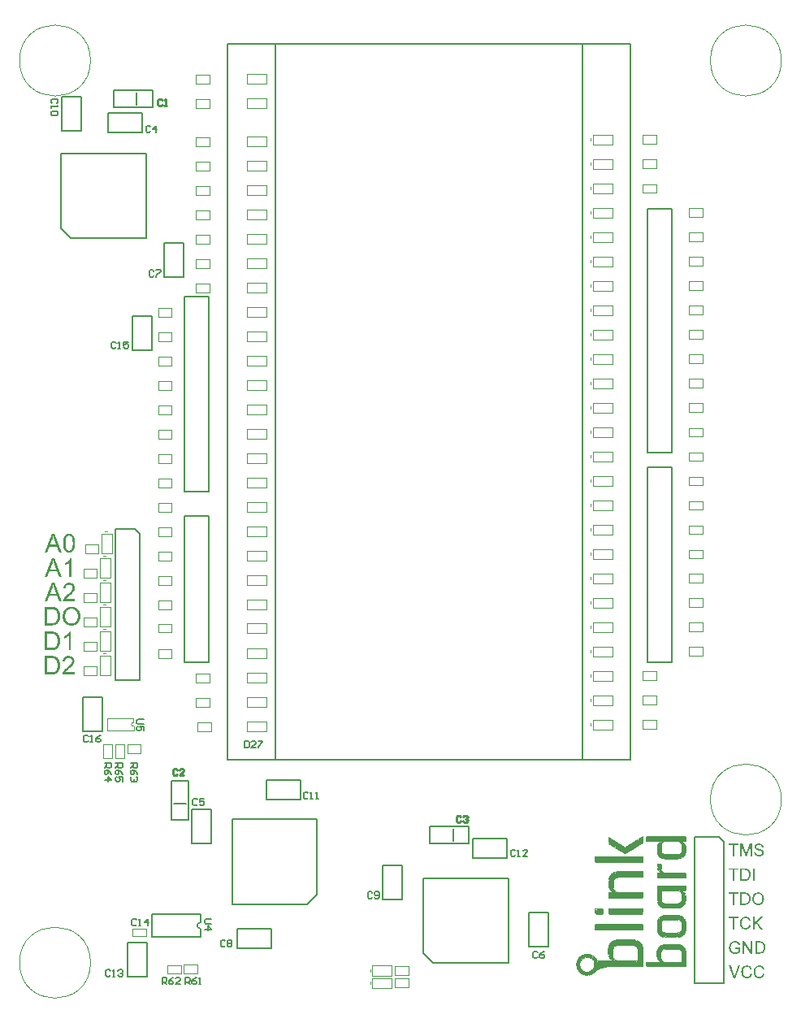
<source format=gto>
G04*
G04 #@! TF.GenerationSoftware,Altium Limited,Altium Designer,22.6.1 (34)*
G04*
G04 Layer_Color=65535*
%FSLAX44Y44*%
%MOMM*%
G71*
G04*
G04 #@! TF.SameCoordinates,4419A6E8-9986-4028-A635-E4EA591E95E1*
G04*
G04*
G04 #@! TF.FilePolarity,Positive*
G04*
G01*
G75*
%ADD10C,0.0800*%
%ADD11C,0.1000*%
%ADD12C,0.2000*%
%ADD13C,0.2540*%
%ADD14C,0.1800*%
%ADD15R,0.0762X0.3556*%
%ADD16R,0.1016X0.1524*%
%ADD17R,0.3556X0.0762*%
%ADD18R,0.1524X0.1016*%
G36*
X697320Y171382D02*
X697730D01*
Y166250D01*
X697525D01*
Y166045D01*
X697114D01*
Y165839D01*
X696704D01*
Y166045D01*
X696499D01*
Y165839D01*
X694651D01*
Y165429D01*
X694856D01*
Y165224D01*
X695472D01*
Y165018D01*
X695677D01*
Y164813D01*
X695883D01*
Y164608D01*
X696088D01*
Y164402D01*
X696293D01*
Y164197D01*
X696499D01*
Y163787D01*
X696704D01*
Y163581D01*
X696909D01*
Y163171D01*
X697114D01*
Y162760D01*
X697320D01*
Y162349D01*
X697525D01*
Y161734D01*
X697730D01*
Y154138D01*
X697525D01*
Y153317D01*
X697320D01*
Y152701D01*
X697114D01*
Y152906D01*
X696909D01*
Y152701D01*
X697114D01*
Y152290D01*
X696909D01*
Y151880D01*
X696704D01*
Y151469D01*
X696293D01*
Y151264D01*
X696088D01*
Y151058D01*
X696293D01*
Y150648D01*
X695883D01*
Y150442D01*
X695677D01*
Y150032D01*
X695267D01*
Y149827D01*
X695062D01*
Y149621D01*
X694856D01*
Y149416D01*
X694651D01*
Y149211D01*
X694240D01*
Y149005D01*
X694035D01*
Y149211D01*
X693830D01*
Y149005D01*
X694035D01*
Y148800D01*
X693830D01*
Y149005D01*
X693624D01*
Y148595D01*
X693009D01*
Y148390D01*
X692803D01*
Y148184D01*
X692188D01*
Y147979D01*
X690956D01*
Y147774D01*
X689724D01*
Y147568D01*
X675559D01*
Y147774D01*
X674122D01*
Y147979D01*
X672890D01*
Y148184D01*
X672274D01*
Y148390D01*
X671864D01*
Y148595D01*
X671248D01*
Y148800D01*
X670837D01*
Y149211D01*
X670426D01*
Y149416D01*
X670221D01*
Y149621D01*
X670016D01*
Y149827D01*
X669605D01*
Y150032D01*
X669400D01*
Y150442D01*
X669195D01*
Y150648D01*
X668784D01*
Y151058D01*
X668579D01*
Y151469D01*
X668374D01*
Y151674D01*
X668168D01*
Y152290D01*
X667963D01*
Y152701D01*
X667758D01*
Y153317D01*
X667552D01*
Y154138D01*
X667758D01*
Y154343D01*
X667552D01*
Y154754D01*
X667347D01*
Y155575D01*
X667552D01*
Y155780D01*
X667347D01*
Y161118D01*
X667552D01*
Y162349D01*
X667758D01*
Y162555D01*
X667963D01*
Y163171D01*
X668168D01*
Y163787D01*
X668579D01*
Y164197D01*
X668784D01*
Y164402D01*
X668989D01*
Y164608D01*
X669195D01*
Y164813D01*
X669400D01*
Y165018D01*
X669605D01*
Y165224D01*
X670221D01*
Y165429D01*
X670426D01*
Y165839D01*
X656467D01*
Y166045D01*
X655851D01*
Y166661D01*
X655646D01*
Y167071D01*
X655851D01*
Y167276D01*
X655646D01*
Y171177D01*
X655851D01*
Y171382D01*
X656261D01*
Y171177D01*
X656467D01*
Y171382D01*
X656261D01*
Y171588D01*
X697320D01*
Y171382D01*
D02*
G37*
G36*
X652771D02*
X652977D01*
Y170972D01*
X653182D01*
Y165634D01*
X652977D01*
Y164608D01*
X652771D01*
Y164402D01*
X652566D01*
Y164197D01*
X652361D01*
Y163787D01*
X651950D01*
Y163581D01*
X651745D01*
Y163376D01*
X651540D01*
Y163171D01*
X651129D01*
Y163376D01*
X650924D01*
Y162965D01*
X650719D01*
Y162760D01*
X650513D01*
Y162965D01*
X650308D01*
Y162760D01*
X650103D01*
Y162349D01*
X649692D01*
Y162144D01*
X649281D01*
Y161939D01*
X649076D01*
Y161734D01*
X648666D01*
Y161528D01*
X648255D01*
Y161323D01*
X648050D01*
Y161118D01*
X647639D01*
Y160912D01*
X647229D01*
Y160707D01*
X647023D01*
Y160502D01*
X646818D01*
Y160296D01*
X646202D01*
Y160091D01*
X645997D01*
Y159886D01*
X645586D01*
Y159681D01*
X645176D01*
Y159475D01*
X644970D01*
Y159270D01*
X644354D01*
Y158860D01*
X643944D01*
Y158654D01*
X643533D01*
Y158244D01*
X642917D01*
Y158038D01*
X642712D01*
Y157833D01*
X642301D01*
Y157628D01*
X641891D01*
Y157423D01*
X641480D01*
Y157217D01*
X641275D01*
Y157012D01*
X640864D01*
Y156807D01*
X640659D01*
Y156601D01*
X640249D01*
Y156396D01*
X640043D01*
Y156191D01*
X639427D01*
Y155780D01*
X639017D01*
Y155575D01*
X638606D01*
Y155370D01*
X638196D01*
Y155164D01*
X637990D01*
Y154959D01*
X637580D01*
Y154754D01*
X637169D01*
Y154548D01*
X636964D01*
Y154754D01*
X636759D01*
Y154548D01*
X636964D01*
Y154343D01*
X636553D01*
Y154138D01*
X636143D01*
Y153933D01*
X635938D01*
Y154138D01*
X635732D01*
Y153933D01*
X635938D01*
Y153727D01*
X635732D01*
Y153522D01*
X635116D01*
Y153317D01*
X634500D01*
Y153111D01*
X634090D01*
Y153317D01*
X633679D01*
Y153522D01*
X633063D01*
Y153727D01*
X632858D01*
Y153933D01*
X632448D01*
Y154138D01*
X632037D01*
Y154343D01*
X631832D01*
Y154548D01*
X631421D01*
Y154754D01*
X631011D01*
Y155164D01*
X630395D01*
Y155370D01*
X630189D01*
Y155780D01*
X629984D01*
Y155575D01*
X629779D01*
Y155780D01*
X629368D01*
Y155985D01*
X628957D01*
Y156191D01*
X628547D01*
Y156396D01*
X628342D01*
Y156601D01*
X628136D01*
Y156807D01*
X627726D01*
Y157012D01*
X627315D01*
Y157217D01*
X626905D01*
Y157423D01*
X626699D01*
Y157628D01*
X626289D01*
Y157833D01*
X625878D01*
Y158038D01*
X625673D01*
Y158244D01*
X625057D01*
Y158654D01*
X624646D01*
Y158860D01*
X624236D01*
Y159065D01*
X623825D01*
Y159270D01*
X623415D01*
Y159475D01*
X623209D01*
Y159681D01*
X622799D01*
Y159886D01*
X622593D01*
Y160091D01*
X622183D01*
Y160296D01*
X621772D01*
Y160502D01*
X621362D01*
Y160707D01*
X621157D01*
Y160912D01*
X620746D01*
Y161118D01*
X620335D01*
Y161323D01*
X620130D01*
Y161528D01*
X619925D01*
Y161734D01*
X619309D01*
Y161939D01*
X619104D01*
Y162144D01*
X618693D01*
Y162349D01*
X618282D01*
Y162555D01*
X618077D01*
Y162760D01*
X617667D01*
Y163171D01*
X617051D01*
Y163581D01*
X616845D01*
Y163787D01*
X616640D01*
Y170767D01*
X617051D01*
Y170972D01*
X617256D01*
Y170767D01*
X617667D01*
Y170561D01*
X618077D01*
Y170356D01*
X618282D01*
Y170151D01*
X618693D01*
Y169945D01*
X619104D01*
Y169740D01*
X619309D01*
Y169535D01*
X619514D01*
Y169329D01*
X620130D01*
Y168919D01*
X620541D01*
Y168713D01*
X620951D01*
Y168508D01*
X621362D01*
Y168303D01*
X621567D01*
Y168098D01*
X621772D01*
Y167892D01*
X622388D01*
Y167687D01*
X622593D01*
Y167276D01*
X623415D01*
Y167071D01*
X623620D01*
Y166866D01*
X623825D01*
Y166661D01*
X624236D01*
Y166455D01*
X624646D01*
Y166250D01*
X624852D01*
Y166045D01*
X625057D01*
Y165839D01*
X625673D01*
Y165634D01*
X625878D01*
Y165429D01*
X626083D01*
Y165224D01*
X626494D01*
Y165018D01*
X626905D01*
Y164813D01*
X627110D01*
Y164608D01*
X627520D01*
Y164402D01*
X627726D01*
Y163992D01*
X627931D01*
Y164197D01*
X628136D01*
Y163992D01*
X628342D01*
Y163787D01*
X628957D01*
Y163581D01*
X629163D01*
Y163376D01*
X629368D01*
Y163171D01*
X629779D01*
Y162965D01*
X630189D01*
Y162760D01*
X630395D01*
Y162555D01*
X630805D01*
Y162349D01*
X631011D01*
Y162144D01*
X631421D01*
Y161939D01*
X631626D01*
Y161734D01*
X632037D01*
Y161528D01*
X632448D01*
Y161323D01*
X632653D01*
Y161118D01*
X633063D01*
Y160912D01*
X633269D01*
Y160707D01*
X633679D01*
Y160502D01*
X634090D01*
Y160296D01*
X634295D01*
Y160502D01*
X634706D01*
Y160707D01*
X635116D01*
Y161118D01*
X635732D01*
Y161323D01*
X635938D01*
Y161528D01*
X636348D01*
Y161734D01*
X636759D01*
Y161939D01*
X636964D01*
Y162144D01*
X637169D01*
Y162349D01*
X637785D01*
Y162555D01*
X637990D01*
Y162349D01*
X638196D01*
Y162555D01*
X637990D01*
Y162760D01*
X638196D01*
Y162965D01*
X638606D01*
Y163171D01*
X638811D01*
Y162965D01*
X639017D01*
Y163376D01*
X639222D01*
Y163581D01*
X639427D01*
Y163787D01*
X640043D01*
Y163992D01*
X640249D01*
Y164197D01*
X640659D01*
Y164402D01*
X640864D01*
Y164608D01*
X641275D01*
Y164813D01*
X641480D01*
Y164608D01*
X641686D01*
Y164402D01*
X641891D01*
Y164608D01*
X641686D01*
Y164813D01*
X641480D01*
Y165018D01*
X641891D01*
Y165224D01*
X642301D01*
Y165429D01*
X642507D01*
Y165634D01*
X642712D01*
Y165839D01*
X643328D01*
Y166045D01*
X643533D01*
Y166250D01*
X643739D01*
Y166455D01*
X644149D01*
Y166661D01*
X644560D01*
Y166866D01*
X644765D01*
Y167071D01*
X644970D01*
Y167276D01*
X645381D01*
Y167482D01*
X645791D01*
Y167687D01*
X645997D01*
Y167892D01*
X646613D01*
Y168098D01*
X646818D01*
Y168303D01*
X647023D01*
Y168098D01*
X647229D01*
Y168303D01*
X647023D01*
Y168508D01*
X647434D01*
Y168713D01*
X647844D01*
Y168919D01*
X648050D01*
Y169124D01*
X648255D01*
Y169329D01*
X648871D01*
Y169535D01*
X649076D01*
Y169740D01*
X649281D01*
Y169945D01*
X649692D01*
Y170151D01*
X649897D01*
Y169945D01*
X650103D01*
Y170356D01*
X650513D01*
Y170767D01*
X650924D01*
Y170972D01*
X651334D01*
Y171177D01*
X651540D01*
Y171382D01*
X652156D01*
Y171588D01*
X652771D01*
Y171382D01*
D02*
G37*
G36*
X652566Y150442D02*
X652977D01*
Y149827D01*
X653182D01*
Y144900D01*
X652977D01*
Y144284D01*
X652771D01*
Y144079D01*
X652361D01*
Y143873D01*
X603501D01*
Y144079D01*
X602886D01*
Y144489D01*
X602680D01*
Y144694D01*
X602475D01*
Y150032D01*
X602886D01*
Y150237D01*
X602680D01*
Y150442D01*
X602886D01*
Y150237D01*
X603091D01*
Y150442D01*
X602886D01*
Y150648D01*
X604323D01*
Y150442D01*
X604528D01*
Y150648D01*
X652566D01*
Y150442D01*
D02*
G37*
G36*
X652771Y134840D02*
X652977D01*
Y134225D01*
X653182D01*
Y129092D01*
X652977D01*
Y128682D01*
X652771D01*
Y128476D01*
X652361D01*
Y128271D01*
X626699D01*
Y128066D01*
X625262D01*
Y127860D01*
X624852D01*
Y127655D01*
X624646D01*
Y127450D01*
X624236D01*
Y127245D01*
X623825D01*
Y127039D01*
X623620D01*
Y126834D01*
X623415D01*
Y126423D01*
X623209D01*
Y126218D01*
X623004D01*
Y125808D01*
X622799D01*
Y125602D01*
X622593D01*
Y124576D01*
X622388D01*
Y124781D01*
X622183D01*
Y124576D01*
X622388D01*
Y117801D01*
X622593D01*
Y117185D01*
X622799D01*
Y116364D01*
X623004D01*
Y115954D01*
X623209D01*
Y115748D01*
X623415D01*
Y115338D01*
X623620D01*
Y115132D01*
X623825D01*
Y114927D01*
X624031D01*
Y114722D01*
X624236D01*
Y114516D01*
X624441D01*
Y114106D01*
X624646D01*
Y114311D01*
X624852D01*
Y114106D01*
X625262D01*
Y113901D01*
X625673D01*
Y113695D01*
X626699D01*
Y113490D01*
X628342D01*
Y113285D01*
X652771D01*
Y113079D01*
X652977D01*
Y112464D01*
X653182D01*
Y107536D01*
X652977D01*
Y106921D01*
X652771D01*
Y107126D01*
X652566D01*
Y106921D01*
X652771D01*
Y106715D01*
X616845D01*
Y106921D01*
X616640D01*
Y113079D01*
X616845D01*
Y112874D01*
X617051D01*
Y113079D01*
X617256D01*
Y113285D01*
X620541D01*
Y113490D01*
X620335D01*
Y113901D01*
X620130D01*
Y114106D01*
X619925D01*
Y114311D01*
X619309D01*
Y114516D01*
X619104D01*
Y114722D01*
X618898D01*
Y114927D01*
X618693D01*
Y115132D01*
X618488D01*
Y115338D01*
X618282D01*
Y115543D01*
X618077D01*
Y115748D01*
X617872D01*
Y116159D01*
X617667D01*
Y116364D01*
X617461D01*
Y116775D01*
X617256D01*
Y117390D01*
X617051D01*
Y117801D01*
X616845D01*
Y118417D01*
X616640D01*
Y127450D01*
X616845D01*
Y128066D01*
X617051D01*
Y128682D01*
X617256D01*
Y129503D01*
X617461D01*
Y129708D01*
X617667D01*
Y130119D01*
X617872D01*
Y130324D01*
X618077D01*
Y130940D01*
X618282D01*
Y131145D01*
X618488D01*
Y131350D01*
X618693D01*
Y131556D01*
X618898D01*
Y131966D01*
X619309D01*
Y132377D01*
X619514D01*
Y132582D01*
X619719D01*
Y132787D01*
X620130D01*
Y132993D01*
X620335D01*
Y133198D01*
X620541D01*
Y132993D01*
X620746D01*
Y133609D01*
X621362D01*
Y133814D01*
X621772D01*
Y134019D01*
X622183D01*
Y134225D01*
X622799D01*
Y134430D01*
X623620D01*
Y134635D01*
X624031D01*
Y134840D01*
X624646D01*
Y134635D01*
X624852D01*
Y135046D01*
X652771D01*
Y134840D01*
D02*
G37*
G36*
X671658Y143052D02*
X672069D01*
Y142641D01*
X672274D01*
Y136893D01*
X672069D01*
Y136688D01*
X672274D01*
Y136483D01*
X672479D01*
Y136072D01*
X672685D01*
Y135661D01*
X672890D01*
Y135251D01*
X673095D01*
Y135046D01*
X673301D01*
Y134840D01*
X673711D01*
Y134430D01*
X673916D01*
Y134225D01*
X674532D01*
Y134019D01*
X674943D01*
Y133814D01*
X675353D01*
Y133609D01*
X676175D01*
Y133403D01*
X676380D01*
Y133609D01*
X676791D01*
Y133403D01*
X676996D01*
Y133609D01*
X678022D01*
Y133403D01*
X678228D01*
Y133609D01*
X697114D01*
Y133198D01*
X697320D01*
Y133403D01*
X697525D01*
Y133198D01*
X697730D01*
Y128066D01*
X696909D01*
Y127860D01*
X668168D01*
Y128066D01*
X667552D01*
Y128271D01*
X667347D01*
Y133198D01*
X667552D01*
Y133403D01*
X667963D01*
Y133609D01*
X670632D01*
Y134019D01*
X670426D01*
Y134225D01*
X669811D01*
Y134430D01*
X669605D01*
Y134635D01*
X669400D01*
Y134840D01*
X669195D01*
Y135046D01*
X668989D01*
Y135251D01*
X668784D01*
Y135661D01*
X668374D01*
Y136072D01*
X668168D01*
Y136483D01*
X668374D01*
Y136688D01*
X667963D01*
Y136893D01*
X667758D01*
Y137509D01*
X667552D01*
Y138536D01*
X667347D01*
Y141820D01*
X667552D01*
Y142026D01*
X667347D01*
Y142847D01*
X667552D01*
Y143052D01*
X667758D01*
Y143257D01*
X671658D01*
Y143052D01*
D02*
G37*
G36*
X697320Y119854D02*
X697730D01*
Y114722D01*
X697525D01*
Y114516D01*
X694651D01*
Y113901D01*
X694856D01*
Y113695D01*
X695472D01*
Y113490D01*
X695677D01*
Y113285D01*
X695883D01*
Y113079D01*
X696293D01*
Y112669D01*
X696499D01*
Y112258D01*
X696909D01*
Y111642D01*
X697114D01*
Y111232D01*
X697320D01*
Y110821D01*
X697525D01*
Y110205D01*
X697730D01*
Y103841D01*
X697525D01*
Y103636D01*
X697730D01*
Y103225D01*
X697525D01*
Y102815D01*
X697320D01*
Y101994D01*
X697114D01*
Y101378D01*
X696909D01*
Y100762D01*
X696704D01*
Y100557D01*
X696499D01*
Y100146D01*
X696293D01*
Y99735D01*
X696088D01*
Y99530D01*
X695883D01*
Y99325D01*
X695677D01*
Y99120D01*
X695472D01*
Y99325D01*
X695267D01*
Y99120D01*
X695472D01*
Y98914D01*
X695062D01*
Y98504D01*
X694856D01*
Y98298D01*
X694651D01*
Y98093D01*
X694240D01*
Y97888D01*
X693830D01*
Y97683D01*
X693624D01*
Y97477D01*
X693419D01*
Y97272D01*
X692598D01*
Y97067D01*
X692188D01*
Y96861D01*
X691572D01*
Y96656D01*
X690956D01*
Y96451D01*
X675764D01*
Y96656D01*
X675559D01*
Y96451D01*
X674327D01*
Y96656D01*
X673506D01*
Y96861D01*
X672890D01*
Y97067D01*
X672274D01*
Y97272D01*
X671658D01*
Y97683D01*
X671042D01*
Y98093D01*
X670837D01*
Y97888D01*
X670632D01*
Y98298D01*
X670221D01*
Y98504D01*
X669811D01*
Y98709D01*
X669605D01*
Y99120D01*
X669400D01*
Y99325D01*
X669195D01*
Y99530D01*
X668989D01*
Y99735D01*
X668784D01*
Y100146D01*
X668579D01*
Y100557D01*
X668374D01*
Y100762D01*
X668168D01*
Y101378D01*
X667963D01*
Y101994D01*
X667758D01*
Y102404D01*
X667552D01*
Y102610D01*
X667758D01*
Y102815D01*
X667552D01*
Y103636D01*
X667347D01*
Y104047D01*
X667552D01*
Y104252D01*
X667347D01*
Y119238D01*
X667552D01*
Y119443D01*
X667347D01*
Y119854D01*
X667758D01*
Y120059D01*
X697320D01*
Y119854D01*
D02*
G37*
G36*
X652361Y96656D02*
X652977D01*
Y96451D01*
X652771D01*
Y96245D01*
X652977D01*
Y96040D01*
X653182D01*
Y90908D01*
X652977D01*
Y90292D01*
X652361D01*
Y90087D01*
X617256D01*
Y90292D01*
X616640D01*
Y91113D01*
X616845D01*
Y91318D01*
X616640D01*
Y96451D01*
X616845D01*
Y96656D01*
X617256D01*
Y96861D01*
X652361D01*
Y96656D01*
D02*
G37*
G36*
X610481D02*
X610892D01*
Y96451D01*
X611097D01*
Y96040D01*
X611302D01*
Y90908D01*
X611097D01*
Y90292D01*
X610687D01*
Y90087D01*
X604117D01*
Y90292D01*
X603912D01*
Y90087D01*
X603707D01*
Y90292D01*
X603501D01*
Y90087D01*
X603296D01*
Y90292D01*
X602886D01*
Y90497D01*
X602680D01*
Y90908D01*
X602886D01*
Y91113D01*
X602680D01*
Y96451D01*
X602886D01*
Y96656D01*
X603296D01*
Y96861D01*
X610481D01*
Y96656D01*
D02*
G37*
G36*
X690956Y89471D02*
X691572D01*
Y89265D01*
X692188D01*
Y89060D01*
X692803D01*
Y88855D01*
X693419D01*
Y88650D01*
X693624D01*
Y88444D01*
X693830D01*
Y88239D01*
X694240D01*
Y88034D01*
X694651D01*
Y87829D01*
X694856D01*
Y87623D01*
X695062D01*
Y87418D01*
X695267D01*
Y87213D01*
X695472D01*
Y87007D01*
X695677D01*
Y86802D01*
X695883D01*
Y86597D01*
X695677D01*
Y86391D01*
X696088D01*
Y86186D01*
X696293D01*
Y85775D01*
X696499D01*
Y85570D01*
X696704D01*
Y85365D01*
X696909D01*
Y84749D01*
X697114D01*
Y84133D01*
X697320D01*
Y83517D01*
X697525D01*
Y82901D01*
X697730D01*
Y72842D01*
X697525D01*
Y72432D01*
X696909D01*
Y72226D01*
X697525D01*
Y71816D01*
X697320D01*
Y71405D01*
X697114D01*
Y70995D01*
X696909D01*
Y70379D01*
X696704D01*
Y70173D01*
X696499D01*
Y69763D01*
X696293D01*
Y69352D01*
X696088D01*
Y68942D01*
X695677D01*
Y68531D01*
X695472D01*
Y68326D01*
X695062D01*
Y68531D01*
X694856D01*
Y68326D01*
X695062D01*
Y67915D01*
X694856D01*
Y67710D01*
X694446D01*
Y67505D01*
X694240D01*
Y67299D01*
X693830D01*
Y67094D01*
X693624D01*
Y66889D01*
X693214D01*
Y67094D01*
X693009D01*
Y66683D01*
X692598D01*
Y66478D01*
X692188D01*
Y66273D01*
X691982D01*
Y66478D01*
X691777D01*
Y66273D01*
X690956D01*
Y66068D01*
X689724D01*
Y65862D01*
X689108D01*
Y66068D01*
X688698D01*
Y65862D01*
X675353D01*
Y66068D01*
X674122D01*
Y66273D01*
X673506D01*
Y66478D01*
X673301D01*
Y66273D01*
X672890D01*
Y66478D01*
X672479D01*
Y66683D01*
X672069D01*
Y66889D01*
X671453D01*
Y67094D01*
X671042D01*
Y67299D01*
X670837D01*
Y67505D01*
X670632D01*
Y67710D01*
X670221D01*
Y67915D01*
X670016D01*
Y68120D01*
X669811D01*
Y68326D01*
X669605D01*
Y68531D01*
X669400D01*
Y68942D01*
X668989D01*
Y69147D01*
X668784D01*
Y69557D01*
X668579D01*
Y69968D01*
X668374D01*
Y70379D01*
X668168D01*
Y70995D01*
X667963D01*
Y71405D01*
X667758D01*
Y71816D01*
X667552D01*
Y73253D01*
X667347D01*
Y82286D01*
X667552D01*
Y83723D01*
X667758D01*
Y84133D01*
X667963D01*
Y84749D01*
X668168D01*
Y85365D01*
X668374D01*
Y85570D01*
X668579D01*
Y85365D01*
X668784D01*
Y85570D01*
X668579D01*
Y85981D01*
X668784D01*
Y86391D01*
X668989D01*
Y86597D01*
X669195D01*
Y86802D01*
X669400D01*
Y87007D01*
X669605D01*
Y87213D01*
X669811D01*
Y87418D01*
X670016D01*
Y87623D01*
X670221D01*
Y87829D01*
X670426D01*
Y88034D01*
X670837D01*
Y88239D01*
X671042D01*
Y88444D01*
X671453D01*
Y88650D01*
X671658D01*
Y88855D01*
X672274D01*
Y89060D01*
X672890D01*
Y89265D01*
X673506D01*
Y89471D01*
X674122D01*
Y89676D01*
X690956D01*
Y89471D01*
D02*
G37*
G36*
X652361Y79822D02*
X652771D01*
Y79617D01*
X652977D01*
Y79001D01*
X653182D01*
Y74074D01*
X652977D01*
Y73458D01*
X652771D01*
Y73253D01*
X602886D01*
Y73458D01*
X602680D01*
Y73869D01*
X602475D01*
Y74690D01*
X602680D01*
Y74895D01*
X602475D01*
Y79206D01*
X602680D01*
Y79412D01*
X602886D01*
Y79822D01*
X603296D01*
Y80027D01*
X652361D01*
Y79822D01*
D02*
G37*
G36*
X644149Y64015D02*
X644970D01*
Y63809D01*
X645791D01*
Y63604D01*
X646818D01*
Y63399D01*
X647023D01*
Y63193D01*
X647639D01*
Y62988D01*
X647844D01*
Y62783D01*
X648255D01*
Y62578D01*
X648666D01*
Y62372D01*
X648871D01*
Y62167D01*
X649281D01*
Y61962D01*
X649487D01*
Y61756D01*
X649692D01*
Y61551D01*
X650103D01*
Y61346D01*
X650308D01*
Y60935D01*
X650513D01*
Y60730D01*
X650719D01*
Y60525D01*
X650924D01*
Y60319D01*
X651129D01*
Y60114D01*
X651334D01*
Y59703D01*
X651540D01*
Y59498D01*
X651745D01*
Y58882D01*
X651950D01*
Y58677D01*
X652156D01*
Y58266D01*
X652361D01*
Y57445D01*
X652566D01*
Y56829D01*
X652771D01*
Y56213D01*
X652977D01*
Y53955D01*
X653182D01*
Y36095D01*
X652977D01*
Y35684D01*
X652771D01*
Y35479D01*
X616845D01*
Y35274D01*
X615408D01*
Y35068D01*
X614176D01*
Y34863D01*
X613355D01*
Y34658D01*
X612124D01*
Y34453D01*
X611302D01*
Y34247D01*
X610892D01*
Y34042D01*
X609865D01*
Y33837D01*
X609455D01*
Y33631D01*
X609044D01*
Y33426D01*
X608634D01*
Y33631D01*
X608428D01*
Y33426D01*
X608223D01*
Y33221D01*
X607812D01*
Y33015D01*
X607402D01*
Y32810D01*
X606991D01*
Y32605D01*
X606375D01*
Y32400D01*
X606170D01*
Y32605D01*
X605965D01*
Y32400D01*
X606170D01*
Y32194D01*
X605760D01*
Y31989D01*
X605144D01*
Y31784D01*
X604938D01*
Y31578D01*
X604733D01*
Y31373D01*
X604528D01*
Y31168D01*
X603912D01*
Y30963D01*
X603707D01*
Y30552D01*
X603296D01*
Y30757D01*
X603091D01*
Y30552D01*
X603296D01*
Y30347D01*
X603091D01*
Y30141D01*
X602886D01*
Y29936D01*
X602680D01*
Y29731D01*
X602475D01*
Y29525D01*
X602270D01*
Y29115D01*
X601859D01*
Y28910D01*
X601654D01*
Y28704D01*
X601448D01*
Y28499D01*
X601038D01*
Y28294D01*
X600832D01*
Y28089D01*
X600422D01*
Y27883D01*
X600011D01*
Y27678D01*
X599601D01*
Y27473D01*
X599395D01*
Y27267D01*
X598985D01*
Y27062D01*
X598574D01*
Y27267D01*
X598369D01*
Y27062D01*
X598164D01*
Y26857D01*
X597343D01*
Y26651D01*
X596932D01*
Y26446D01*
X596111D01*
Y26651D01*
X595905D01*
Y26446D01*
X592210D01*
Y26651D01*
X591594D01*
Y26857D01*
X591184D01*
Y27062D01*
X590363D01*
Y27267D01*
X589952D01*
Y27473D01*
X589542D01*
Y27678D01*
X589131D01*
Y27883D01*
X588926D01*
Y28089D01*
X588515D01*
Y28294D01*
X588310D01*
Y28499D01*
X587899D01*
Y28704D01*
X587694D01*
Y28910D01*
X587489D01*
Y29115D01*
X587078D01*
Y29320D01*
X586873D01*
Y29525D01*
X586667D01*
Y29731D01*
X586462D01*
Y30141D01*
X586051D01*
Y30347D01*
X585846D01*
Y30552D01*
X585641D01*
Y30963D01*
X585436D01*
Y31168D01*
X585230D01*
Y31373D01*
X585025D01*
Y31784D01*
X584820D01*
Y31989D01*
X584614D01*
Y32605D01*
X584409D01*
Y32810D01*
X584614D01*
Y33015D01*
X584204D01*
Y33221D01*
X583999D01*
Y33631D01*
X583793D01*
Y34453D01*
X583588D01*
Y35274D01*
X583383D01*
Y36095D01*
X583177D01*
Y37327D01*
X582972D01*
Y38353D01*
X583177D01*
Y39585D01*
X583383D01*
Y40406D01*
X583793D01*
Y40611D01*
X583588D01*
Y41227D01*
X583793D01*
Y41432D01*
X583999D01*
Y41638D01*
X583793D01*
Y41843D01*
X583999D01*
Y42254D01*
X584204D01*
Y42459D01*
X584409D01*
Y43280D01*
X584614D01*
Y43691D01*
X584820D01*
Y43896D01*
X585025D01*
Y44307D01*
X585230D01*
Y44512D01*
X585436D01*
Y44717D01*
X585641D01*
Y45128D01*
X585846D01*
Y45333D01*
X586051D01*
Y45128D01*
X586257D01*
Y45333D01*
X586051D01*
Y45538D01*
X586257D01*
Y45744D01*
X586462D01*
Y45949D01*
X586667D01*
Y46154D01*
X586873D01*
Y46360D01*
X587078D01*
Y46565D01*
X587283D01*
Y46770D01*
X587694D01*
Y46975D01*
X587899D01*
Y47181D01*
X588310D01*
Y47386D01*
X588515D01*
Y47181D01*
X588720D01*
Y47386D01*
X588515D01*
Y47591D01*
X588720D01*
Y47386D01*
X588926D01*
Y47591D01*
X588720D01*
Y47797D01*
X589131D01*
Y48002D01*
X589542D01*
Y48207D01*
X589952D01*
Y48412D01*
X590568D01*
Y48618D01*
X591184D01*
Y48823D01*
X591594D01*
Y49028D01*
X592416D01*
Y49234D01*
X596727D01*
Y49028D01*
X597548D01*
Y48823D01*
X598164D01*
Y48618D01*
X598574D01*
Y48207D01*
X598780D01*
Y48412D01*
X599395D01*
Y48207D01*
X599601D01*
Y48002D01*
X600011D01*
Y47797D01*
X600422D01*
Y47591D01*
X600832D01*
Y47386D01*
X601038D01*
Y47181D01*
X601448D01*
Y46975D01*
X601654D01*
Y46770D01*
X601859D01*
Y46565D01*
X602064D01*
Y46360D01*
X602270D01*
Y46154D01*
X602475D01*
Y45949D01*
X602886D01*
Y45538D01*
X603091D01*
Y45333D01*
X603296D01*
Y45128D01*
X603501D01*
Y44922D01*
X603707D01*
Y44512D01*
X603912D01*
Y44307D01*
X604117D01*
Y44101D01*
X604323D01*
Y43691D01*
X604528D01*
Y43280D01*
X604733D01*
Y43075D01*
X604938D01*
Y42459D01*
X605144D01*
Y42048D01*
X605965D01*
Y41843D01*
X606170D01*
Y42048D01*
X620130D01*
Y42870D01*
X619309D01*
Y43075D01*
X619104D01*
Y43280D01*
X618898D01*
Y43485D01*
X618693D01*
Y43691D01*
X618282D01*
Y44101D01*
X618077D01*
Y44307D01*
X617872D01*
Y44512D01*
X617667D01*
Y44717D01*
X617461D01*
Y44922D01*
X617256D01*
Y45538D01*
X617051D01*
Y45744D01*
X616845D01*
Y46360D01*
X616640D01*
Y47181D01*
X616435D01*
Y48207D01*
X616230D01*
Y54982D01*
X616435D01*
Y56008D01*
X616640D01*
Y57035D01*
X616845D01*
Y57650D01*
X617051D01*
Y58061D01*
X617256D01*
Y58882D01*
X617461D01*
Y59088D01*
X617667D01*
Y59498D01*
X617872D01*
Y59703D01*
X618077D01*
Y60114D01*
X618282D01*
Y60319D01*
X618488D01*
Y60525D01*
X618693D01*
Y60935D01*
X618898D01*
Y61140D01*
X619104D01*
Y61346D01*
X619309D01*
Y61551D01*
X619514D01*
Y61346D01*
X619719D01*
Y61551D01*
X619514D01*
Y61756D01*
X619925D01*
Y61962D01*
X620130D01*
Y62167D01*
X620335D01*
Y62372D01*
X620746D01*
Y62578D01*
X620951D01*
Y62783D01*
X621362D01*
Y62988D01*
X621772D01*
Y63193D01*
X622183D01*
Y63399D01*
X622593D01*
Y63604D01*
X623620D01*
Y63809D01*
X624236D01*
Y64015D01*
X625262D01*
Y64220D01*
X626699D01*
Y64015D01*
X626905D01*
Y64220D01*
X644149D01*
Y64015D01*
D02*
G37*
G36*
X689929Y59088D02*
X690956D01*
Y58882D01*
X691777D01*
Y58677D01*
X692598D01*
Y58472D01*
X693009D01*
Y58061D01*
X693214D01*
Y58266D01*
X693419D01*
Y58061D01*
X693830D01*
Y57856D01*
X694240D01*
Y57650D01*
X694446D01*
Y57445D01*
X694856D01*
Y57035D01*
X695062D01*
Y56829D01*
X695267D01*
Y56624D01*
X695677D01*
Y56213D01*
X695883D01*
Y56008D01*
X696088D01*
Y55803D01*
X696293D01*
Y55392D01*
X696499D01*
Y55187D01*
X696704D01*
Y54776D01*
X696909D01*
Y54161D01*
X697114D01*
Y53750D01*
X697320D01*
Y53134D01*
X697525D01*
Y52929D01*
X697320D01*
Y52723D01*
X697525D01*
Y52518D01*
X697730D01*
Y50671D01*
X697320D01*
Y50465D01*
X697730D01*
Y35479D01*
X697320D01*
Y35274D01*
X656056D01*
Y35479D01*
X655851D01*
Y35684D01*
X655646D01*
Y40406D01*
X655851D01*
Y40611D01*
X656056D01*
Y40817D01*
X670221D01*
Y41432D01*
X669811D01*
Y41638D01*
X669400D01*
Y41843D01*
X669195D01*
Y42048D01*
X668989D01*
Y42254D01*
X668784D01*
Y42459D01*
X668579D01*
Y42664D01*
X668374D01*
Y42870D01*
X668168D01*
Y43280D01*
X667963D01*
Y43691D01*
X667758D01*
Y43896D01*
X667552D01*
Y44922D01*
X667347D01*
Y45333D01*
X667142D01*
Y45744D01*
X667347D01*
Y45949D01*
X667142D01*
Y46360D01*
X666937D01*
Y50876D01*
X667142D01*
Y52108D01*
X667347D01*
Y53134D01*
X667552D01*
Y53955D01*
X667758D01*
Y54366D01*
X667963D01*
Y54571D01*
X668168D01*
Y55392D01*
X668579D01*
Y55803D01*
X668784D01*
Y56213D01*
X668989D01*
Y56419D01*
X669195D01*
Y56624D01*
X669400D01*
Y56829D01*
X669605D01*
Y57035D01*
X669811D01*
Y57240D01*
X670016D01*
Y57445D01*
X670426D01*
Y57650D01*
X670632D01*
Y57856D01*
X670837D01*
Y58061D01*
X671453D01*
Y58266D01*
X671658D01*
Y58472D01*
X672274D01*
Y58677D01*
X673095D01*
Y58882D01*
X673711D01*
Y59088D01*
X674532D01*
Y58882D01*
X674738D01*
Y59088D01*
X674943D01*
Y59293D01*
X689929D01*
Y59088D01*
D02*
G37*
G36*
X36526Y410659D02*
X36748D01*
X36984Y410645D01*
X37247D01*
X37802Y410603D01*
X38371Y410562D01*
X38648Y410520D01*
X38911Y410493D01*
X39161Y410451D01*
X39397Y410396D01*
X39411D01*
X39466Y410382D01*
X39549Y410354D01*
X39674Y410326D01*
X39813Y410271D01*
X39979Y410215D01*
X40160Y410160D01*
X40368Y410076D01*
X40798Y409896D01*
X41269Y409647D01*
X41741Y409369D01*
X41976Y409203D01*
X42198Y409022D01*
X42212Y409009D01*
X42268Y408967D01*
X42351Y408884D01*
X42448Y408787D01*
X42573Y408662D01*
X42725Y408509D01*
X42878Y408329D01*
X43058Y408135D01*
X43238Y407899D01*
X43419Y407649D01*
X43613Y407386D01*
X43807Y407095D01*
X43987Y406776D01*
X44154Y406457D01*
X44320Y406096D01*
X44473Y405736D01*
X44487Y405708D01*
X44500Y405639D01*
X44542Y405541D01*
X44598Y405389D01*
X44653Y405195D01*
X44708Y404973D01*
X44778Y404709D01*
X44861Y404418D01*
X44930Y404099D01*
X45000Y403739D01*
X45055Y403364D01*
X45111Y402962D01*
X45166Y402546D01*
X45208Y402102D01*
X45222Y401645D01*
X45235Y401173D01*
Y401145D01*
Y401076D01*
Y400965D01*
X45222Y400798D01*
Y400618D01*
X45208Y400396D01*
X45194Y400147D01*
X45166Y399869D01*
X45138Y399578D01*
X45111Y399259D01*
X45013Y398607D01*
X44889Y397942D01*
X44722Y397290D01*
Y397276D01*
X44695Y397220D01*
X44667Y397123D01*
X44625Y397012D01*
X44584Y396874D01*
X44514Y396707D01*
X44445Y396513D01*
X44362Y396319D01*
X44181Y395875D01*
X43946Y395404D01*
X43696Y394946D01*
X43405Y394502D01*
X43391Y394488D01*
X43363Y394461D01*
X43322Y394391D01*
X43266Y394322D01*
X43197Y394225D01*
X43100Y394114D01*
X42892Y393864D01*
X42628Y393587D01*
X42337Y393296D01*
X42004Y393018D01*
X41657Y392755D01*
X41644D01*
X41616Y392727D01*
X41560Y392699D01*
X41491Y392658D01*
X41394Y392602D01*
X41283Y392547D01*
X41158Y392477D01*
X41020Y392408D01*
X40853Y392325D01*
X40687Y392242D01*
X40493Y392172D01*
X40298Y392089D01*
X39855Y391937D01*
X39369Y391798D01*
X39355D01*
X39314Y391784D01*
X39230Y391770D01*
X39133Y391743D01*
X39009Y391729D01*
X38856Y391701D01*
X38676Y391673D01*
X38482Y391645D01*
X38260Y391604D01*
X38024Y391576D01*
X37774Y391548D01*
X37497Y391534D01*
X37220Y391507D01*
X36914Y391493D01*
X36290Y391479D01*
X29370D01*
Y410673D01*
X36346D01*
X36526Y410659D01*
D02*
G37*
G36*
X57398Y410992D02*
X57578D01*
X57814Y410964D01*
X58092Y410936D01*
X58397Y410895D01*
X58729Y410853D01*
X59090Y410784D01*
X59478Y410701D01*
X59880Y410590D01*
X60283Y410465D01*
X60699Y410326D01*
X61115Y410146D01*
X61531Y409952D01*
X61933Y409730D01*
X61961Y409716D01*
X62030Y409674D01*
X62141Y409605D01*
X62280Y409494D01*
X62460Y409369D01*
X62668Y409217D01*
X62890Y409022D01*
X63140Y408815D01*
X63403Y408579D01*
X63667Y408315D01*
X63944Y408024D01*
X64207Y407705D01*
X64471Y407358D01*
X64734Y406998D01*
X64970Y406609D01*
X65192Y406193D01*
X65206Y406166D01*
X65248Y406096D01*
X65303Y405971D01*
X65372Y405791D01*
X65456Y405583D01*
X65553Y405320D01*
X65650Y405028D01*
X65761Y404696D01*
X65858Y404335D01*
X65955Y403933D01*
X66052Y403517D01*
X66135Y403059D01*
X66218Y402588D01*
X66274Y402088D01*
X66301Y401575D01*
X66315Y401048D01*
Y401034D01*
Y401020D01*
Y400979D01*
Y400923D01*
Y400854D01*
X66301Y400757D01*
Y400549D01*
X66274Y400299D01*
X66260Y400008D01*
X66218Y399661D01*
X66163Y399301D01*
X66107Y398899D01*
X66024Y398483D01*
X65927Y398053D01*
X65816Y397609D01*
X65677Y397151D01*
X65525Y396707D01*
X65345Y396264D01*
X65137Y395820D01*
X65123Y395792D01*
X65081Y395723D01*
X65012Y395598D01*
X64915Y395445D01*
X64804Y395251D01*
X64651Y395029D01*
X64471Y394780D01*
X64277Y394516D01*
X64055Y394239D01*
X63805Y393961D01*
X63528Y393670D01*
X63237Y393379D01*
X62904Y393102D01*
X62557Y392824D01*
X62183Y392575D01*
X61794Y392339D01*
X61767Y392325D01*
X61697Y392283D01*
X61572Y392228D01*
X61420Y392159D01*
X61212Y392061D01*
X60976Y391964D01*
X60713Y391853D01*
X60408Y391756D01*
X60061Y391645D01*
X59700Y391534D01*
X59326Y391437D01*
X58910Y391340D01*
X58494Y391271D01*
X58050Y391216D01*
X57592Y391174D01*
X57134Y391160D01*
X57010D01*
X56871Y391174D01*
X56677Y391188D01*
X56441Y391202D01*
X56164Y391229D01*
X55845Y391271D01*
X55512Y391326D01*
X55138Y391396D01*
X54749Y391479D01*
X54347Y391590D01*
X53945Y391715D01*
X53529Y391853D01*
X53099Y392034D01*
X52683Y392228D01*
X52281Y392464D01*
X52253Y392477D01*
X52183Y392519D01*
X52073Y392602D01*
X51934Y392699D01*
X51754Y392838D01*
X51546Y392991D01*
X51324Y393185D01*
X51074Y393393D01*
X50824Y393642D01*
X50547Y393906D01*
X50283Y394197D01*
X50020Y394516D01*
X49756Y394863D01*
X49507Y395223D01*
X49271Y395612D01*
X49049Y396028D01*
X49035Y396055D01*
X49008Y396125D01*
X48952Y396250D01*
X48883Y396430D01*
X48800Y396638D01*
X48703Y396888D01*
X48605Y397165D01*
X48508Y397484D01*
X48397Y397831D01*
X48300Y398205D01*
X48203Y398593D01*
X48120Y399010D01*
X48051Y399453D01*
X47995Y399897D01*
X47968Y400355D01*
X47954Y400826D01*
Y400840D01*
Y400882D01*
Y400951D01*
Y401034D01*
X47968Y401145D01*
Y401284D01*
X47981Y401437D01*
X47995Y401617D01*
X48009Y401811D01*
X48037Y402019D01*
X48065Y402241D01*
X48092Y402477D01*
X48176Y402990D01*
X48273Y403545D01*
X48411Y404141D01*
X48578Y404751D01*
X48786Y405375D01*
X49035Y405999D01*
X49327Y406609D01*
X49673Y407206D01*
X49868Y407497D01*
X50062Y407774D01*
X50283Y408038D01*
X50519Y408301D01*
X50533Y408315D01*
X50547Y408329D01*
X50589Y408371D01*
X50644Y408412D01*
X50700Y408482D01*
X50783Y408551D01*
X50991Y408731D01*
X51241Y408925D01*
X51546Y409161D01*
X51906Y409397D01*
X52308Y409660D01*
X52766Y409910D01*
X53265Y410146D01*
X53806Y410382D01*
X54389Y410590D01*
X55026Y410756D01*
X55692Y410895D01*
X56039Y410936D01*
X56399Y410978D01*
X56760Y410992D01*
X57134Y411006D01*
X57259D01*
X57398Y410992D01*
D02*
G37*
G36*
X55013Y435809D02*
X55207Y435796D01*
X55443Y435782D01*
X55706Y435740D01*
X56011Y435698D01*
X56330Y435629D01*
X56677Y435546D01*
X57024Y435449D01*
X57398Y435324D01*
X57759Y435171D01*
X58119Y434991D01*
X58466Y434797D01*
X58799Y434561D01*
X59118Y434284D01*
X59132Y434270D01*
X59187Y434215D01*
X59270Y434131D01*
X59367Y434006D01*
X59492Y433868D01*
X59631Y433688D01*
X59783Y433479D01*
X59936Y433244D01*
X60075Y432980D01*
X60227Y432689D01*
X60366Y432370D01*
X60491Y432037D01*
X60588Y431677D01*
X60671Y431302D01*
X60726Y430900D01*
X60740Y430484D01*
Y430470D01*
Y430428D01*
Y430373D01*
Y430290D01*
X60726Y430179D01*
X60713Y430068D01*
X60699Y429929D01*
X60685Y429777D01*
X60629Y429430D01*
X60546Y429042D01*
X60421Y428639D01*
X60269Y428223D01*
Y428209D01*
X60241Y428168D01*
X60213Y428112D01*
X60172Y428029D01*
X60130Y427932D01*
X60061Y427807D01*
X59991Y427669D01*
X59894Y427516D01*
X59797Y427350D01*
X59686Y427169D01*
X59409Y426767D01*
X59256Y426559D01*
X59090Y426337D01*
X58896Y426115D01*
X58702Y425880D01*
X58688Y425866D01*
X58646Y425824D01*
X58591Y425755D01*
X58494Y425658D01*
X58369Y425533D01*
X58216Y425380D01*
X58050Y425200D01*
X57842Y424992D01*
X57606Y424770D01*
X57329Y424520D01*
X57038Y424243D01*
X56705Y423938D01*
X56344Y423619D01*
X55956Y423272D01*
X55526Y422898D01*
X55068Y422509D01*
X55040Y422496D01*
X54971Y422426D01*
X54874Y422343D01*
X54735Y422218D01*
X54555Y422080D01*
X54375Y421913D01*
X54167Y421733D01*
X53945Y421539D01*
X53473Y421137D01*
X53251Y420928D01*
X53029Y420734D01*
X52821Y420540D01*
X52641Y420374D01*
X52475Y420221D01*
X52350Y420083D01*
X52322Y420055D01*
X52253Y419972D01*
X52142Y419847D01*
X52003Y419694D01*
X51851Y419500D01*
X51684Y419292D01*
X51518Y419056D01*
X51365Y418820D01*
X60768D01*
Y416560D01*
X48092D01*
Y416574D01*
Y416602D01*
Y416643D01*
Y416699D01*
Y416782D01*
X48106Y416865D01*
X48120Y417087D01*
X48148Y417323D01*
X48189Y417600D01*
X48259Y417891D01*
X48356Y418183D01*
Y418196D01*
X48384Y418238D01*
X48411Y418307D01*
X48453Y418405D01*
X48495Y418529D01*
X48564Y418668D01*
X48647Y418820D01*
X48730Y418987D01*
X48827Y419181D01*
X48952Y419375D01*
X49216Y419805D01*
X49535Y420263D01*
X49909Y420734D01*
X49923Y420748D01*
X49965Y420790D01*
X50020Y420859D01*
X50103Y420956D01*
X50214Y421081D01*
X50353Y421220D01*
X50505Y421386D01*
X50700Y421567D01*
X50908Y421774D01*
X51129Y421996D01*
X51379Y422232D01*
X51656Y422496D01*
X51962Y422759D01*
X52281Y423036D01*
X52627Y423328D01*
X52988Y423633D01*
X53002Y423647D01*
X53029Y423661D01*
X53071Y423702D01*
X53127Y423744D01*
X53196Y423813D01*
X53279Y423882D01*
X53487Y424063D01*
X53751Y424271D01*
X54028Y424534D01*
X54347Y424812D01*
X54680Y425117D01*
X55040Y425436D01*
X55387Y425769D01*
X55748Y426101D01*
X56080Y426448D01*
X56413Y426781D01*
X56705Y427100D01*
X56982Y427419D01*
X57204Y427710D01*
X57218Y427724D01*
X57245Y427780D01*
X57301Y427863D01*
X57384Y427960D01*
X57467Y428098D01*
X57551Y428251D01*
X57661Y428431D01*
X57759Y428625D01*
X57856Y428834D01*
X57967Y429055D01*
X58147Y429541D01*
X58216Y429790D01*
X58272Y430040D01*
X58299Y430290D01*
X58313Y430539D01*
Y430553D01*
Y430609D01*
Y430678D01*
X58299Y430775D01*
X58286Y430900D01*
X58258Y431039D01*
X58230Y431191D01*
X58189Y431358D01*
X58133Y431538D01*
X58064Y431732D01*
X57980Y431926D01*
X57883Y432120D01*
X57772Y432328D01*
X57634Y432523D01*
X57481Y432717D01*
X57301Y432897D01*
X57287Y432911D01*
X57259Y432939D01*
X57204Y432980D01*
X57121Y433050D01*
X57024Y433119D01*
X56899Y433202D01*
X56760Y433299D01*
X56607Y433382D01*
X56427Y433479D01*
X56233Y433563D01*
X56011Y433646D01*
X55789Y433715D01*
X55540Y433785D01*
X55276Y433826D01*
X54999Y433854D01*
X54708Y433868D01*
X54541D01*
X54430Y433854D01*
X54278Y433840D01*
X54111Y433812D01*
X53931Y433785D01*
X53723Y433743D01*
X53515Y433688D01*
X53293Y433618D01*
X53071Y433535D01*
X52835Y433438D01*
X52613Y433313D01*
X52392Y433174D01*
X52170Y433022D01*
X51975Y432841D01*
X51962Y432828D01*
X51934Y432800D01*
X51878Y432731D01*
X51823Y432661D01*
X51740Y432550D01*
X51656Y432425D01*
X51559Y432273D01*
X51476Y432107D01*
X51379Y431926D01*
X51282Y431704D01*
X51199Y431482D01*
X51116Y431233D01*
X51060Y430955D01*
X51005Y430664D01*
X50977Y430359D01*
X50963Y430026D01*
X48536Y430276D01*
Y430290D01*
Y430304D01*
X48550Y430345D01*
Y430401D01*
X48564Y430539D01*
X48605Y430720D01*
X48647Y430942D01*
X48703Y431205D01*
X48772Y431496D01*
X48855Y431801D01*
X48966Y432134D01*
X49091Y432467D01*
X49243Y432814D01*
X49424Y433161D01*
X49618Y433493D01*
X49854Y433812D01*
X50103Y434117D01*
X50395Y434395D01*
X50408Y434409D01*
X50464Y434450D01*
X50561Y434533D01*
X50686Y434617D01*
X50852Y434728D01*
X51046Y434852D01*
X51282Y434977D01*
X51546Y435116D01*
X51851Y435241D01*
X52170Y435366D01*
X52530Y435490D01*
X52919Y435601D01*
X53335Y435698D01*
X53778Y435768D01*
X54250Y435809D01*
X54749Y435823D01*
X54874D01*
X55013Y435809D01*
D02*
G37*
G36*
X47316Y416560D02*
X44431D01*
X42212Y422371D01*
X34155D01*
X32060Y416560D01*
X29384D01*
X36748Y435754D01*
X39466D01*
X47316Y416560D01*
D02*
G37*
G36*
X57259Y441960D02*
X54902D01*
Y456966D01*
X54888Y456952D01*
X54860Y456924D01*
X54819Y456882D01*
X54749Y456827D01*
X54666Y456758D01*
X54555Y456660D01*
X54430Y456563D01*
X54305Y456452D01*
X54139Y456342D01*
X53973Y456203D01*
X53792Y456078D01*
X53598Y455925D01*
X53376Y455787D01*
X53154Y455634D01*
X52655Y455329D01*
X52641Y455315D01*
X52600Y455288D01*
X52516Y455246D01*
X52419Y455204D01*
X52308Y455135D01*
X52170Y455052D01*
X52003Y454969D01*
X51837Y454871D01*
X51448Y454677D01*
X51032Y454483D01*
X50602Y454289D01*
X50187Y454123D01*
Y456397D01*
X50214Y456411D01*
X50270Y456439D01*
X50381Y456494D01*
X50519Y456563D01*
X50686Y456647D01*
X50894Y456758D01*
X51116Y456882D01*
X51351Y457021D01*
X51615Y457188D01*
X51892Y457354D01*
X52475Y457742D01*
X53071Y458172D01*
X53640Y458644D01*
X53654Y458658D01*
X53709Y458699D01*
X53778Y458769D01*
X53875Y458866D01*
X54000Y458990D01*
X54139Y459129D01*
X54292Y459296D01*
X54458Y459462D01*
X54624Y459656D01*
X54805Y459864D01*
X55151Y460294D01*
X55470Y460752D01*
X55609Y460987D01*
X55734Y461223D01*
X57259D01*
Y441960D01*
D02*
G37*
G36*
X47316D02*
X44431D01*
X42212Y447771D01*
X34155D01*
X32060Y441960D01*
X29384D01*
X36748Y461154D01*
X39466D01*
X47316Y441960D01*
D02*
G37*
G36*
X54402Y359609D02*
X54597Y359595D01*
X54832Y359582D01*
X55096Y359540D01*
X55401Y359498D01*
X55720Y359429D01*
X56067Y359346D01*
X56413Y359249D01*
X56788Y359124D01*
X57148Y358971D01*
X57509Y358791D01*
X57856Y358597D01*
X58189Y358361D01*
X58507Y358084D01*
X58521Y358070D01*
X58577Y358014D01*
X58660Y357931D01*
X58757Y357806D01*
X58882Y357668D01*
X59021Y357487D01*
X59173Y357279D01*
X59326Y357044D01*
X59464Y356780D01*
X59617Y356489D01*
X59756Y356170D01*
X59880Y355837D01*
X59978Y355477D01*
X60061Y355102D01*
X60116Y354700D01*
X60130Y354284D01*
Y354270D01*
Y354228D01*
Y354173D01*
Y354090D01*
X60116Y353979D01*
X60102Y353868D01*
X60089Y353729D01*
X60075Y353577D01*
X60019Y353230D01*
X59936Y352842D01*
X59811Y352439D01*
X59659Y352023D01*
Y352010D01*
X59631Y351968D01*
X59603Y351912D01*
X59562Y351829D01*
X59520Y351732D01*
X59451Y351607D01*
X59381Y351469D01*
X59284Y351316D01*
X59187Y351150D01*
X59076Y350969D01*
X58799Y350567D01*
X58646Y350359D01*
X58480Y350137D01*
X58286Y349915D01*
X58092Y349680D01*
X58078Y349666D01*
X58036Y349624D01*
X57980Y349555D01*
X57883Y349458D01*
X57759Y349333D01*
X57606Y349180D01*
X57440Y349000D01*
X57232Y348792D01*
X56996Y348570D01*
X56719Y348321D01*
X56427Y348043D01*
X56094Y347738D01*
X55734Y347419D01*
X55346Y347072D01*
X54916Y346698D01*
X54458Y346310D01*
X54430Y346296D01*
X54361Y346226D01*
X54264Y346143D01*
X54125Y346018D01*
X53945Y345880D01*
X53765Y345713D01*
X53556Y345533D01*
X53335Y345339D01*
X52863Y344937D01*
X52641Y344729D01*
X52419Y344534D01*
X52211Y344340D01*
X52031Y344174D01*
X51865Y344021D01*
X51740Y343883D01*
X51712Y343855D01*
X51643Y343772D01*
X51532Y343647D01*
X51393Y343494D01*
X51241Y343300D01*
X51074Y343092D01*
X50908Y342856D01*
X50755Y342621D01*
X60158D01*
Y340360D01*
X47482D01*
Y340374D01*
Y340402D01*
Y340443D01*
Y340499D01*
Y340582D01*
X47496Y340665D01*
X47510Y340887D01*
X47538Y341123D01*
X47579Y341400D01*
X47649Y341691D01*
X47746Y341983D01*
Y341996D01*
X47773Y342038D01*
X47801Y342107D01*
X47843Y342205D01*
X47884Y342329D01*
X47954Y342468D01*
X48037Y342621D01*
X48120Y342787D01*
X48217Y342981D01*
X48342Y343175D01*
X48605Y343605D01*
X48924Y344063D01*
X49299Y344534D01*
X49313Y344548D01*
X49354Y344590D01*
X49410Y344659D01*
X49493Y344756D01*
X49604Y344881D01*
X49743Y345020D01*
X49895Y345186D01*
X50089Y345367D01*
X50297Y345574D01*
X50519Y345796D01*
X50769Y346032D01*
X51046Y346296D01*
X51351Y346559D01*
X51670Y346837D01*
X52017Y347128D01*
X52378Y347433D01*
X52392Y347447D01*
X52419Y347461D01*
X52461Y347502D01*
X52516Y347544D01*
X52586Y347613D01*
X52669Y347682D01*
X52877Y347863D01*
X53140Y348071D01*
X53418Y348334D01*
X53737Y348612D01*
X54070Y348917D01*
X54430Y349236D01*
X54777Y349569D01*
X55138Y349902D01*
X55470Y350248D01*
X55803Y350581D01*
X56094Y350900D01*
X56372Y351219D01*
X56594Y351510D01*
X56607Y351524D01*
X56635Y351580D01*
X56691Y351663D01*
X56774Y351760D01*
X56857Y351898D01*
X56940Y352051D01*
X57051Y352231D01*
X57148Y352425D01*
X57245Y352634D01*
X57356Y352855D01*
X57537Y353341D01*
X57606Y353591D01*
X57661Y353840D01*
X57689Y354090D01*
X57703Y354339D01*
Y354353D01*
Y354409D01*
Y354478D01*
X57689Y354575D01*
X57675Y354700D01*
X57648Y354839D01*
X57620Y354991D01*
X57578Y355158D01*
X57523Y355338D01*
X57453Y355532D01*
X57370Y355726D01*
X57273Y355920D01*
X57162Y356128D01*
X57024Y356323D01*
X56871Y356517D01*
X56691Y356697D01*
X56677Y356711D01*
X56649Y356739D01*
X56594Y356780D01*
X56511Y356850D01*
X56413Y356919D01*
X56289Y357002D01*
X56150Y357099D01*
X55997Y357182D01*
X55817Y357279D01*
X55623Y357363D01*
X55401Y357446D01*
X55179Y357515D01*
X54929Y357585D01*
X54666Y357626D01*
X54389Y357654D01*
X54097Y357668D01*
X53931D01*
X53820Y357654D01*
X53667Y357640D01*
X53501Y357612D01*
X53321Y357585D01*
X53113Y357543D01*
X52905Y357487D01*
X52683Y357418D01*
X52461Y357335D01*
X52225Y357238D01*
X52003Y357113D01*
X51781Y356974D01*
X51559Y356822D01*
X51365Y356642D01*
X51351Y356628D01*
X51324Y356600D01*
X51268Y356531D01*
X51213Y356461D01*
X51129Y356350D01*
X51046Y356225D01*
X50949Y356073D01*
X50866Y355906D01*
X50769Y355726D01*
X50672Y355504D01*
X50589Y355282D01*
X50505Y355033D01*
X50450Y354755D01*
X50395Y354464D01*
X50367Y354159D01*
X50353Y353826D01*
X47926Y354076D01*
Y354090D01*
Y354104D01*
X47940Y354145D01*
Y354201D01*
X47954Y354339D01*
X47995Y354520D01*
X48037Y354742D01*
X48092Y355005D01*
X48162Y355296D01*
X48245Y355601D01*
X48356Y355934D01*
X48481Y356267D01*
X48633Y356614D01*
X48814Y356960D01*
X49008Y357293D01*
X49243Y357612D01*
X49493Y357917D01*
X49784Y358195D01*
X49798Y358209D01*
X49854Y358250D01*
X49951Y358333D01*
X50075Y358417D01*
X50242Y358528D01*
X50436Y358652D01*
X50672Y358777D01*
X50935Y358916D01*
X51241Y359041D01*
X51559Y359166D01*
X51920Y359290D01*
X52308Y359401D01*
X52724Y359498D01*
X53168Y359568D01*
X53640Y359609D01*
X54139Y359623D01*
X54264D01*
X54402Y359609D01*
D02*
G37*
G36*
X36526Y359540D02*
X36748D01*
X36984Y359526D01*
X37247D01*
X37802Y359484D01*
X38371Y359443D01*
X38648Y359401D01*
X38911Y359374D01*
X39161Y359332D01*
X39397Y359277D01*
X39411D01*
X39466Y359263D01*
X39549Y359235D01*
X39674Y359207D01*
X39813Y359152D01*
X39979Y359096D01*
X40160Y359041D01*
X40368Y358957D01*
X40798Y358777D01*
X41269Y358528D01*
X41741Y358250D01*
X41976Y358084D01*
X42198Y357904D01*
X42212Y357890D01*
X42268Y357848D01*
X42351Y357765D01*
X42448Y357668D01*
X42573Y357543D01*
X42725Y357390D01*
X42878Y357210D01*
X43058Y357016D01*
X43238Y356780D01*
X43419Y356531D01*
X43613Y356267D01*
X43807Y355976D01*
X43987Y355657D01*
X44154Y355338D01*
X44320Y354977D01*
X44473Y354617D01*
X44487Y354589D01*
X44500Y354520D01*
X44542Y354423D01*
X44598Y354270D01*
X44653Y354076D01*
X44708Y353854D01*
X44778Y353591D01*
X44861Y353299D01*
X44930Y352980D01*
X45000Y352620D01*
X45055Y352245D01*
X45111Y351843D01*
X45166Y351427D01*
X45208Y350983D01*
X45222Y350526D01*
X45235Y350054D01*
Y350026D01*
Y349957D01*
Y349846D01*
X45222Y349680D01*
Y349499D01*
X45208Y349277D01*
X45194Y349028D01*
X45166Y348750D01*
X45138Y348459D01*
X45111Y348140D01*
X45013Y347488D01*
X44889Y346823D01*
X44722Y346171D01*
Y346157D01*
X44695Y346101D01*
X44667Y346004D01*
X44625Y345894D01*
X44584Y345755D01*
X44514Y345588D01*
X44445Y345394D01*
X44362Y345200D01*
X44181Y344756D01*
X43946Y344285D01*
X43696Y343827D01*
X43405Y343383D01*
X43391Y343369D01*
X43363Y343342D01*
X43322Y343272D01*
X43266Y343203D01*
X43197Y343106D01*
X43100Y342995D01*
X42892Y342745D01*
X42628Y342468D01*
X42337Y342177D01*
X42004Y341899D01*
X41657Y341636D01*
X41644D01*
X41616Y341608D01*
X41560Y341580D01*
X41491Y341539D01*
X41394Y341483D01*
X41283Y341428D01*
X41158Y341358D01*
X41020Y341289D01*
X40853Y341206D01*
X40687Y341123D01*
X40493Y341053D01*
X40298Y340970D01*
X39855Y340818D01*
X39369Y340679D01*
X39355D01*
X39314Y340665D01*
X39230Y340651D01*
X39133Y340624D01*
X39009Y340610D01*
X38856Y340582D01*
X38676Y340554D01*
X38482Y340526D01*
X38260Y340485D01*
X38024Y340457D01*
X37774Y340429D01*
X37497Y340415D01*
X37220Y340388D01*
X36914Y340374D01*
X36290Y340360D01*
X29370D01*
Y359554D01*
X36346D01*
X36526Y359540D01*
D02*
G37*
G36*
X56649Y365760D02*
X54292D01*
Y380766D01*
X54278Y380752D01*
X54250Y380724D01*
X54208Y380682D01*
X54139Y380627D01*
X54056Y380558D01*
X53945Y380461D01*
X53820Y380363D01*
X53695Y380252D01*
X53529Y380141D01*
X53362Y380003D01*
X53182Y379878D01*
X52988Y379725D01*
X52766Y379587D01*
X52544Y379434D01*
X52045Y379129D01*
X52031Y379115D01*
X51989Y379087D01*
X51906Y379046D01*
X51809Y379004D01*
X51698Y378935D01*
X51559Y378852D01*
X51393Y378769D01*
X51227Y378671D01*
X50838Y378477D01*
X50422Y378283D01*
X49992Y378089D01*
X49576Y377923D01*
Y380197D01*
X49604Y380211D01*
X49660Y380239D01*
X49770Y380294D01*
X49909Y380363D01*
X50075Y380447D01*
X50283Y380558D01*
X50505Y380682D01*
X50741Y380821D01*
X51005Y380988D01*
X51282Y381154D01*
X51865Y381542D01*
X52461Y381972D01*
X53029Y382444D01*
X53043Y382458D01*
X53099Y382499D01*
X53168Y382569D01*
X53265Y382666D01*
X53390Y382790D01*
X53529Y382929D01*
X53681Y383096D01*
X53848Y383262D01*
X54014Y383456D01*
X54194Y383664D01*
X54541Y384094D01*
X54860Y384552D01*
X54999Y384787D01*
X55124Y385023D01*
X56649D01*
Y365760D01*
D02*
G37*
G36*
X36526Y384940D02*
X36748D01*
X36984Y384926D01*
X37247D01*
X37802Y384884D01*
X38371Y384843D01*
X38648Y384801D01*
X38911Y384774D01*
X39161Y384732D01*
X39397Y384677D01*
X39411D01*
X39466Y384663D01*
X39549Y384635D01*
X39674Y384607D01*
X39813Y384552D01*
X39979Y384496D01*
X40160Y384441D01*
X40368Y384357D01*
X40798Y384177D01*
X41269Y383928D01*
X41741Y383650D01*
X41976Y383484D01*
X42198Y383303D01*
X42212Y383290D01*
X42268Y383248D01*
X42351Y383165D01*
X42448Y383068D01*
X42573Y382943D01*
X42725Y382790D01*
X42878Y382610D01*
X43058Y382416D01*
X43238Y382180D01*
X43419Y381931D01*
X43613Y381667D01*
X43807Y381376D01*
X43987Y381057D01*
X44154Y380738D01*
X44320Y380377D01*
X44473Y380017D01*
X44487Y379989D01*
X44500Y379920D01*
X44542Y379823D01*
X44598Y379670D01*
X44653Y379476D01*
X44708Y379254D01*
X44778Y378991D01*
X44861Y378699D01*
X44930Y378380D01*
X45000Y378020D01*
X45055Y377645D01*
X45111Y377243D01*
X45166Y376827D01*
X45208Y376383D01*
X45222Y375925D01*
X45235Y375454D01*
Y375426D01*
Y375357D01*
Y375246D01*
X45222Y375080D01*
Y374899D01*
X45208Y374677D01*
X45194Y374428D01*
X45166Y374150D01*
X45138Y373859D01*
X45111Y373540D01*
X45013Y372888D01*
X44889Y372223D01*
X44722Y371571D01*
Y371557D01*
X44695Y371502D01*
X44667Y371404D01*
X44625Y371293D01*
X44584Y371155D01*
X44514Y370988D01*
X44445Y370794D01*
X44362Y370600D01*
X44181Y370156D01*
X43946Y369685D01*
X43696Y369227D01*
X43405Y368783D01*
X43391Y368769D01*
X43363Y368742D01*
X43322Y368672D01*
X43266Y368603D01*
X43197Y368506D01*
X43100Y368395D01*
X42892Y368145D01*
X42628Y367868D01*
X42337Y367577D01*
X42004Y367299D01*
X41657Y367036D01*
X41644D01*
X41616Y367008D01*
X41560Y366980D01*
X41491Y366939D01*
X41394Y366883D01*
X41283Y366828D01*
X41158Y366758D01*
X41020Y366689D01*
X40853Y366606D01*
X40687Y366523D01*
X40493Y366453D01*
X40298Y366370D01*
X39855Y366218D01*
X39369Y366079D01*
X39355D01*
X39314Y366065D01*
X39230Y366051D01*
X39133Y366023D01*
X39009Y366010D01*
X38856Y365982D01*
X38676Y365954D01*
X38482Y365926D01*
X38260Y365885D01*
X38024Y365857D01*
X37774Y365829D01*
X37497Y365816D01*
X37220Y365788D01*
X36914Y365774D01*
X36290Y365760D01*
X29370D01*
Y384954D01*
X36346D01*
X36526Y384940D01*
D02*
G37*
G36*
X759060Y113035D02*
X759208D01*
X759365Y113026D01*
X759541D01*
X759911Y112998D01*
X760290Y112971D01*
X760475Y112943D01*
X760651Y112924D01*
X760817Y112897D01*
X760974Y112860D01*
X760983D01*
X761020Y112850D01*
X761076Y112832D01*
X761159Y112813D01*
X761252Y112776D01*
X761363Y112739D01*
X761483Y112702D01*
X761621Y112647D01*
X761908Y112527D01*
X762222Y112360D01*
X762537Y112175D01*
X762694Y112065D01*
X762842Y111944D01*
X762851Y111935D01*
X762888Y111907D01*
X762943Y111852D01*
X763008Y111787D01*
X763091Y111704D01*
X763193Y111602D01*
X763295Y111482D01*
X763415Y111353D01*
X763535Y111195D01*
X763655Y111029D01*
X763785Y110853D01*
X763914Y110659D01*
X764035Y110447D01*
X764145Y110234D01*
X764256Y109993D01*
X764358Y109753D01*
X764367Y109735D01*
X764377Y109688D01*
X764404Y109624D01*
X764441Y109522D01*
X764478Y109392D01*
X764515Y109245D01*
X764561Y109069D01*
X764617Y108875D01*
X764663Y108662D01*
X764709Y108422D01*
X764746Y108172D01*
X764783Y107904D01*
X764820Y107627D01*
X764848Y107331D01*
X764857Y107026D01*
X764867Y106711D01*
Y106693D01*
Y106647D01*
Y106573D01*
X764857Y106462D01*
Y106341D01*
X764848Y106194D01*
X764839Y106027D01*
X764820Y105842D01*
X764802Y105648D01*
X764783Y105435D01*
X764719Y105001D01*
X764635Y104557D01*
X764525Y104122D01*
Y104113D01*
X764506Y104076D01*
X764488Y104012D01*
X764460Y103938D01*
X764432Y103845D01*
X764386Y103734D01*
X764340Y103605D01*
X764284Y103475D01*
X764164Y103180D01*
X764007Y102865D01*
X763840Y102560D01*
X763646Y102264D01*
X763637Y102255D01*
X763618Y102236D01*
X763591Y102190D01*
X763554Y102144D01*
X763508Y102079D01*
X763443Y102005D01*
X763304Y101839D01*
X763128Y101654D01*
X762934Y101460D01*
X762712Y101275D01*
X762481Y101099D01*
X762472D01*
X762454Y101081D01*
X762417Y101062D01*
X762370Y101034D01*
X762306Y100997D01*
X762232Y100961D01*
X762148Y100914D01*
X762056Y100868D01*
X761945Y100813D01*
X761834Y100757D01*
X761705Y100711D01*
X761575Y100655D01*
X761279Y100554D01*
X760956Y100461D01*
X760946D01*
X760919Y100452D01*
X760863Y100443D01*
X760798Y100424D01*
X760715Y100415D01*
X760614Y100396D01*
X760493Y100378D01*
X760364Y100360D01*
X760216Y100332D01*
X760059Y100313D01*
X759892Y100295D01*
X759707Y100286D01*
X759523Y100267D01*
X759319Y100258D01*
X758903Y100249D01*
X754290D01*
Y113045D01*
X758940D01*
X759060Y113035D01*
D02*
G37*
G36*
X752551Y111538D02*
X748317D01*
Y100249D01*
X746625D01*
Y111538D01*
X742409D01*
Y113045D01*
X752551D01*
Y111538D01*
D02*
G37*
G36*
X772975Y113257D02*
X773095D01*
X773252Y113239D01*
X773437Y113220D01*
X773641Y113193D01*
X773863Y113165D01*
X774103Y113118D01*
X774362Y113063D01*
X774630Y112989D01*
X774898Y112906D01*
X775175Y112813D01*
X775453Y112693D01*
X775730Y112564D01*
X775998Y112416D01*
X776017Y112407D01*
X776063Y112379D01*
X776137Y112333D01*
X776229Y112259D01*
X776350Y112175D01*
X776488Y112074D01*
X776636Y111944D01*
X776803Y111806D01*
X776978Y111648D01*
X777154Y111473D01*
X777339Y111279D01*
X777514Y111066D01*
X777690Y110835D01*
X777866Y110594D01*
X778023Y110336D01*
X778171Y110058D01*
X778180Y110040D01*
X778208Y109993D01*
X778245Y109910D01*
X778291Y109790D01*
X778347Y109651D01*
X778411Y109476D01*
X778476Y109282D01*
X778550Y109060D01*
X778615Y108819D01*
X778680Y108551D01*
X778744Y108274D01*
X778800Y107969D01*
X778855Y107654D01*
X778892Y107322D01*
X778911Y106979D01*
X778920Y106628D01*
Y106619D01*
Y106610D01*
Y106582D01*
Y106545D01*
Y106499D01*
X778911Y106434D01*
Y106295D01*
X778892Y106129D01*
X778883Y105935D01*
X778855Y105703D01*
X778818Y105463D01*
X778781Y105195D01*
X778726Y104918D01*
X778661Y104631D01*
X778587Y104335D01*
X778495Y104030D01*
X778393Y103734D01*
X778273Y103438D01*
X778134Y103142D01*
X778125Y103124D01*
X778097Y103078D01*
X778051Y102995D01*
X777986Y102893D01*
X777912Y102763D01*
X777810Y102615D01*
X777690Y102449D01*
X777561Y102273D01*
X777413Y102088D01*
X777246Y101904D01*
X777061Y101709D01*
X776867Y101515D01*
X776646Y101330D01*
X776414Y101145D01*
X776165Y100979D01*
X775906Y100822D01*
X775887Y100813D01*
X775841Y100785D01*
X775758Y100748D01*
X775656Y100702D01*
X775518Y100637D01*
X775360Y100572D01*
X775185Y100498D01*
X774981Y100434D01*
X774750Y100360D01*
X774510Y100286D01*
X774260Y100221D01*
X773983Y100156D01*
X773705Y100110D01*
X773410Y100073D01*
X773104Y100045D01*
X772799Y100036D01*
X772716D01*
X772624Y100045D01*
X772494Y100055D01*
X772337Y100064D01*
X772152Y100082D01*
X771939Y100110D01*
X771718Y100147D01*
X771468Y100193D01*
X771209Y100249D01*
X770941Y100323D01*
X770673Y100406D01*
X770395Y100498D01*
X770109Y100618D01*
X769831Y100748D01*
X769563Y100905D01*
X769545Y100914D01*
X769499Y100942D01*
X769425Y100997D01*
X769332Y101062D01*
X769212Y101155D01*
X769073Y101256D01*
X768925Y101386D01*
X768759Y101524D01*
X768593Y101691D01*
X768408Y101867D01*
X768232Y102061D01*
X768056Y102273D01*
X767881Y102505D01*
X767714Y102745D01*
X767557Y103004D01*
X767409Y103281D01*
X767400Y103300D01*
X767381Y103346D01*
X767344Y103429D01*
X767298Y103549D01*
X767243Y103688D01*
X767178Y103854D01*
X767113Y104039D01*
X767048Y104252D01*
X766975Y104483D01*
X766910Y104733D01*
X766845Y104992D01*
X766790Y105269D01*
X766743Y105565D01*
X766706Y105861D01*
X766688Y106166D01*
X766679Y106480D01*
Y106489D01*
Y106517D01*
Y106563D01*
Y106619D01*
X766688Y106693D01*
Y106785D01*
X766697Y106887D01*
X766706Y107007D01*
X766716Y107137D01*
X766734Y107275D01*
X766753Y107423D01*
X766771Y107580D01*
X766827Y107922D01*
X766891Y108292D01*
X766984Y108690D01*
X767095Y109097D01*
X767233Y109513D01*
X767400Y109929D01*
X767594Y110336D01*
X767825Y110733D01*
X767955Y110927D01*
X768084Y111112D01*
X768232Y111288D01*
X768389Y111463D01*
X768398Y111473D01*
X768408Y111482D01*
X768435Y111510D01*
X768472Y111538D01*
X768509Y111584D01*
X768565Y111630D01*
X768704Y111750D01*
X768870Y111880D01*
X769073Y112037D01*
X769314Y112194D01*
X769582Y112370D01*
X769887Y112536D01*
X770220Y112693D01*
X770580Y112850D01*
X770969Y112989D01*
X771394Y113100D01*
X771838Y113193D01*
X772069Y113220D01*
X772309Y113248D01*
X772550Y113257D01*
X772799Y113266D01*
X772883D01*
X772975Y113257D01*
D02*
G37*
G36*
X749038Y62457D02*
X749167D01*
X749306Y62439D01*
X749463Y62429D01*
X749639Y62411D01*
X749833Y62383D01*
X750027Y62355D01*
X750453Y62272D01*
X750665Y62226D01*
X750887Y62161D01*
X751100Y62097D01*
X751312Y62013D01*
X751322Y62004D01*
X751359Y61995D01*
X751423Y61967D01*
X751497Y61930D01*
X751590Y61884D01*
X751701Y61828D01*
X751821Y61764D01*
X751960Y61690D01*
X752098Y61597D01*
X752237Y61505D01*
X752533Y61292D01*
X752820Y61043D01*
X752958Y60904D01*
X753078Y60756D01*
X753088Y60747D01*
X753106Y60719D01*
X753143Y60673D01*
X753180Y60608D01*
X753236Y60534D01*
X753300Y60432D01*
X753365Y60321D01*
X753439Y60192D01*
X753513Y60053D01*
X753596Y59887D01*
X753679Y59721D01*
X753753Y59536D01*
X753837Y59332D01*
X753911Y59120D01*
X753985Y58898D01*
X754049Y58657D01*
X752524Y58241D01*
Y58250D01*
X752514Y58287D01*
X752496Y58334D01*
X752468Y58408D01*
X752440Y58482D01*
X752413Y58583D01*
X752366Y58685D01*
X752329Y58805D01*
X752219Y59046D01*
X752098Y59304D01*
X751960Y59554D01*
X751886Y59665D01*
X751803Y59776D01*
X751793Y59785D01*
X751784Y59804D01*
X751756Y59831D01*
X751729Y59868D01*
X751682Y59915D01*
X751627Y59970D01*
X751562Y60035D01*
X751488Y60100D01*
X751405Y60174D01*
X751322Y60248D01*
X751109Y60395D01*
X750860Y60543D01*
X750582Y60673D01*
X750573D01*
X750545Y60691D01*
X750499Y60700D01*
X750443Y60728D01*
X750369Y60756D01*
X750277Y60784D01*
X750175Y60812D01*
X750064Y60848D01*
X749944Y60876D01*
X749806Y60904D01*
X749658Y60932D01*
X749510Y60959D01*
X749177Y60996D01*
X748826Y61015D01*
X748715D01*
X748631Y61006D01*
X748530D01*
X748409Y60996D01*
X748280Y60987D01*
X748141Y60969D01*
X747984Y60950D01*
X747818Y60932D01*
X747485Y60867D01*
X747143Y60774D01*
X746810Y60654D01*
X746801D01*
X746773Y60636D01*
X746727Y60617D01*
X746671Y60590D01*
X746597Y60553D01*
X746514Y60516D01*
X746422Y60460D01*
X746329Y60405D01*
X746107Y60275D01*
X745885Y60109D01*
X745654Y59924D01*
X745451Y59721D01*
X745442Y59711D01*
X745432Y59693D01*
X745405Y59665D01*
X745368Y59619D01*
X745321Y59563D01*
X745275Y59508D01*
X745220Y59434D01*
X745155Y59351D01*
X745025Y59166D01*
X744887Y58953D01*
X744757Y58713D01*
X744637Y58463D01*
X744628Y58454D01*
X744619Y58408D01*
X744591Y58343D01*
X744563Y58260D01*
X744526Y58149D01*
X744489Y58019D01*
X744443Y57862D01*
X744397Y57696D01*
X744351Y57511D01*
X744304Y57317D01*
X744267Y57104D01*
X744230Y56873D01*
X744203Y56642D01*
X744175Y56392D01*
X744166Y56142D01*
X744156Y55884D01*
Y55874D01*
Y55865D01*
Y55810D01*
Y55717D01*
X744166Y55597D01*
X744175Y55449D01*
X744184Y55283D01*
X744203Y55088D01*
X744230Y54885D01*
X744258Y54663D01*
X744295Y54432D01*
X744351Y54192D01*
X744406Y53951D01*
X744471Y53711D01*
X744545Y53471D01*
X744637Y53239D01*
X744739Y53017D01*
X744748Y53008D01*
X744767Y52971D01*
X744804Y52906D01*
X744850Y52832D01*
X744915Y52731D01*
X744988Y52629D01*
X745072Y52509D01*
X745173Y52379D01*
X745294Y52241D01*
X745423Y52102D01*
X745562Y51954D01*
X745719Y51816D01*
X745885Y51677D01*
X746061Y51547D01*
X746255Y51427D01*
X746459Y51316D01*
X746468Y51307D01*
X746514Y51288D01*
X746570Y51261D01*
X746653Y51233D01*
X746754Y51187D01*
X746884Y51141D01*
X747023Y51094D01*
X747180Y51039D01*
X747355Y50983D01*
X747540Y50937D01*
X747735Y50891D01*
X747938Y50845D01*
X748160Y50817D01*
X748382Y50789D01*
X748613Y50771D01*
X748844Y50761D01*
X748955D01*
X749029Y50771D01*
X749131D01*
X749251Y50780D01*
X749380Y50799D01*
X749528Y50817D01*
X749685Y50835D01*
X749852Y50863D01*
X750212Y50937D01*
X750601Y51039D01*
X750795Y51104D01*
X750989Y51178D01*
X750998Y51187D01*
X751035Y51196D01*
X751091Y51224D01*
X751165Y51252D01*
X751248Y51288D01*
X751349Y51335D01*
X751460Y51390D01*
X751581Y51455D01*
X751840Y51584D01*
X752108Y51741D01*
X752366Y51908D01*
X752477Y51991D01*
X752588Y52084D01*
Y54469D01*
X748826D01*
Y55976D01*
X754243D01*
Y51224D01*
X754225Y51214D01*
X754188Y51178D01*
X754123Y51131D01*
X754031Y51057D01*
X753911Y50983D01*
X753781Y50882D01*
X753624Y50780D01*
X753457Y50669D01*
X753263Y50549D01*
X753069Y50429D01*
X752857Y50299D01*
X752625Y50179D01*
X752154Y49939D01*
X751914Y49837D01*
X751664Y49735D01*
X751645Y49726D01*
X751608Y49717D01*
X751534Y49689D01*
X751433Y49661D01*
X751312Y49624D01*
X751174Y49578D01*
X751007Y49532D01*
X750832Y49486D01*
X750628Y49439D01*
X750416Y49393D01*
X750194Y49356D01*
X749963Y49310D01*
X749463Y49254D01*
X749204Y49245D01*
X748946Y49236D01*
X748816D01*
X748761Y49245D01*
X748631D01*
X748465Y49264D01*
X748271Y49282D01*
X748049Y49301D01*
X747808Y49338D01*
X747550Y49384D01*
X747281Y49430D01*
X746995Y49495D01*
X746699Y49578D01*
X746403Y49671D01*
X746107Y49772D01*
X745811Y49902D01*
X745516Y50040D01*
X745497Y50050D01*
X745451Y50077D01*
X745368Y50124D01*
X745266Y50188D01*
X745136Y50272D01*
X744988Y50373D01*
X744822Y50493D01*
X744646Y50632D01*
X744462Y50789D01*
X744267Y50965D01*
X744073Y51150D01*
X743879Y51363D01*
X743694Y51594D01*
X743509Y51834D01*
X743343Y52093D01*
X743186Y52370D01*
X743176Y52389D01*
X743149Y52444D01*
X743112Y52527D01*
X743065Y52638D01*
X743010Y52786D01*
X742936Y52953D01*
X742871Y53156D01*
X742797Y53369D01*
X742723Y53618D01*
X742659Y53877D01*
X742594Y54155D01*
X742529Y54460D01*
X742483Y54774D01*
X742446Y55098D01*
X742418Y55430D01*
X742409Y55782D01*
Y55791D01*
Y55800D01*
Y55828D01*
Y55865D01*
Y55911D01*
X742418Y55967D01*
Y56096D01*
X742437Y56263D01*
X742446Y56457D01*
X742474Y56679D01*
X742511Y56919D01*
X742548Y57178D01*
X742603Y57455D01*
X742659Y57742D01*
X742733Y58038D01*
X742825Y58343D01*
X742927Y58657D01*
X743047Y58962D01*
X743186Y59267D01*
Y59277D01*
X743195Y59286D01*
X743223Y59341D01*
X743269Y59425D01*
X743334Y59536D01*
X743408Y59665D01*
X743509Y59822D01*
X743629Y59998D01*
X743759Y60183D01*
X743907Y60377D01*
X744073Y60571D01*
X744258Y60774D01*
X744462Y60969D01*
X744683Y61163D01*
X744915Y61348D01*
X745164Y61523D01*
X745432Y61680D01*
X745451Y61690D01*
X745497Y61718D01*
X745580Y61754D01*
X745691Y61801D01*
X745830Y61866D01*
X745996Y61930D01*
X746190Y62004D01*
X746403Y62078D01*
X746644Y62143D01*
X746902Y62217D01*
X747180Y62281D01*
X747476Y62346D01*
X747790Y62393D01*
X748113Y62429D01*
X748456Y62457D01*
X748807Y62466D01*
X748946D01*
X749038Y62457D01*
D02*
G37*
G36*
X766799Y49449D02*
X765051D01*
X758348Y59489D01*
Y49449D01*
X756721D01*
Y62245D01*
X758459D01*
X765172Y52195D01*
Y62245D01*
X766799D01*
Y49449D01*
D02*
G37*
G36*
X774417Y62235D02*
X774565D01*
X774722Y62226D01*
X774898D01*
X775268Y62198D01*
X775647Y62171D01*
X775832Y62143D01*
X776008Y62124D01*
X776174Y62097D01*
X776331Y62060D01*
X776340D01*
X776377Y62050D01*
X776433Y62032D01*
X776516Y62013D01*
X776609Y61976D01*
X776719Y61939D01*
X776840Y61902D01*
X776978Y61847D01*
X777265Y61727D01*
X777579Y61560D01*
X777894Y61375D01*
X778051Y61265D01*
X778199Y61144D01*
X778208Y61135D01*
X778245Y61107D01*
X778300Y61052D01*
X778365Y60987D01*
X778448Y60904D01*
X778550Y60802D01*
X778652Y60682D01*
X778772Y60553D01*
X778892Y60395D01*
X779012Y60229D01*
X779142Y60053D01*
X779271Y59859D01*
X779391Y59647D01*
X779502Y59434D01*
X779613Y59194D01*
X779715Y58953D01*
X779724Y58935D01*
X779734Y58888D01*
X779761Y58824D01*
X779798Y58722D01*
X779835Y58593D01*
X779872Y58445D01*
X779918Y58269D01*
X779974Y58075D01*
X780020Y57862D01*
X780066Y57622D01*
X780103Y57372D01*
X780140Y57104D01*
X780177Y56827D01*
X780205Y56531D01*
X780214Y56226D01*
X780223Y55911D01*
Y55893D01*
Y55847D01*
Y55773D01*
X780214Y55662D01*
Y55542D01*
X780205Y55394D01*
X780196Y55227D01*
X780177Y55042D01*
X780159Y54848D01*
X780140Y54635D01*
X780076Y54201D01*
X779992Y53757D01*
X779881Y53323D01*
Y53313D01*
X779863Y53276D01*
X779844Y53212D01*
X779817Y53138D01*
X779789Y53045D01*
X779743Y52934D01*
X779697Y52805D01*
X779641Y52675D01*
X779521Y52379D01*
X779364Y52065D01*
X779197Y51760D01*
X779003Y51464D01*
X778994Y51455D01*
X778975Y51436D01*
X778948Y51390D01*
X778911Y51344D01*
X778864Y51279D01*
X778800Y51205D01*
X778661Y51039D01*
X778485Y50854D01*
X778291Y50660D01*
X778069Y50475D01*
X777838Y50299D01*
X777829D01*
X777810Y50281D01*
X777773Y50262D01*
X777727Y50234D01*
X777663Y50198D01*
X777589Y50160D01*
X777505Y50114D01*
X777413Y50068D01*
X777302Y50013D01*
X777191Y49957D01*
X777061Y49911D01*
X776932Y49855D01*
X776636Y49754D01*
X776313Y49661D01*
X776303D01*
X776276Y49652D01*
X776220Y49643D01*
X776155Y49624D01*
X776072Y49615D01*
X775971Y49597D01*
X775850Y49578D01*
X775721Y49560D01*
X775573Y49532D01*
X775416Y49513D01*
X775249Y49495D01*
X775064Y49486D01*
X774880Y49467D01*
X774676Y49458D01*
X774260Y49449D01*
X769647D01*
Y62245D01*
X774297D01*
X774417Y62235D01*
D02*
G37*
G36*
X760022Y87857D02*
X760161Y87848D01*
X760327Y87839D01*
X760512Y87811D01*
X760724Y87783D01*
X760965Y87746D01*
X761215Y87691D01*
X761473Y87626D01*
X761742Y87552D01*
X762010Y87450D01*
X762278Y87339D01*
X762555Y87210D01*
X762814Y87062D01*
X763064Y86886D01*
X763082Y86877D01*
X763119Y86840D01*
X763193Y86785D01*
X763276Y86701D01*
X763387Y86609D01*
X763508Y86480D01*
X763637Y86341D01*
X763785Y86174D01*
X763933Y85990D01*
X764090Y85786D01*
X764238Y85555D01*
X764386Y85315D01*
X764534Y85047D01*
X764663Y84760D01*
X764793Y84455D01*
X764894Y84131D01*
X763230Y83743D01*
X763221Y83761D01*
X763212Y83808D01*
X763184Y83872D01*
X763147Y83974D01*
X763101Y84085D01*
X763045Y84214D01*
X762971Y84362D01*
X762897Y84520D01*
X762814Y84686D01*
X762712Y84852D01*
X762611Y85019D01*
X762490Y85194D01*
X762361Y85352D01*
X762232Y85509D01*
X762084Y85647D01*
X761926Y85777D01*
X761917Y85786D01*
X761889Y85805D01*
X761843Y85832D01*
X761778Y85879D01*
X761695Y85925D01*
X761594Y85980D01*
X761473Y86036D01*
X761344Y86101D01*
X761196Y86156D01*
X761039Y86212D01*
X760863Y86267D01*
X760678Y86313D01*
X760475Y86359D01*
X760262Y86387D01*
X760040Y86406D01*
X759800Y86415D01*
X759661D01*
X759560Y86406D01*
X759430Y86396D01*
X759282Y86378D01*
X759116Y86359D01*
X758940Y86322D01*
X758746Y86285D01*
X758552Y86239D01*
X758348Y86184D01*
X758136Y86119D01*
X757932Y86036D01*
X757729Y85934D01*
X757526Y85832D01*
X757331Y85703D01*
X757322Y85694D01*
X757285Y85675D01*
X757239Y85629D01*
X757174Y85574D01*
X757091Y85499D01*
X756999Y85416D01*
X756897Y85315D01*
X756786Y85204D01*
X756675Y85074D01*
X756555Y84936D01*
X756444Y84778D01*
X756333Y84603D01*
X756222Y84427D01*
X756120Y84233D01*
X756028Y84030D01*
X755945Y83808D01*
Y83798D01*
X755926Y83752D01*
X755908Y83687D01*
X755880Y83604D01*
X755852Y83493D01*
X755815Y83364D01*
X755787Y83216D01*
X755750Y83049D01*
X755713Y82874D01*
X755676Y82680D01*
X755639Y82476D01*
X755612Y82264D01*
X755565Y81820D01*
X755556Y81589D01*
X755547Y81348D01*
Y81330D01*
Y81274D01*
Y81191D01*
X755556Y81071D01*
X755565Y80932D01*
X755575Y80766D01*
X755584Y80581D01*
X755602Y80387D01*
X755630Y80165D01*
X755658Y79934D01*
X755750Y79462D01*
X755797Y79212D01*
X755861Y78972D01*
X755935Y78732D01*
X756019Y78501D01*
X756028Y78491D01*
X756037Y78445D01*
X756065Y78390D01*
X756111Y78306D01*
X756157Y78205D01*
X756222Y78085D01*
X756296Y77955D01*
X756379Y77817D01*
X756481Y77678D01*
X756592Y77530D01*
X756712Y77373D01*
X756841Y77225D01*
X756989Y77077D01*
X757147Y76938D01*
X757313Y76809D01*
X757498Y76688D01*
X757507Y76679D01*
X757544Y76661D01*
X757599Y76633D01*
X757673Y76596D01*
X757766Y76550D01*
X757877Y76494D01*
X758006Y76448D01*
X758145Y76393D01*
X758302Y76328D01*
X758469Y76282D01*
X758653Y76226D01*
X758838Y76180D01*
X759042Y76143D01*
X759245Y76115D01*
X759458Y76097D01*
X759670Y76087D01*
X759735D01*
X759809Y76097D01*
X759911D01*
X760031Y76115D01*
X760170Y76134D01*
X760336Y76152D01*
X760503Y76189D01*
X760688Y76235D01*
X760882Y76291D01*
X761085Y76356D01*
X761289Y76430D01*
X761492Y76522D01*
X761695Y76633D01*
X761889Y76762D01*
X762084Y76901D01*
X762093Y76910D01*
X762130Y76938D01*
X762176Y76984D01*
X762241Y77058D01*
X762324Y77141D01*
X762417Y77243D01*
X762518Y77373D01*
X762620Y77511D01*
X762731Y77678D01*
X762842Y77853D01*
X762962Y78057D01*
X763064Y78279D01*
X763175Y78510D01*
X763267Y78769D01*
X763350Y79037D01*
X763424Y79333D01*
X765116Y78907D01*
Y78898D01*
X765107Y78880D01*
X765098Y78852D01*
X765089Y78815D01*
X765079Y78769D01*
X765061Y78704D01*
X765014Y78565D01*
X764950Y78390D01*
X764876Y78196D01*
X764783Y77974D01*
X764672Y77733D01*
X764552Y77474D01*
X764414Y77215D01*
X764256Y76957D01*
X764081Y76688D01*
X763886Y76430D01*
X763674Y76180D01*
X763443Y75949D01*
X763193Y75727D01*
X763175Y75718D01*
X763128Y75681D01*
X763054Y75625D01*
X762943Y75560D01*
X762814Y75477D01*
X762648Y75385D01*
X762463Y75283D01*
X762250Y75181D01*
X762019Y75080D01*
X761760Y74978D01*
X761483Y74886D01*
X761187Y74802D01*
X760863Y74738D01*
X760530Y74682D01*
X760179Y74645D01*
X759809Y74636D01*
X759670D01*
X759606Y74645D01*
X759467D01*
X759292Y74664D01*
X759088Y74682D01*
X758857Y74710D01*
X758616Y74738D01*
X758348Y74784D01*
X758080Y74839D01*
X757794Y74913D01*
X757516Y74987D01*
X757239Y75089D01*
X756962Y75200D01*
X756693Y75329D01*
X756444Y75477D01*
X756425Y75487D01*
X756388Y75514D01*
X756324Y75570D01*
X756231Y75634D01*
X756120Y75718D01*
X756000Y75829D01*
X755861Y75949D01*
X755713Y76097D01*
X755556Y76263D01*
X755399Y76439D01*
X755233Y76642D01*
X755066Y76855D01*
X754909Y77095D01*
X754752Y77345D01*
X754604Y77622D01*
X754474Y77909D01*
Y77918D01*
X754465Y77927D01*
X754447Y77983D01*
X754410Y78066D01*
X754373Y78186D01*
X754317Y78334D01*
X754262Y78510D01*
X754197Y78713D01*
X754142Y78935D01*
X754077Y79185D01*
X754012Y79453D01*
X753957Y79730D01*
X753901Y80035D01*
X753864Y80340D01*
X753827Y80664D01*
X753809Y80997D01*
X753800Y81339D01*
Y81348D01*
Y81367D01*
Y81395D01*
Y81432D01*
Y81478D01*
X753809Y81533D01*
Y81672D01*
X753827Y81847D01*
X753837Y82051D01*
X753864Y82282D01*
X753892Y82532D01*
X753938Y82791D01*
X753985Y83068D01*
X754049Y83364D01*
X754123Y83660D01*
X754206Y83955D01*
X754308Y84251D01*
X754428Y84538D01*
X754558Y84825D01*
X754567Y84843D01*
X754595Y84889D01*
X754641Y84963D01*
X754696Y85074D01*
X754780Y85194D01*
X754872Y85333D01*
X754992Y85499D01*
X755122Y85666D01*
X755260Y85842D01*
X755427Y86036D01*
X755602Y86221D01*
X755797Y86406D01*
X756009Y86590D01*
X756231Y86766D01*
X756472Y86933D01*
X756730Y87090D01*
X756749Y87099D01*
X756795Y87127D01*
X756869Y87164D01*
X756980Y87210D01*
X757110Y87275D01*
X757267Y87339D01*
X757452Y87404D01*
X757646Y87478D01*
X757868Y87552D01*
X758108Y87617D01*
X758367Y87691D01*
X758635Y87746D01*
X758922Y87793D01*
X759218Y87829D01*
X759523Y87857D01*
X759837Y87866D01*
X759966D01*
X760022Y87857D01*
D02*
G37*
G36*
X772097Y82449D02*
X777709Y74849D01*
X775471D01*
X770913Y81302D01*
X768824Y79286D01*
Y74849D01*
X767132D01*
Y87645D01*
X768824D01*
Y81293D01*
X775175Y87645D01*
X777478D01*
X772097Y82449D01*
D02*
G37*
G36*
X752551Y86138D02*
X748317D01*
Y74849D01*
X746625D01*
Y86138D01*
X742409D01*
Y87645D01*
X752551D01*
Y86138D01*
D02*
G37*
G36*
X47316Y467679D02*
X44431D01*
X42212Y473490D01*
X34155D01*
X32060Y467679D01*
X29384D01*
X36748Y486873D01*
X39466D01*
X47316Y467679D01*
D02*
G37*
G36*
X54902Y486928D02*
X55026D01*
X55193Y486914D01*
X55359Y486887D01*
X55553Y486859D01*
X55970Y486790D01*
X56427Y486679D01*
X56899Y486526D01*
X57121Y486429D01*
X57343Y486318D01*
X57356D01*
X57398Y486290D01*
X57453Y486249D01*
X57537Y486207D01*
X57634Y486138D01*
X57745Y486055D01*
X57883Y485971D01*
X58022Y485860D01*
X58327Y485611D01*
X58646Y485292D01*
X58965Y484931D01*
X59256Y484515D01*
X59270Y484501D01*
X59284Y484460D01*
X59326Y484390D01*
X59381Y484307D01*
X59451Y484196D01*
X59520Y484058D01*
X59603Y483905D01*
X59686Y483725D01*
X59783Y483531D01*
X59880Y483309D01*
X59978Y483073D01*
X60089Y482823D01*
X60186Y482560D01*
X60269Y482282D01*
X60366Y481977D01*
X60449Y481672D01*
Y481658D01*
X60463Y481589D01*
X60491Y481506D01*
X60518Y481367D01*
X60546Y481201D01*
X60588Y480993D01*
X60629Y480757D01*
X60671Y480480D01*
X60713Y480174D01*
X60754Y479828D01*
X60796Y479453D01*
X60823Y479051D01*
X60851Y478621D01*
X60879Y478150D01*
X60893Y477664D01*
Y477137D01*
Y477123D01*
Y477096D01*
Y477054D01*
Y476985D01*
Y476915D01*
Y476818D01*
X60879Y476707D01*
Y476582D01*
X60865Y476291D01*
X60851Y475958D01*
X60837Y475598D01*
X60810Y475196D01*
X60768Y474766D01*
X60726Y474322D01*
X60602Y473420D01*
X60518Y472963D01*
X60421Y472519D01*
X60310Y472089D01*
X60186Y471687D01*
X60172Y471659D01*
X60158Y471590D01*
X60116Y471493D01*
X60061Y471340D01*
X59978Y471174D01*
X59894Y470966D01*
X59783Y470744D01*
X59672Y470508D01*
X59534Y470258D01*
X59367Y469995D01*
X59201Y469731D01*
X59021Y469454D01*
X58813Y469191D01*
X58591Y468941D01*
X58355Y468705D01*
X58105Y468483D01*
X58092Y468470D01*
X58036Y468442D01*
X57967Y468386D01*
X57856Y468303D01*
X57717Y468220D01*
X57565Y468123D01*
X57370Y468026D01*
X57162Y467929D01*
X56913Y467818D01*
X56649Y467721D01*
X56372Y467623D01*
X56067Y467540D01*
X55734Y467471D01*
X55387Y467416D01*
X55026Y467374D01*
X54638Y467360D01*
X54513D01*
X54375Y467374D01*
X54181Y467388D01*
X53945Y467416D01*
X53667Y467471D01*
X53376Y467526D01*
X53043Y467610D01*
X52697Y467707D01*
X52350Y467845D01*
X51989Y467998D01*
X51615Y468192D01*
X51254Y468414D01*
X50908Y468677D01*
X50575Y468983D01*
X50270Y469329D01*
Y469343D01*
X50256Y469357D01*
X50228Y469399D01*
X50187Y469440D01*
X50145Y469510D01*
X50089Y469593D01*
X50034Y469676D01*
X49978Y469787D01*
X49909Y469912D01*
X49826Y470051D01*
X49756Y470203D01*
X49673Y470369D01*
X49590Y470564D01*
X49507Y470758D01*
X49410Y470980D01*
X49327Y471202D01*
X49243Y471451D01*
X49146Y471715D01*
X49063Y471992D01*
X48980Y472297D01*
X48897Y472602D01*
X48827Y472935D01*
X48744Y473268D01*
X48675Y473642D01*
X48619Y474017D01*
X48564Y474405D01*
X48508Y474821D01*
X48467Y475251D01*
X48425Y475695D01*
X48411Y476153D01*
X48384Y476638D01*
Y477137D01*
Y477151D01*
Y477179D01*
Y477220D01*
Y477290D01*
Y477373D01*
Y477470D01*
X48397Y477581D01*
Y477706D01*
X48411Y477983D01*
X48425Y478316D01*
X48439Y478690D01*
X48467Y479093D01*
X48508Y479523D01*
X48550Y479966D01*
X48675Y480882D01*
X48758Y481339D01*
X48855Y481783D01*
X48952Y482213D01*
X49077Y482615D01*
X49091Y482643D01*
X49105Y482712D01*
X49146Y482809D01*
X49202Y482962D01*
X49285Y483128D01*
X49368Y483336D01*
X49479Y483558D01*
X49604Y483794D01*
X49729Y484044D01*
X49895Y484307D01*
X50062Y484585D01*
X50242Y484848D01*
X50450Y485112D01*
X50672Y485361D01*
X50908Y485597D01*
X51157Y485819D01*
X51171Y485833D01*
X51227Y485874D01*
X51296Y485930D01*
X51407Y485999D01*
X51546Y486082D01*
X51712Y486179D01*
X51892Y486277D01*
X52114Y486387D01*
X52350Y486484D01*
X52613Y486582D01*
X52905Y486679D01*
X53210Y486762D01*
X53543Y486845D01*
X53889Y486901D01*
X54250Y486928D01*
X54638Y486942D01*
X54791D01*
X54902Y486928D01*
D02*
G37*
G36*
X774269Y37057D02*
X774408Y37048D01*
X774574Y37039D01*
X774759Y37011D01*
X774972Y36983D01*
X775212Y36946D01*
X775462Y36891D01*
X775721Y36826D01*
X775989Y36752D01*
X776257Y36650D01*
X776525Y36539D01*
X776803Y36410D01*
X777061Y36262D01*
X777311Y36086D01*
X777330Y36077D01*
X777367Y36040D01*
X777441Y35985D01*
X777524Y35902D01*
X777635Y35809D01*
X777755Y35680D01*
X777884Y35541D01*
X778032Y35375D01*
X778180Y35190D01*
X778337Y34986D01*
X778485Y34755D01*
X778633Y34515D01*
X778781Y34246D01*
X778911Y33960D01*
X779040Y33655D01*
X779142Y33331D01*
X777478Y32943D01*
X777468Y32961D01*
X777459Y33008D01*
X777431Y33072D01*
X777394Y33174D01*
X777348Y33285D01*
X777293Y33414D01*
X777219Y33562D01*
X777145Y33719D01*
X777061Y33886D01*
X776960Y34052D01*
X776858Y34219D01*
X776738Y34394D01*
X776609Y34552D01*
X776479Y34709D01*
X776331Y34848D01*
X776174Y34977D01*
X776165Y34986D01*
X776137Y35005D01*
X776091Y35032D01*
X776026Y35079D01*
X775943Y35125D01*
X775841Y35180D01*
X775721Y35236D01*
X775592Y35301D01*
X775443Y35356D01*
X775286Y35412D01*
X775111Y35467D01*
X774926Y35513D01*
X774722Y35559D01*
X774510Y35587D01*
X774288Y35606D01*
X774047Y35615D01*
X773909D01*
X773807Y35606D01*
X773678Y35596D01*
X773530Y35578D01*
X773363Y35559D01*
X773188Y35522D01*
X772993Y35485D01*
X772799Y35439D01*
X772596Y35384D01*
X772383Y35319D01*
X772180Y35236D01*
X771976Y35134D01*
X771773Y35032D01*
X771579Y34903D01*
X771570Y34894D01*
X771533Y34875D01*
X771486Y34829D01*
X771422Y34773D01*
X771339Y34699D01*
X771246Y34616D01*
X771144Y34515D01*
X771033Y34404D01*
X770922Y34274D01*
X770802Y34136D01*
X770691Y33978D01*
X770580Y33803D01*
X770469Y33627D01*
X770368Y33433D01*
X770275Y33229D01*
X770192Y33008D01*
Y32998D01*
X770173Y32952D01*
X770155Y32887D01*
X770127Y32804D01*
X770100Y32693D01*
X770063Y32564D01*
X770035Y32416D01*
X769998Y32250D01*
X769961Y32074D01*
X769924Y31880D01*
X769887Y31676D01*
X769859Y31464D01*
X769813Y31020D01*
X769804Y30789D01*
X769794Y30548D01*
Y30530D01*
Y30474D01*
Y30391D01*
X769804Y30271D01*
X769813Y30132D01*
X769822Y29966D01*
X769831Y29781D01*
X769850Y29587D01*
X769878Y29365D01*
X769905Y29134D01*
X769998Y28662D01*
X770044Y28412D01*
X770109Y28172D01*
X770183Y27932D01*
X770266Y27701D01*
X770275Y27691D01*
X770285Y27645D01*
X770312Y27590D01*
X770359Y27506D01*
X770405Y27405D01*
X770469Y27285D01*
X770543Y27155D01*
X770627Y27016D01*
X770728Y26878D01*
X770839Y26730D01*
X770959Y26573D01*
X771089Y26425D01*
X771237Y26277D01*
X771394Y26138D01*
X771560Y26009D01*
X771745Y25889D01*
X771755Y25879D01*
X771792Y25861D01*
X771847Y25833D01*
X771921Y25796D01*
X772013Y25750D01*
X772124Y25694D01*
X772254Y25648D01*
X772393Y25593D01*
X772550Y25528D01*
X772716Y25482D01*
X772901Y25426D01*
X773086Y25380D01*
X773289Y25343D01*
X773493Y25315D01*
X773705Y25297D01*
X773918Y25287D01*
X773983D01*
X774057Y25297D01*
X774158D01*
X774279Y25315D01*
X774417Y25334D01*
X774584Y25352D01*
X774750Y25389D01*
X774935Y25436D01*
X775129Y25491D01*
X775333Y25556D01*
X775536Y25630D01*
X775739Y25722D01*
X775943Y25833D01*
X776137Y25963D01*
X776331Y26101D01*
X776340Y26110D01*
X776377Y26138D01*
X776424Y26184D01*
X776488Y26258D01*
X776572Y26342D01*
X776664Y26443D01*
X776766Y26573D01*
X776867Y26711D01*
X776978Y26878D01*
X777089Y27053D01*
X777209Y27257D01*
X777311Y27479D01*
X777422Y27710D01*
X777514Y27969D01*
X777598Y28237D01*
X777672Y28533D01*
X779364Y28107D01*
Y28098D01*
X779354Y28080D01*
X779345Y28052D01*
X779336Y28015D01*
X779327Y27969D01*
X779308Y27904D01*
X779262Y27765D01*
X779197Y27590D01*
X779123Y27396D01*
X779031Y27174D01*
X778920Y26933D01*
X778800Y26674D01*
X778661Y26416D01*
X778504Y26157D01*
X778328Y25889D01*
X778134Y25630D01*
X777921Y25380D01*
X777690Y25149D01*
X777441Y24927D01*
X777422Y24918D01*
X777376Y24881D01*
X777302Y24825D01*
X777191Y24760D01*
X777061Y24677D01*
X776895Y24585D01*
X776710Y24483D01*
X776497Y24381D01*
X776266Y24280D01*
X776008Y24178D01*
X775730Y24086D01*
X775434Y24002D01*
X775111Y23938D01*
X774778Y23882D01*
X774426Y23845D01*
X774057Y23836D01*
X773918D01*
X773853Y23845D01*
X773715D01*
X773539Y23864D01*
X773335Y23882D01*
X773104Y23910D01*
X772864Y23938D01*
X772596Y23984D01*
X772328Y24039D01*
X772041Y24113D01*
X771764Y24187D01*
X771486Y24289D01*
X771209Y24400D01*
X770941Y24529D01*
X770691Y24677D01*
X770673Y24687D01*
X770636Y24714D01*
X770571Y24770D01*
X770479Y24834D01*
X770368Y24918D01*
X770247Y25029D01*
X770109Y25149D01*
X769961Y25297D01*
X769804Y25463D01*
X769647Y25639D01*
X769480Y25842D01*
X769314Y26055D01*
X769156Y26295D01*
X768999Y26545D01*
X768851Y26822D01*
X768722Y27109D01*
Y27118D01*
X768713Y27127D01*
X768694Y27183D01*
X768657Y27266D01*
X768620Y27386D01*
X768565Y27534D01*
X768509Y27710D01*
X768445Y27913D01*
X768389Y28135D01*
X768324Y28385D01*
X768260Y28653D01*
X768204Y28930D01*
X768149Y29235D01*
X768112Y29541D01*
X768075Y29864D01*
X768056Y30197D01*
X768047Y30539D01*
Y30548D01*
Y30567D01*
Y30594D01*
Y30631D01*
Y30678D01*
X768056Y30733D01*
Y30872D01*
X768075Y31047D01*
X768084Y31251D01*
X768112Y31482D01*
X768139Y31732D01*
X768186Y31991D01*
X768232Y32268D01*
X768297Y32564D01*
X768371Y32860D01*
X768454Y33156D01*
X768556Y33451D01*
X768676Y33738D01*
X768805Y34025D01*
X768814Y34043D01*
X768842Y34089D01*
X768888Y34163D01*
X768944Y34274D01*
X769027Y34394D01*
X769119Y34533D01*
X769240Y34699D01*
X769369Y34866D01*
X769508Y35042D01*
X769674Y35236D01*
X769850Y35421D01*
X770044Y35606D01*
X770257Y35791D01*
X770479Y35966D01*
X770719Y36133D01*
X770978Y36290D01*
X770996Y36299D01*
X771043Y36327D01*
X771117Y36364D01*
X771227Y36410D01*
X771357Y36475D01*
X771514Y36539D01*
X771699Y36604D01*
X771893Y36678D01*
X772115Y36752D01*
X772355Y36817D01*
X772614Y36891D01*
X772883Y36946D01*
X773169Y36992D01*
X773465Y37029D01*
X773770Y37057D01*
X774084Y37066D01*
X774214D01*
X774269Y37057D01*
D02*
G37*
G36*
X761363D02*
X761501Y37048D01*
X761668Y37039D01*
X761852Y37011D01*
X762065Y36983D01*
X762306Y36946D01*
X762555Y36891D01*
X762814Y36826D01*
X763082Y36752D01*
X763350Y36650D01*
X763618Y36539D01*
X763896Y36410D01*
X764155Y36262D01*
X764404Y36086D01*
X764423Y36077D01*
X764460Y36040D01*
X764534Y35985D01*
X764617Y35902D01*
X764728Y35809D01*
X764848Y35680D01*
X764977Y35541D01*
X765125Y35375D01*
X765273Y35190D01*
X765431Y34986D01*
X765579Y34755D01*
X765726Y34515D01*
X765874Y34246D01*
X766004Y33960D01*
X766133Y33655D01*
X766235Y33331D01*
X764571Y32943D01*
X764561Y32961D01*
X764552Y33008D01*
X764525Y33072D01*
X764488Y33174D01*
X764441Y33285D01*
X764386Y33414D01*
X764312Y33562D01*
X764238Y33719D01*
X764155Y33886D01*
X764053Y34052D01*
X763951Y34219D01*
X763831Y34394D01*
X763702Y34552D01*
X763572Y34709D01*
X763424Y34848D01*
X763267Y34977D01*
X763258Y34986D01*
X763230Y35005D01*
X763184Y35032D01*
X763119Y35079D01*
X763036Y35125D01*
X762934Y35180D01*
X762814Y35236D01*
X762685Y35301D01*
X762537Y35356D01*
X762380Y35412D01*
X762204Y35467D01*
X762019Y35513D01*
X761815Y35559D01*
X761603Y35587D01*
X761381Y35606D01*
X761141Y35615D01*
X761002D01*
X760900Y35606D01*
X760771Y35596D01*
X760623Y35578D01*
X760456Y35559D01*
X760281Y35522D01*
X760087Y35485D01*
X759892Y35439D01*
X759689Y35384D01*
X759476Y35319D01*
X759273Y35236D01*
X759070Y35134D01*
X758866Y35032D01*
X758672Y34903D01*
X758663Y34894D01*
X758626Y34875D01*
X758580Y34829D01*
X758515Y34773D01*
X758432Y34699D01*
X758339Y34616D01*
X758238Y34515D01*
X758127Y34404D01*
X758016Y34274D01*
X757895Y34136D01*
X757784Y33978D01*
X757673Y33803D01*
X757562Y33627D01*
X757461Y33433D01*
X757368Y33229D01*
X757285Y33008D01*
Y32998D01*
X757267Y32952D01*
X757248Y32887D01*
X757221Y32804D01*
X757193Y32693D01*
X757156Y32564D01*
X757128Y32416D01*
X757091Y32250D01*
X757054Y32074D01*
X757017Y31880D01*
X756980Y31676D01*
X756952Y31464D01*
X756906Y31020D01*
X756897Y30789D01*
X756888Y30548D01*
Y30530D01*
Y30474D01*
Y30391D01*
X756897Y30271D01*
X756906Y30132D01*
X756915Y29966D01*
X756925Y29781D01*
X756943Y29587D01*
X756971Y29365D01*
X756999Y29134D01*
X757091Y28662D01*
X757137Y28412D01*
X757202Y28172D01*
X757276Y27932D01*
X757359Y27701D01*
X757368Y27691D01*
X757378Y27645D01*
X757405Y27590D01*
X757452Y27506D01*
X757498Y27405D01*
X757562Y27285D01*
X757636Y27155D01*
X757720Y27016D01*
X757821Y26878D01*
X757932Y26730D01*
X758053Y26573D01*
X758182Y26425D01*
X758330Y26277D01*
X758487Y26138D01*
X758653Y26009D01*
X758838Y25889D01*
X758848Y25879D01*
X758885Y25861D01*
X758940Y25833D01*
X759014Y25796D01*
X759107Y25750D01*
X759218Y25694D01*
X759347Y25648D01*
X759486Y25593D01*
X759643Y25528D01*
X759809Y25482D01*
X759994Y25426D01*
X760179Y25380D01*
X760383Y25343D01*
X760586Y25315D01*
X760798Y25297D01*
X761011Y25287D01*
X761076D01*
X761150Y25297D01*
X761252D01*
X761372Y25315D01*
X761510Y25334D01*
X761677Y25352D01*
X761843Y25389D01*
X762028Y25436D01*
X762222Y25491D01*
X762426Y25556D01*
X762629Y25630D01*
X762832Y25722D01*
X763036Y25833D01*
X763230Y25963D01*
X763424Y26101D01*
X763434Y26110D01*
X763471Y26138D01*
X763517Y26184D01*
X763581Y26258D01*
X763665Y26342D01*
X763757Y26443D01*
X763859Y26573D01*
X763960Y26711D01*
X764071Y26878D01*
X764182Y27053D01*
X764303Y27257D01*
X764404Y27479D01*
X764515Y27710D01*
X764608Y27969D01*
X764691Y28237D01*
X764765Y28533D01*
X766457Y28107D01*
Y28098D01*
X766448Y28080D01*
X766438Y28052D01*
X766429Y28015D01*
X766420Y27969D01*
X766401Y27904D01*
X766355Y27765D01*
X766290Y27590D01*
X766216Y27396D01*
X766124Y27174D01*
X766013Y26933D01*
X765893Y26674D01*
X765754Y26416D01*
X765597Y26157D01*
X765421Y25889D01*
X765227Y25630D01*
X765014Y25380D01*
X764783Y25149D01*
X764534Y24927D01*
X764515Y24918D01*
X764469Y24881D01*
X764395Y24825D01*
X764284Y24760D01*
X764155Y24677D01*
X763988Y24585D01*
X763803Y24483D01*
X763591Y24381D01*
X763360Y24280D01*
X763101Y24178D01*
X762823Y24086D01*
X762527Y24002D01*
X762204Y23938D01*
X761871Y23882D01*
X761520Y23845D01*
X761150Y23836D01*
X761011D01*
X760946Y23845D01*
X760808D01*
X760632Y23864D01*
X760429Y23882D01*
X760198Y23910D01*
X759957Y23938D01*
X759689Y23984D01*
X759421Y24039D01*
X759134Y24113D01*
X758857Y24187D01*
X758580Y24289D01*
X758302Y24400D01*
X758034Y24529D01*
X757784Y24677D01*
X757766Y24687D01*
X757729Y24714D01*
X757664Y24770D01*
X757572Y24834D01*
X757461Y24918D01*
X757341Y25029D01*
X757202Y25149D01*
X757054Y25297D01*
X756897Y25463D01*
X756740Y25639D01*
X756573Y25842D01*
X756407Y26055D01*
X756250Y26295D01*
X756093Y26545D01*
X755945Y26822D01*
X755815Y27109D01*
Y27118D01*
X755806Y27127D01*
X755787Y27183D01*
X755750Y27266D01*
X755713Y27386D01*
X755658Y27534D01*
X755602Y27710D01*
X755538Y27913D01*
X755482Y28135D01*
X755418Y28385D01*
X755353Y28653D01*
X755297Y28930D01*
X755242Y29235D01*
X755205Y29541D01*
X755168Y29864D01*
X755149Y30197D01*
X755140Y30539D01*
Y30548D01*
Y30567D01*
Y30594D01*
Y30631D01*
Y30678D01*
X755149Y30733D01*
Y30872D01*
X755168Y31047D01*
X755177Y31251D01*
X755205Y31482D01*
X755233Y31732D01*
X755279Y31991D01*
X755325Y32268D01*
X755390Y32564D01*
X755464Y32860D01*
X755547Y33156D01*
X755649Y33451D01*
X755769Y33738D01*
X755898Y34025D01*
X755908Y34043D01*
X755935Y34089D01*
X755982Y34163D01*
X756037Y34274D01*
X756120Y34394D01*
X756213Y34533D01*
X756333Y34699D01*
X756462Y34866D01*
X756601Y35042D01*
X756767Y35236D01*
X756943Y35421D01*
X757137Y35606D01*
X757350Y35791D01*
X757572Y35966D01*
X757812Y36133D01*
X758071Y36290D01*
X758090Y36299D01*
X758136Y36327D01*
X758210Y36364D01*
X758321Y36410D01*
X758450Y36475D01*
X758607Y36539D01*
X758792Y36604D01*
X758986Y36678D01*
X759208Y36752D01*
X759449Y36817D01*
X759707Y36891D01*
X759976Y36946D01*
X760262Y36992D01*
X760558Y37029D01*
X760863Y37057D01*
X761178Y37066D01*
X761307D01*
X761363Y37057D01*
D02*
G37*
G36*
X749103Y24049D02*
X747355D01*
X742400Y36844D01*
X744240D01*
X747559Y27543D01*
X747568Y27534D01*
X747577Y27497D01*
X747596Y27432D01*
X747624Y27349D01*
X747661Y27257D01*
X747698Y27137D01*
X747744Y27007D01*
X747799Y26859D01*
X747845Y26702D01*
X747901Y26536D01*
X748012Y26184D01*
X748132Y25814D01*
X748234Y25445D01*
Y25454D01*
X748243Y25491D01*
X748261Y25546D01*
X748289Y25620D01*
X748317Y25722D01*
X748345Y25833D01*
X748391Y25963D01*
X748428Y26101D01*
X748483Y26249D01*
X748530Y26416D01*
X748594Y26591D01*
X748650Y26767D01*
X748779Y27155D01*
X748927Y27543D01*
X752385Y36844D01*
X754114D01*
X749103Y24049D01*
D02*
G37*
G36*
X769175Y125436D02*
X767483D01*
Y138232D01*
X769175D01*
Y125436D01*
D02*
G37*
G36*
X759060Y138223D02*
X759208D01*
X759365Y138213D01*
X759541D01*
X759911Y138186D01*
X760290Y138158D01*
X760475Y138130D01*
X760651Y138112D01*
X760817Y138084D01*
X760974Y138047D01*
X760983D01*
X761020Y138038D01*
X761076Y138019D01*
X761159Y138001D01*
X761252Y137964D01*
X761363Y137927D01*
X761483Y137890D01*
X761621Y137834D01*
X761908Y137714D01*
X762222Y137548D01*
X762537Y137363D01*
X762694Y137252D01*
X762842Y137132D01*
X762851Y137122D01*
X762888Y137095D01*
X762943Y137039D01*
X763008Y136974D01*
X763091Y136891D01*
X763193Y136790D01*
X763295Y136669D01*
X763415Y136540D01*
X763535Y136383D01*
X763655Y136216D01*
X763785Y136041D01*
X763914Y135847D01*
X764035Y135634D01*
X764145Y135421D01*
X764256Y135181D01*
X764358Y134940D01*
X764367Y134922D01*
X764377Y134876D01*
X764404Y134811D01*
X764441Y134709D01*
X764478Y134580D01*
X764515Y134432D01*
X764561Y134256D01*
X764617Y134062D01*
X764663Y133849D01*
X764709Y133609D01*
X764746Y133359D01*
X764783Y133091D01*
X764820Y132814D01*
X764848Y132518D01*
X764857Y132213D01*
X764867Y131899D01*
Y131880D01*
Y131834D01*
Y131760D01*
X764857Y131649D01*
Y131529D01*
X764848Y131381D01*
X764839Y131215D01*
X764820Y131030D01*
X764802Y130835D01*
X764783Y130623D01*
X764719Y130188D01*
X764635Y129744D01*
X764525Y129310D01*
Y129301D01*
X764506Y129264D01*
X764488Y129199D01*
X764460Y129125D01*
X764432Y129032D01*
X764386Y128922D01*
X764340Y128792D01*
X764284Y128663D01*
X764164Y128367D01*
X764007Y128053D01*
X763840Y127747D01*
X763646Y127451D01*
X763637Y127442D01*
X763618Y127424D01*
X763591Y127378D01*
X763554Y127331D01*
X763508Y127267D01*
X763443Y127193D01*
X763304Y127026D01*
X763128Y126841D01*
X762934Y126647D01*
X762712Y126462D01*
X762481Y126287D01*
X762472D01*
X762454Y126268D01*
X762417Y126250D01*
X762370Y126222D01*
X762306Y126185D01*
X762232Y126148D01*
X762148Y126102D01*
X762056Y126055D01*
X761945Y126000D01*
X761834Y125944D01*
X761705Y125898D01*
X761575Y125843D01*
X761279Y125741D01*
X760956Y125649D01*
X760946D01*
X760919Y125639D01*
X760863Y125630D01*
X760798Y125612D01*
X760715Y125602D01*
X760614Y125584D01*
X760493Y125565D01*
X760364Y125547D01*
X760216Y125519D01*
X760059Y125501D01*
X759892Y125482D01*
X759707Y125473D01*
X759523Y125455D01*
X759319Y125445D01*
X758903Y125436D01*
X754290D01*
Y138232D01*
X758940D01*
X759060Y138223D01*
D02*
G37*
G36*
X752551Y136725D02*
X748317D01*
Y125436D01*
X746625D01*
Y136725D01*
X742409D01*
Y138232D01*
X752551D01*
Y136725D01*
D02*
G37*
G36*
X773826Y164057D02*
X773946D01*
X774094Y164039D01*
X774251Y164029D01*
X774436Y164011D01*
X774621Y163983D01*
X774824Y163955D01*
X775240Y163872D01*
X775462Y163817D01*
X775675Y163761D01*
X775887Y163687D01*
X776091Y163604D01*
X776100Y163595D01*
X776137Y163586D01*
X776192Y163558D01*
X776266Y163521D01*
X776359Y163475D01*
X776461Y163410D01*
X776581Y163345D01*
X776701Y163262D01*
X776840Y163179D01*
X776969Y163077D01*
X777108Y162966D01*
X777246Y162846D01*
X777385Y162717D01*
X777514Y162569D01*
X777644Y162421D01*
X777755Y162254D01*
X777764Y162245D01*
X777783Y162217D01*
X777810Y162162D01*
X777847Y162097D01*
X777894Y162014D01*
X777949Y161912D01*
X777995Y161801D01*
X778060Y161672D01*
X778115Y161533D01*
X778171Y161376D01*
X778226Y161210D01*
X778273Y161034D01*
X778319Y160849D01*
X778356Y160655D01*
X778374Y160451D01*
X778393Y160248D01*
X776766Y160128D01*
Y160146D01*
X776756Y160183D01*
X776747Y160248D01*
X776729Y160331D01*
X776710Y160424D01*
X776682Y160544D01*
X776646Y160673D01*
X776599Y160812D01*
X776553Y160960D01*
X776488Y161108D01*
X776414Y161256D01*
X776331Y161413D01*
X776239Y161561D01*
X776128Y161700D01*
X776008Y161838D01*
X775878Y161958D01*
X775869Y161968D01*
X775841Y161986D01*
X775804Y162014D01*
X775739Y162060D01*
X775656Y162106D01*
X775564Y162153D01*
X775453Y162208D01*
X775323Y162273D01*
X775175Y162328D01*
X775009Y162384D01*
X774824Y162430D01*
X774630Y162485D01*
X774408Y162522D01*
X774177Y162550D01*
X773927Y162569D01*
X773659Y162578D01*
X773511D01*
X773410Y162569D01*
X773280Y162559D01*
X773141Y162550D01*
X772975Y162532D01*
X772809Y162504D01*
X772439Y162439D01*
X772254Y162393D01*
X772069Y162337D01*
X771893Y162273D01*
X771718Y162199D01*
X771560Y162116D01*
X771422Y162014D01*
X771413Y162005D01*
X771394Y161986D01*
X771357Y161958D01*
X771311Y161912D01*
X771264Y161857D01*
X771200Y161792D01*
X771144Y161718D01*
X771080Y161635D01*
X771015Y161542D01*
X770950Y161431D01*
X770839Y161200D01*
X770793Y161080D01*
X770756Y160941D01*
X770738Y160803D01*
X770728Y160655D01*
Y160646D01*
Y160627D01*
Y160590D01*
X770738Y160544D01*
X770747Y160479D01*
X770756Y160414D01*
X770793Y160257D01*
X770848Y160072D01*
X770932Y159887D01*
X770987Y159786D01*
X771061Y159693D01*
X771135Y159601D01*
X771218Y159518D01*
X771227Y159508D01*
X771246Y159499D01*
X771274Y159471D01*
X771329Y159444D01*
X771394Y159397D01*
X771486Y159351D01*
X771588Y159296D01*
X771718Y159231D01*
X771875Y159166D01*
X772050Y159092D01*
X772263Y159018D01*
X772494Y158935D01*
X772762Y158852D01*
X773058Y158769D01*
X773391Y158686D01*
X773761Y158593D01*
X773770D01*
X773789Y158584D01*
X773816D01*
X773853Y158574D01*
X773900Y158565D01*
X773955Y158547D01*
X774094Y158519D01*
X774260Y158473D01*
X774454Y158427D01*
X774667Y158380D01*
X774889Y158316D01*
X775360Y158195D01*
X775592Y158131D01*
X775823Y158057D01*
X776044Y157992D01*
X776248Y157918D01*
X776433Y157853D01*
X776590Y157789D01*
X776599Y157779D01*
X776636Y157761D01*
X776701Y157733D01*
X776775Y157696D01*
X776867Y157641D01*
X776969Y157585D01*
X777089Y157511D01*
X777219Y157428D01*
X777348Y157345D01*
X777487Y157243D01*
X777764Y157021D01*
X778023Y156762D01*
X778134Y156624D01*
X778245Y156476D01*
X778254Y156467D01*
X778273Y156439D01*
X778291Y156393D01*
X778328Y156337D01*
X778365Y156263D01*
X778411Y156171D01*
X778467Y156069D01*
X778513Y155958D01*
X778559Y155829D01*
X778615Y155690D01*
X778661Y155542D01*
X778698Y155376D01*
X778735Y155209D01*
X778763Y155034D01*
X778772Y154858D01*
X778781Y154664D01*
Y154654D01*
Y154617D01*
Y154562D01*
X778772Y154488D01*
X778763Y154396D01*
X778754Y154294D01*
X778735Y154174D01*
X778707Y154035D01*
X778680Y153896D01*
X778633Y153739D01*
X778587Y153582D01*
X778532Y153415D01*
X778467Y153249D01*
X778384Y153073D01*
X778291Y152907D01*
X778189Y152731D01*
X778180Y152722D01*
X778162Y152694D01*
X778125Y152648D01*
X778079Y152583D01*
X778023Y152509D01*
X777949Y152417D01*
X777866Y152324D01*
X777764Y152223D01*
X777653Y152112D01*
X777524Y152001D01*
X777385Y151881D01*
X777237Y151761D01*
X777080Y151650D01*
X776904Y151539D01*
X776719Y151437D01*
X776516Y151335D01*
X776507Y151326D01*
X776470Y151317D01*
X776405Y151289D01*
X776322Y151261D01*
X776220Y151224D01*
X776100Y151178D01*
X775961Y151132D01*
X775804Y151086D01*
X775628Y151039D01*
X775434Y150993D01*
X775231Y150956D01*
X775018Y150910D01*
X774796Y150882D01*
X774556Y150855D01*
X774306Y150845D01*
X774057Y150836D01*
X773890D01*
X773770Y150845D01*
X773622Y150855D01*
X773447Y150864D01*
X773252Y150882D01*
X773040Y150901D01*
X772818Y150928D01*
X772587Y150956D01*
X772097Y151049D01*
X771847Y151104D01*
X771607Y151169D01*
X771366Y151252D01*
X771144Y151335D01*
X771135Y151344D01*
X771089Y151363D01*
X771033Y151391D01*
X770950Y151428D01*
X770848Y151483D01*
X770738Y151548D01*
X770608Y151631D01*
X770479Y151714D01*
X770331Y151816D01*
X770183Y151927D01*
X770026Y152056D01*
X769878Y152195D01*
X769721Y152343D01*
X769573Y152500D01*
X769434Y152676D01*
X769305Y152861D01*
X769295Y152870D01*
X769277Y152907D01*
X769240Y152963D01*
X769203Y153036D01*
X769147Y153138D01*
X769092Y153249D01*
X769027Y153378D01*
X768972Y153526D01*
X768907Y153693D01*
X768842Y153869D01*
X768787Y154063D01*
X768731Y154257D01*
X768685Y154469D01*
X768648Y154691D01*
X768620Y154923D01*
X768611Y155163D01*
X770210Y155302D01*
Y155292D01*
X770220Y155255D01*
Y155209D01*
X770238Y155144D01*
X770247Y155061D01*
X770266Y154959D01*
X770294Y154858D01*
X770322Y154738D01*
X770386Y154488D01*
X770479Y154220D01*
X770590Y153961D01*
X770728Y153711D01*
X770738Y153702D01*
X770747Y153684D01*
X770775Y153656D01*
X770811Y153610D01*
X770848Y153554D01*
X770904Y153499D01*
X770969Y153434D01*
X771043Y153360D01*
X771126Y153286D01*
X771227Y153203D01*
X771329Y153120D01*
X771449Y153036D01*
X771570Y152953D01*
X771708Y152870D01*
X771856Y152796D01*
X772013Y152722D01*
X772023D01*
X772050Y152704D01*
X772106Y152685D01*
X772171Y152667D01*
X772254Y152639D01*
X772346Y152602D01*
X772467Y152565D01*
X772587Y152537D01*
X772725Y152500D01*
X772883Y152463D01*
X773040Y152436D01*
X773215Y152399D01*
X773585Y152361D01*
X773983Y152343D01*
X774075D01*
X774149Y152352D01*
X774232D01*
X774325Y152361D01*
X774436Y152371D01*
X774556Y152380D01*
X774824Y152417D01*
X775111Y152463D01*
X775397Y152537D01*
X775684Y152630D01*
X775693D01*
X775721Y152639D01*
X775758Y152657D01*
X775804Y152685D01*
X775869Y152713D01*
X775934Y152750D01*
X776100Y152833D01*
X776276Y152944D01*
X776461Y153083D01*
X776636Y153240D01*
X776784Y153415D01*
Y153425D01*
X776803Y153443D01*
X776821Y153471D01*
X776840Y153508D01*
X776867Y153554D01*
X776904Y153610D01*
X776969Y153748D01*
X777034Y153905D01*
X777098Y154090D01*
X777135Y154303D01*
X777154Y154516D01*
Y154525D01*
Y154544D01*
Y154571D01*
X777145Y154617D01*
Y154673D01*
X777135Y154728D01*
X777108Y154876D01*
X777071Y155034D01*
X777006Y155209D01*
X776914Y155385D01*
X776793Y155561D01*
Y155570D01*
X776775Y155579D01*
X776729Y155634D01*
X776636Y155718D01*
X776581Y155773D01*
X776516Y155829D01*
X776442Y155884D01*
X776359Y155949D01*
X776266Y156013D01*
X776155Y156078D01*
X776044Y156143D01*
X775915Y156208D01*
X775786Y156263D01*
X775638Y156328D01*
X775628D01*
X775610Y156337D01*
X775582Y156346D01*
X775527Y156365D01*
X775462Y156383D01*
X775388Y156411D01*
X775286Y156439D01*
X775166Y156476D01*
X775018Y156522D01*
X774861Y156568D01*
X774676Y156615D01*
X774464Y156670D01*
X774232Y156735D01*
X773964Y156799D01*
X773678Y156873D01*
X773363Y156947D01*
X773354D01*
X773345Y156957D01*
X773317D01*
X773289Y156966D01*
X773197Y156994D01*
X773077Y157021D01*
X772938Y157058D01*
X772772Y157105D01*
X772587Y157151D01*
X772402Y157206D01*
X771995Y157326D01*
X771588Y157465D01*
X771394Y157539D01*
X771209Y157613D01*
X771052Y157678D01*
X770904Y157752D01*
X770895Y157761D01*
X770867Y157770D01*
X770821Y157798D01*
X770756Y157835D01*
X770682Y157881D01*
X770590Y157946D01*
X770497Y158011D01*
X770386Y158084D01*
X770164Y158251D01*
X769942Y158454D01*
X769721Y158686D01*
X769628Y158815D01*
X769536Y158944D01*
X769526Y158954D01*
X769517Y158981D01*
X769499Y159018D01*
X769471Y159074D01*
X769434Y159138D01*
X769397Y159213D01*
X769360Y159305D01*
X769314Y159407D01*
X769277Y159527D01*
X769230Y159647D01*
X769166Y159915D01*
X769110Y160211D01*
X769101Y160368D01*
X769092Y160535D01*
Y160544D01*
Y160581D01*
Y160627D01*
X769101Y160701D01*
X769110Y160784D01*
X769119Y160886D01*
X769138Y160997D01*
X769156Y161126D01*
X769193Y161265D01*
X769221Y161404D01*
X769268Y161552D01*
X769323Y161709D01*
X769388Y161866D01*
X769462Y162023D01*
X769545Y162190D01*
X769637Y162347D01*
X769647Y162356D01*
X769665Y162384D01*
X769693Y162430D01*
X769739Y162485D01*
X769794Y162559D01*
X769868Y162633D01*
X769952Y162726D01*
X770044Y162818D01*
X770146Y162920D01*
X770266Y163031D01*
X770395Y163133D01*
X770543Y163244D01*
X770701Y163345D01*
X770867Y163447D01*
X771043Y163539D01*
X771237Y163623D01*
X771246Y163632D01*
X771283Y163641D01*
X771339Y163660D01*
X771422Y163697D01*
X771523Y163724D01*
X771634Y163761D01*
X771773Y163808D01*
X771930Y163845D01*
X772097Y163891D01*
X772272Y163928D01*
X772467Y163965D01*
X772670Y164002D01*
X772892Y164029D01*
X773114Y164048D01*
X773345Y164057D01*
X773585Y164066D01*
X773724D01*
X773826Y164057D01*
D02*
G37*
G36*
X766457Y151049D02*
X764820D01*
Y161755D01*
X761094Y151049D01*
X759560D01*
X755871Y161940D01*
Y151049D01*
X754234D01*
Y163845D01*
X756777D01*
X759809Y154784D01*
X759818Y154765D01*
X759828Y154728D01*
X759846Y154664D01*
X759874Y154580D01*
X759911Y154469D01*
X759948Y154349D01*
X759994Y154220D01*
X760040Y154072D01*
X760142Y153767D01*
X760244Y153453D01*
X760290Y153295D01*
X760336Y153147D01*
X760383Y153018D01*
X760419Y152888D01*
Y152898D01*
X760429Y152926D01*
X760447Y152963D01*
X760466Y153018D01*
X760484Y153092D01*
X760512Y153184D01*
X760549Y153286D01*
X760586Y153406D01*
X760632Y153545D01*
X760688Y153693D01*
X760743Y153859D01*
X760798Y154044D01*
X760872Y154248D01*
X760937Y154460D01*
X761020Y154691D01*
X761104Y154941D01*
X764173Y163845D01*
X766457D01*
Y151049D01*
D02*
G37*
G36*
X752551Y162337D02*
X748317D01*
Y151049D01*
X746625D01*
Y162337D01*
X742409D01*
Y163845D01*
X752551D01*
Y162337D01*
D02*
G37*
%LPC*%
G36*
X697114Y171382D02*
X696909D01*
Y171177D01*
X697114D01*
Y171382D01*
D02*
G37*
G36*
X696704Y171177D02*
X696499D01*
Y170972D01*
X696704D01*
Y171177D01*
D02*
G37*
G36*
X657083D02*
X656672D01*
Y170972D01*
X657083D01*
Y171177D01*
D02*
G37*
G36*
Y167071D02*
X656877D01*
Y166866D01*
X657083D01*
Y167071D01*
D02*
G37*
G36*
X694446Y165839D02*
X694240D01*
Y165634D01*
X694446D01*
Y165839D01*
D02*
G37*
G36*
X691366D02*
X691161D01*
Y165634D01*
X691366D01*
Y165839D01*
D02*
G37*
G36*
X671453Y165634D02*
X671248D01*
Y165429D01*
X671453D01*
Y165634D01*
D02*
G37*
G36*
X689929Y165839D02*
X674943D01*
Y165634D01*
X674532D01*
Y165429D01*
X674327D01*
Y165224D01*
X673916D01*
Y165429D01*
X673711D01*
Y165634D01*
X673506D01*
Y165429D01*
X673711D01*
Y164813D01*
X673506D01*
Y164608D01*
X673301D01*
Y164402D01*
X673095D01*
Y164608D01*
X672890D01*
Y163787D01*
X672685D01*
Y163581D01*
X672479D01*
Y163171D01*
X672274D01*
Y155575D01*
X672479D01*
Y155164D01*
X672685D01*
Y154959D01*
X672890D01*
Y154343D01*
X673301D01*
Y154138D01*
X673711D01*
Y153933D01*
X673916D01*
Y153727D01*
X674122D01*
Y153522D01*
X674738D01*
Y153317D01*
X674943D01*
Y153522D01*
X675148D01*
Y153317D01*
X676585D01*
Y153111D01*
X688492D01*
Y152906D01*
X688698D01*
Y153111D01*
X688492D01*
Y153317D01*
X690135D01*
Y153522D01*
X691161D01*
Y153727D01*
X691366D01*
Y153933D01*
X691572D01*
Y154138D01*
X691777D01*
Y154343D01*
X691982D01*
Y154548D01*
X692188D01*
Y154959D01*
X692393D01*
Y154754D01*
X692598D01*
Y154959D01*
X692393D01*
Y155164D01*
X692598D01*
Y155370D01*
X692803D01*
Y163376D01*
X692598D01*
Y163581D01*
X692393D01*
Y164197D01*
X692188D01*
Y164402D01*
X691777D01*
Y164608D01*
X691572D01*
Y165018D01*
X691366D01*
Y165224D01*
X690750D01*
Y165429D01*
X690545D01*
Y165634D01*
X689929D01*
Y165839D01*
D02*
G37*
G36*
X672685Y165429D02*
X672479D01*
Y165224D01*
X672685D01*
Y165429D01*
D02*
G37*
G36*
X694035Y165224D02*
X693624D01*
Y165018D01*
X694035D01*
Y165224D01*
D02*
G37*
G36*
X693214D02*
X693009D01*
Y165018D01*
X693214D01*
Y165224D01*
D02*
G37*
G36*
X692393D02*
X692188D01*
Y165018D01*
X692393D01*
Y165224D01*
D02*
G37*
G36*
X672685Y165018D02*
X672479D01*
Y164813D01*
X672685D01*
Y165018D01*
D02*
G37*
G36*
X672069D02*
X671864D01*
Y164813D01*
X672069D01*
Y165018D01*
D02*
G37*
G36*
X670221D02*
X670016D01*
Y164813D01*
X670221D01*
Y165018D01*
D02*
G37*
G36*
X671658Y164813D02*
X671453D01*
Y164608D01*
X671658D01*
Y164813D01*
D02*
G37*
G36*
X694035Y164608D02*
X693830D01*
Y164402D01*
X694035D01*
Y164608D01*
D02*
G37*
G36*
X692598D02*
X692393D01*
Y164402D01*
X692598D01*
Y164608D01*
D02*
G37*
G36*
X670426Y164402D02*
X670221D01*
Y164197D01*
X670426D01*
Y164402D01*
D02*
G37*
G36*
X672069Y164197D02*
X671864D01*
Y163992D01*
X672069D01*
Y164197D01*
D02*
G37*
G36*
Y162555D02*
X671864D01*
Y162349D01*
X672069D01*
Y162555D01*
D02*
G37*
G36*
X697320Y162349D02*
X697114D01*
Y162144D01*
X697320D01*
Y162349D01*
D02*
G37*
G36*
X696704Y162144D02*
X696499D01*
Y161939D01*
X696704D01*
Y162144D01*
D02*
G37*
G36*
X667963Y161118D02*
X667758D01*
Y160912D01*
X667963D01*
Y161118D01*
D02*
G37*
G36*
X668374Y160091D02*
X668168D01*
Y159886D01*
X668374D01*
Y160091D01*
D02*
G37*
G36*
X697525Y159475D02*
X697320D01*
Y159270D01*
X697525D01*
Y159475D01*
D02*
G37*
G36*
X697114Y155780D02*
X696909D01*
Y155575D01*
X697114D01*
Y155780D01*
D02*
G37*
G36*
X696704D02*
X696499D01*
Y155575D01*
X696704D01*
Y155780D01*
D02*
G37*
G36*
X668374D02*
X668168D01*
Y155575D01*
X668374D01*
Y155780D01*
D02*
G37*
G36*
X672685Y154548D02*
X672479D01*
Y154343D01*
X672685D01*
Y154548D01*
D02*
G37*
G36*
X692803Y154343D02*
X692598D01*
Y154138D01*
X692803D01*
Y154343D01*
D02*
G37*
G36*
X672479D02*
X672274D01*
Y154138D01*
X672479D01*
Y154343D01*
D02*
G37*
G36*
X696909Y153933D02*
X696704D01*
Y153727D01*
X696909D01*
Y153933D01*
D02*
G37*
G36*
X692598D02*
X692393D01*
Y153727D01*
X692598D01*
Y153933D01*
D02*
G37*
G36*
X668168D02*
X667963D01*
Y153727D01*
X668168D01*
Y153933D01*
D02*
G37*
G36*
X692393Y153727D02*
X692188D01*
Y153522D01*
X692393D01*
Y153727D01*
D02*
G37*
G36*
X692188Y153522D02*
X691982D01*
Y153317D01*
X692188D01*
Y153522D01*
D02*
G37*
G36*
X673711D02*
X673506D01*
Y153317D01*
X673711D01*
Y153522D01*
D02*
G37*
G36*
X672685Y153933D02*
X672479D01*
Y153727D01*
X672685D01*
Y153522D01*
X672890D01*
Y153317D01*
X673095D01*
Y153522D01*
X672890D01*
Y153727D01*
X672685D01*
Y153933D01*
D02*
G37*
G36*
X696704Y153317D02*
X696499D01*
Y153111D01*
X696704D01*
Y153317D01*
D02*
G37*
G36*
X691777D02*
X691572D01*
Y153111D01*
X691777D01*
Y153317D01*
D02*
G37*
G36*
X673506D02*
X673301D01*
Y153111D01*
X673506D01*
Y153317D01*
D02*
G37*
G36*
X668168D02*
X667963D01*
Y153111D01*
X668168D01*
Y153317D01*
D02*
G37*
G36*
X673711Y152906D02*
X673506D01*
Y152701D01*
X673711D01*
Y152906D01*
D02*
G37*
G36*
X668374Y152701D02*
X668168D01*
Y152495D01*
X668374D01*
Y152701D01*
D02*
G37*
G36*
X695883Y151880D02*
X695677D01*
Y151674D01*
X695883D01*
Y151880D01*
D02*
G37*
G36*
X693419Y149416D02*
X693214D01*
Y149211D01*
X693419D01*
Y149416D01*
D02*
G37*
G36*
X672890D02*
X672685D01*
Y149211D01*
X672890D01*
Y149416D01*
D02*
G37*
G36*
X693009Y149211D02*
X692803D01*
Y149005D01*
X693009D01*
Y149211D01*
D02*
G37*
G36*
X691366D02*
X691161D01*
Y149005D01*
X691366D01*
Y149211D01*
D02*
G37*
G36*
X692598Y148800D02*
X692393D01*
Y148595D01*
X692598D01*
Y148800D01*
D02*
G37*
G36*
X674943D02*
X674532D01*
Y148595D01*
X674943D01*
Y148800D01*
D02*
G37*
G36*
X690545D02*
X690340D01*
Y148390D01*
X690750D01*
Y148595D01*
X690545D01*
Y148800D01*
D02*
G37*
G36*
X673301Y148390D02*
X673095D01*
Y148184D01*
X673301D01*
Y148390D01*
D02*
G37*
G36*
X652566Y171382D02*
X652361D01*
Y171177D01*
X652566D01*
Y171382D01*
D02*
G37*
G36*
X652156Y170972D02*
X651950D01*
Y170767D01*
X652156D01*
Y170972D01*
D02*
G37*
G36*
X617051Y169945D02*
X616845D01*
Y169740D01*
X617051D01*
Y169945D01*
D02*
G37*
G36*
X619104Y169535D02*
X618898D01*
Y169329D01*
X619104D01*
Y169535D01*
D02*
G37*
G36*
X649897Y169329D02*
X649692D01*
Y169124D01*
X649897D01*
Y169329D01*
D02*
G37*
G36*
X648871Y168919D02*
X648666D01*
Y168713D01*
X648871D01*
Y168919D01*
D02*
G37*
G36*
X620541Y168508D02*
X620335D01*
Y168303D01*
X620541D01*
Y168508D01*
D02*
G37*
G36*
X619925D02*
X619514D01*
Y168303D01*
X619925D01*
Y168508D01*
D02*
G37*
G36*
X621157Y168303D02*
X620951D01*
Y168098D01*
X621157D01*
Y168303D01*
D02*
G37*
G36*
X647844Y168098D02*
X647639D01*
Y167892D01*
X647844D01*
Y168098D01*
D02*
G37*
G36*
X621362Y167892D02*
X621157D01*
Y167687D01*
X621362D01*
Y167892D01*
D02*
G37*
G36*
X620541D02*
X620335D01*
Y167687D01*
X620541D01*
Y167892D01*
D02*
G37*
G36*
X619925D02*
X619719D01*
Y167687D01*
X619925D01*
Y167892D01*
D02*
G37*
G36*
X645586Y166455D02*
X645381D01*
Y166250D01*
X645586D01*
Y166455D01*
D02*
G37*
G36*
X644560D02*
X644354D01*
Y166250D01*
X644560D01*
Y166455D01*
D02*
G37*
G36*
X623415Y166045D02*
X623209D01*
Y165839D01*
X623415D01*
Y166045D01*
D02*
G37*
G36*
X652566Y165839D02*
X652361D01*
Y165634D01*
X652566D01*
Y165839D01*
D02*
G37*
G36*
X643123Y165224D02*
X642917D01*
Y165018D01*
X643123D01*
Y165224D01*
D02*
G37*
G36*
X625057Y165018D02*
X624852D01*
Y164813D01*
X625057D01*
Y165018D01*
D02*
G37*
G36*
X652361Y164813D02*
X652156D01*
Y164608D01*
X652361D01*
Y164813D01*
D02*
G37*
G36*
X617256D02*
X617051D01*
Y164608D01*
X617256D01*
Y164813D01*
D02*
G37*
G36*
X624441Y164402D02*
X624236D01*
Y164197D01*
X624441D01*
Y164402D01*
D02*
G37*
G36*
X617051D02*
X616845D01*
Y164197D01*
X617051D01*
Y164402D01*
D02*
G37*
G36*
X618077Y164197D02*
X617667D01*
Y163992D01*
X618077D01*
Y164197D01*
D02*
G37*
G36*
X617461Y163992D02*
X617256D01*
Y163787D01*
X617461D01*
Y163992D01*
D02*
G37*
G36*
X651129Y163787D02*
X650719D01*
Y163581D01*
X651129D01*
Y163787D01*
D02*
G37*
G36*
X649692Y163581D02*
X649487D01*
Y163376D01*
X649692D01*
Y163581D01*
D02*
G37*
G36*
X640454D02*
X640249D01*
Y163376D01*
X640454D01*
Y163581D01*
D02*
G37*
G36*
X640043D02*
X639838D01*
Y163376D01*
X640043D01*
Y163581D01*
D02*
G37*
G36*
X627726D02*
X627520D01*
Y163376D01*
X627726D01*
Y163581D01*
D02*
G37*
G36*
X617872D02*
X617667D01*
Y163376D01*
X617872D01*
Y163581D01*
D02*
G37*
G36*
X639222Y162760D02*
X639017D01*
Y162555D01*
X639222D01*
Y162760D01*
D02*
G37*
G36*
X629573D02*
X629368D01*
Y162555D01*
X629573D01*
Y162760D01*
D02*
G37*
G36*
X627726D02*
X627520D01*
Y162555D01*
X627726D01*
Y162760D01*
D02*
G37*
G36*
X619309D02*
X619104D01*
Y162555D01*
X619309D01*
Y162760D01*
D02*
G37*
G36*
X649487Y162555D02*
X648871D01*
Y162349D01*
X649487D01*
Y162555D01*
D02*
G37*
G36*
X619719D02*
X619514D01*
Y162349D01*
X619719D01*
Y162555D01*
D02*
G37*
G36*
X648460Y162349D02*
X648255D01*
Y162144D01*
X648460D01*
Y162349D01*
D02*
G37*
G36*
X631626Y161734D02*
X631421D01*
Y161528D01*
X631626D01*
Y161734D01*
D02*
G37*
G36*
X620335D02*
X620130D01*
Y161528D01*
X620335D01*
Y161734D01*
D02*
G37*
G36*
X631832Y161118D02*
X631626D01*
Y160912D01*
X631832D01*
Y161118D01*
D02*
G37*
G36*
X631421D02*
X631216D01*
Y160912D01*
X631421D01*
Y161118D01*
D02*
G37*
G36*
X624236Y160912D02*
X624031D01*
Y160707D01*
X624236D01*
Y160912D01*
D02*
G37*
G36*
X635732Y160707D02*
X635527D01*
Y160502D01*
X635732D01*
Y160707D01*
D02*
G37*
G36*
X623415D02*
X623209D01*
Y160502D01*
X623415D01*
Y160707D01*
D02*
G37*
G36*
X644560Y160502D02*
X644354D01*
Y160296D01*
X644560D01*
Y160502D01*
D02*
G37*
G36*
X624031D02*
X623825D01*
Y160296D01*
X624031D01*
Y160502D01*
D02*
G37*
G36*
X635116Y160296D02*
X634911D01*
Y160091D01*
X635116D01*
Y160296D01*
D02*
G37*
G36*
X633885D02*
X633679D01*
Y160091D01*
X633885D01*
Y159886D01*
X634090D01*
Y160091D01*
X633885D01*
Y160296D01*
D02*
G37*
G36*
X633474D02*
X633269D01*
Y160091D01*
X633474D01*
Y159886D01*
X633679D01*
Y160091D01*
X633474D01*
Y160296D01*
D02*
G37*
G36*
X635732Y159886D02*
X635527D01*
Y159681D01*
X635732D01*
Y159886D01*
D02*
G37*
G36*
X635322D02*
X635116D01*
Y159681D01*
X635322D01*
Y159886D01*
D02*
G37*
G36*
X633063Y159681D02*
X632858D01*
Y159475D01*
X633063D01*
Y159681D01*
D02*
G37*
G36*
X624441Y159270D02*
X624236D01*
Y159065D01*
X624441D01*
Y159270D01*
D02*
G37*
G36*
X625057Y159065D02*
X624852D01*
Y158860D01*
X625057D01*
Y159065D01*
D02*
G37*
G36*
X627315Y158654D02*
X627110D01*
Y158449D01*
X627315D01*
Y158654D01*
D02*
G37*
G36*
X626905D02*
X626699D01*
Y158449D01*
X626905D01*
Y158654D01*
D02*
G37*
G36*
X626083Y158449D02*
X625878D01*
Y158244D01*
X626083D01*
Y158449D01*
D02*
G37*
G36*
X626905Y157833D02*
X626699D01*
Y157628D01*
X626905D01*
Y157833D01*
D02*
G37*
G36*
X639838Y157628D02*
X639633D01*
Y157423D01*
X639838D01*
Y157628D01*
D02*
G37*
G36*
X639222D02*
X639017D01*
Y157423D01*
X639222D01*
Y157628D01*
D02*
G37*
G36*
X628547Y156807D02*
X628342D01*
Y156601D01*
X628547D01*
Y156807D01*
D02*
G37*
G36*
X631011Y155985D02*
X630805D01*
Y155780D01*
X631011D01*
Y155985D01*
D02*
G37*
G36*
X631421Y155780D02*
X631216D01*
Y155575D01*
X631421D01*
Y155780D01*
D02*
G37*
G36*
X636143Y154548D02*
X635938D01*
Y154343D01*
X636143D01*
Y154548D01*
D02*
G37*
G36*
X634090Y153727D02*
X633885D01*
Y153522D01*
X634090D01*
Y153727D01*
D02*
G37*
G36*
X652566Y145926D02*
X652361D01*
Y145721D01*
X652566D01*
Y145926D01*
D02*
G37*
G36*
X603501Y144489D02*
X603296D01*
Y144284D01*
X603501D01*
Y144489D01*
D02*
G37*
G36*
X652771Y134635D02*
X652566D01*
Y134430D01*
X652771D01*
Y134635D01*
D02*
G37*
G36*
X622593Y134019D02*
X622388D01*
Y133814D01*
X622593D01*
Y134019D01*
D02*
G37*
G36*
X652977Y133609D02*
X652771D01*
Y133403D01*
X652977D01*
Y133609D01*
D02*
G37*
G36*
X623620D02*
X623415D01*
Y133403D01*
X623620D01*
Y133609D01*
D02*
G37*
G36*
X622799D02*
X622593D01*
Y133403D01*
X622799D01*
Y133609D01*
D02*
G37*
G36*
X624031Y133403D02*
X623825D01*
Y133198D01*
X624031D01*
Y133403D01*
D02*
G37*
G36*
X620746Y132171D02*
X620541D01*
Y131966D01*
X620746D01*
Y132171D01*
D02*
G37*
G36*
X619514Y131761D02*
X619309D01*
Y131556D01*
X619514D01*
Y131761D01*
D02*
G37*
G36*
X618693Y130735D02*
X618488D01*
Y130529D01*
X618693D01*
Y130735D01*
D02*
G37*
G36*
X627110Y128887D02*
X626905D01*
Y128682D01*
X627110D01*
Y128887D01*
D02*
G37*
G36*
X624646Y128066D02*
X624441D01*
Y127860D01*
X624646D01*
Y128066D01*
D02*
G37*
G36*
X623004Y127450D02*
X622799D01*
Y127245D01*
X623004D01*
Y127450D01*
D02*
G37*
G36*
X617256Y127039D02*
X617051D01*
Y126834D01*
X617256D01*
Y127039D01*
D02*
G37*
G36*
X617667Y126013D02*
X617461D01*
Y125808D01*
X617667D01*
Y126013D01*
D02*
G37*
G36*
X617256Y125808D02*
X617051D01*
Y125602D01*
X617256D01*
Y125808D01*
D02*
G37*
G36*
X621772Y124165D02*
X621567D01*
Y123960D01*
X621772D01*
Y124165D01*
D02*
G37*
G36*
X617256Y121291D02*
X617051D01*
Y121086D01*
X617256D01*
Y121291D01*
D02*
G37*
G36*
X617667Y120059D02*
X617461D01*
Y119854D01*
X617667D01*
Y120059D01*
D02*
G37*
G36*
X621978Y119649D02*
X621772D01*
Y119443D01*
X621978D01*
Y119649D01*
D02*
G37*
G36*
X617461D02*
X617256D01*
Y119443D01*
X617461D01*
Y119649D01*
D02*
G37*
G36*
X621157Y119033D02*
X620951D01*
Y118827D01*
X621157D01*
Y119033D01*
D02*
G37*
G36*
X622388Y117390D02*
X622183D01*
Y117185D01*
X622388D01*
Y117390D01*
D02*
G37*
G36*
X622593Y116775D02*
X622388D01*
Y116569D01*
X622593D01*
Y116775D01*
D02*
G37*
G36*
X618282Y116569D02*
X618077D01*
Y116364D01*
X618282D01*
Y116569D01*
D02*
G37*
G36*
X623415Y115338D02*
X623209D01*
Y115132D01*
X623415D01*
Y115338D01*
D02*
G37*
G36*
X623004Y114927D02*
X622799D01*
Y114722D01*
X623004D01*
Y114927D01*
D02*
G37*
G36*
X623620Y114311D02*
X623415D01*
Y114106D01*
X623620D01*
Y114311D01*
D02*
G37*
G36*
X620335D02*
X620130D01*
Y114106D01*
X620335D01*
Y114311D01*
D02*
G37*
G36*
X624852Y113901D02*
X624646D01*
Y113695D01*
X624852D01*
Y113901D01*
D02*
G37*
G36*
X624236Y113695D02*
X624031D01*
Y113490D01*
X624236D01*
Y113695D01*
D02*
G37*
G36*
X622799D02*
X622593D01*
Y113490D01*
X622799D01*
Y113285D01*
X623004D01*
Y113490D01*
X622799D01*
Y113695D01*
D02*
G37*
G36*
X652977Y112258D02*
X652771D01*
Y111848D01*
X652977D01*
Y112258D01*
D02*
G37*
G36*
X617051Y107331D02*
X616845D01*
Y107126D01*
X617051D01*
Y107331D01*
D02*
G37*
G36*
X670426Y143052D02*
X670221D01*
Y142847D01*
X670426D01*
Y143052D01*
D02*
G37*
G36*
X672069Y142231D02*
X671864D01*
Y142026D01*
X672069D01*
Y142231D01*
D02*
G37*
G36*
X668168Y139357D02*
X667963D01*
Y139151D01*
X668168D01*
Y139357D01*
D02*
G37*
G36*
X672479Y136072D02*
X672274D01*
Y135867D01*
X672479D01*
Y136072D01*
D02*
G37*
G36*
X669811D02*
X669605D01*
Y135867D01*
X669811D01*
Y136072D01*
D02*
G37*
G36*
X672274Y135661D02*
X672069D01*
Y135456D01*
X672274D01*
Y135661D01*
D02*
G37*
G36*
X670016Y135456D02*
X669811D01*
Y135251D01*
X670016D01*
Y135456D01*
D02*
G37*
G36*
X672685D02*
X672479D01*
Y135046D01*
X672685D01*
Y135456D01*
D02*
G37*
G36*
X671248Y134019D02*
X671042D01*
Y133814D01*
X671248D01*
Y134019D01*
D02*
G37*
G36*
X671042Y133814D02*
X670837D01*
Y133609D01*
X671042D01*
Y133814D01*
D02*
G37*
G36*
X675559Y133198D02*
X675148D01*
Y132993D01*
X675559D01*
Y133198D01*
D02*
G37*
G36*
X671658D02*
X671453D01*
Y132993D01*
X671658D01*
Y133198D01*
D02*
G37*
G36*
X669400D02*
X669195D01*
Y132993D01*
X669400D01*
Y133198D01*
D02*
G37*
G36*
X696704Y132377D02*
X696499D01*
Y132171D01*
X696704D01*
Y132377D01*
D02*
G37*
G36*
X697114Y131966D02*
X696909D01*
Y131761D01*
X697114D01*
Y131966D01*
D02*
G37*
G36*
X667963D02*
X667758D01*
Y131761D01*
X667963D01*
Y131966D01*
D02*
G37*
G36*
X697320Y129708D02*
X697114D01*
Y129503D01*
X697320D01*
Y129708D01*
D02*
G37*
G36*
X668168D02*
X667963D01*
Y129503D01*
X668168D01*
Y129708D01*
D02*
G37*
G36*
X668579Y128887D02*
X668374D01*
Y128682D01*
X668579D01*
Y128887D01*
D02*
G37*
G36*
Y128271D02*
X668374D01*
Y128066D01*
X668579D01*
Y128271D01*
D02*
G37*
G36*
X696704Y119443D02*
X696499D01*
Y119238D01*
X696704D01*
Y119443D01*
D02*
G37*
G36*
X667963D02*
X667758D01*
Y119238D01*
X667963D01*
Y119443D01*
D02*
G37*
G36*
X697320Y118827D02*
X697114D01*
Y118622D01*
X697320D01*
Y118827D01*
D02*
G37*
G36*
X697114Y116364D02*
X696909D01*
Y116159D01*
X697114D01*
Y116364D01*
D02*
G37*
G36*
X696704Y115132D02*
X696499D01*
Y114927D01*
X696704D01*
Y115132D01*
D02*
G37*
G36*
X697114Y114927D02*
X696909D01*
Y114722D01*
X697114D01*
Y114927D01*
D02*
G37*
G36*
X691572D02*
X691366D01*
Y114722D01*
X691572D01*
Y114927D01*
D02*
G37*
G36*
X689519D02*
X689313D01*
Y114722D01*
X689519D01*
Y114927D01*
D02*
G37*
G36*
X688698D02*
X688492D01*
Y114722D01*
X688698D01*
Y114927D01*
D02*
G37*
G36*
X688082D02*
X687876D01*
Y114722D01*
X688082D01*
Y114927D01*
D02*
G37*
G36*
X672069D02*
X671864D01*
Y114722D01*
X672069D01*
Y114927D01*
D02*
G37*
G36*
X690956Y114722D02*
X690750D01*
Y114516D01*
X690956D01*
Y114722D01*
D02*
G37*
G36*
X694240Y114516D02*
X694035D01*
Y114311D01*
X694240D01*
Y114516D01*
D02*
G37*
G36*
X672069Y113901D02*
X671864D01*
Y113695D01*
X672069D01*
Y113901D01*
D02*
G37*
G36*
X693419Y113695D02*
X693214D01*
Y113490D01*
X693419D01*
Y113695D01*
D02*
G37*
G36*
X672069Y113490D02*
X671864D01*
Y113285D01*
X672069D01*
Y113490D01*
D02*
G37*
G36*
X696088Y112464D02*
X695883D01*
Y112258D01*
X696088D01*
Y112464D01*
D02*
G37*
G36*
X695472D02*
X695267D01*
Y112258D01*
X695472D01*
Y112464D01*
D02*
G37*
G36*
X696499Y112258D02*
X696293D01*
Y112053D01*
X696499D01*
Y112258D01*
D02*
G37*
G36*
X697320Y110821D02*
X697114D01*
Y110616D01*
X697320D01*
Y110821D01*
D02*
G37*
G36*
X696909Y110616D02*
X696704D01*
Y110411D01*
X696909D01*
Y110616D01*
D02*
G37*
G36*
X672069Y105073D02*
X671864D01*
Y104868D01*
X672069D01*
Y105073D01*
D02*
G37*
G36*
X697320D02*
X697114D01*
Y104662D01*
X697320D01*
Y105073D01*
D02*
G37*
G36*
X667963Y104662D02*
X667758D01*
Y104457D01*
X667963D01*
Y104662D01*
D02*
G37*
G36*
X668168Y103841D02*
X667963D01*
Y103636D01*
X668168D01*
Y103841D01*
D02*
G37*
G36*
X697114Y103636D02*
X696909D01*
Y103431D01*
X697114D01*
Y103636D01*
D02*
G37*
G36*
X672685D02*
X672479D01*
Y103431D01*
X672685D01*
Y103636D01*
D02*
G37*
G36*
X667963D02*
X667758D01*
Y103431D01*
X667963D01*
Y103636D01*
D02*
G37*
G36*
X672069Y103431D02*
X671864D01*
Y103225D01*
X672069D01*
Y103431D01*
D02*
G37*
G36*
X693214Y103020D02*
X693009D01*
Y102815D01*
X693214D01*
Y103020D01*
D02*
G37*
G36*
X691982Y102610D02*
X691777D01*
Y102404D01*
X691982D01*
Y102610D01*
D02*
G37*
G36*
X673301Y103020D02*
X673095D01*
Y102815D01*
X673301D01*
Y102404D01*
X673506D01*
Y102815D01*
X673301D01*
Y103020D01*
D02*
G37*
G36*
X688082Y114516D02*
X672685D01*
Y114311D01*
X672274D01*
Y104457D01*
X672479D01*
Y104047D01*
X672685D01*
Y103636D01*
X672890D01*
Y103431D01*
X673095D01*
Y103225D01*
X673301D01*
Y103020D01*
X673506D01*
Y102815D01*
X673711D01*
Y102610D01*
X674122D01*
Y102199D01*
X674327D01*
Y102404D01*
X674532D01*
Y102199D01*
X675148D01*
Y101994D01*
X689929D01*
Y102199D01*
X690545D01*
Y102404D01*
X690956D01*
Y102199D01*
X691161D01*
Y102404D01*
X690956D01*
Y102610D01*
X691366D01*
Y102815D01*
X691572D01*
Y103020D01*
X691777D01*
Y103225D01*
X691982D01*
Y103431D01*
X692188D01*
Y103636D01*
X692393D01*
Y104047D01*
X692598D01*
Y104457D01*
X692803D01*
Y104662D01*
X693009D01*
Y104868D01*
X692803D01*
Y109795D01*
X693009D01*
Y110000D01*
X692803D01*
Y111642D01*
X692598D01*
Y112053D01*
X692393D01*
Y112258D01*
X692188D01*
Y113079D01*
X691982D01*
Y113285D01*
X691777D01*
Y113079D01*
X691982D01*
Y112874D01*
X691777D01*
Y113079D01*
X691572D01*
Y113490D01*
X691366D01*
Y113695D01*
X690750D01*
Y113901D01*
X690545D01*
Y114106D01*
X690135D01*
Y114311D01*
X688082D01*
Y114516D01*
D02*
G37*
G36*
X692188Y102199D02*
X691982D01*
Y101994D01*
X692188D01*
Y102199D01*
D02*
G37*
G36*
X673506D02*
X673301D01*
Y101994D01*
X673506D01*
Y102199D01*
D02*
G37*
G36*
X668374D02*
X668168D01*
Y101994D01*
X668374D01*
Y102199D01*
D02*
G37*
G36*
X693214Y101994D02*
X693009D01*
Y101788D01*
X693214D01*
Y101994D01*
D02*
G37*
G36*
X691161D02*
X690956D01*
Y101788D01*
X691161D01*
Y101994D01*
D02*
G37*
G36*
X668579Y101788D02*
X668374D01*
Y101583D01*
X668579D01*
Y101788D01*
D02*
G37*
G36*
X695267Y100146D02*
X695062D01*
Y99941D01*
X695267D01*
Y100146D01*
D02*
G37*
G36*
X695883Y99941D02*
X695677D01*
Y99735D01*
X695883D01*
Y99941D01*
D02*
G37*
G36*
X673506Y98298D02*
X673301D01*
Y98093D01*
X673506D01*
Y98298D01*
D02*
G37*
G36*
X672479D02*
X672069D01*
Y98093D01*
X672479D01*
Y98298D01*
D02*
G37*
G36*
X671864D02*
X671658D01*
Y98093D01*
X671864D01*
Y98298D01*
D02*
G37*
G36*
X672069Y97683D02*
X671864D01*
Y97477D01*
X672069D01*
Y97683D01*
D02*
G37*
G36*
X692393Y97477D02*
X692188D01*
Y97272D01*
X692393D01*
Y97477D01*
D02*
G37*
G36*
X689519Y96861D02*
X689313D01*
Y96656D01*
X689519D01*
Y96861D01*
D02*
G37*
G36*
X652361Y95424D02*
X652156D01*
Y95219D01*
X652361D01*
Y95424D01*
D02*
G37*
G36*
X652771Y91934D02*
X652566D01*
Y91729D01*
X652771D01*
Y91934D01*
D02*
G37*
G36*
X617461Y91318D02*
X617256D01*
Y91113D01*
X617461D01*
Y91318D01*
D02*
G37*
G36*
X609660Y96451D02*
X609455D01*
Y96245D01*
X609660D01*
Y96451D01*
D02*
G37*
G36*
X603707D02*
X603501D01*
Y96245D01*
X603707D01*
Y96040D01*
X603912D01*
Y96245D01*
X603707D01*
Y96451D01*
D02*
G37*
G36*
X610687Y96040D02*
X610481D01*
Y95835D01*
X610687D01*
Y96040D01*
D02*
G37*
G36*
X610892Y95630D02*
X610687D01*
Y95424D01*
X610892D01*
Y95630D01*
D02*
G37*
G36*
X604528Y95424D02*
X604323D01*
Y95219D01*
X604528D01*
Y95424D01*
D02*
G37*
G36*
X603707D02*
X603501D01*
Y95219D01*
X603707D01*
Y95424D01*
D02*
G37*
G36*
X675559Y89265D02*
X675353D01*
Y89060D01*
X675559D01*
Y89265D01*
D02*
G37*
G36*
X692393Y88855D02*
X692188D01*
Y88650D01*
X692393D01*
Y88855D01*
D02*
G37*
G36*
X673301D02*
X673095D01*
Y88650D01*
X673301D01*
Y88855D01*
D02*
G37*
G36*
X671864Y87829D02*
X671453D01*
Y87623D01*
X671864D01*
Y87829D01*
D02*
G37*
G36*
X670837D02*
X670632D01*
Y87623D01*
X670837D01*
Y87829D01*
D02*
G37*
G36*
X695062Y87418D02*
X694856D01*
Y87213D01*
X695062D01*
Y87418D01*
D02*
G37*
G36*
X694240Y87213D02*
X694035D01*
Y87007D01*
X694240D01*
Y87213D01*
D02*
G37*
G36*
X670221Y86186D02*
X670016D01*
Y85981D01*
X670221D01*
Y86186D01*
D02*
G37*
G36*
X696088Y85981D02*
X695883D01*
Y85775D01*
X696088D01*
Y85981D01*
D02*
G37*
G36*
X669811D02*
X669605D01*
Y85775D01*
X669811D01*
Y85981D01*
D02*
G37*
G36*
X691572Y85365D02*
X691366D01*
Y85160D01*
X691572D01*
Y85365D01*
D02*
G37*
G36*
X689929D02*
X689724D01*
Y85160D01*
X689929D01*
Y85365D01*
D02*
G37*
G36*
X688698Y85160D02*
X688492D01*
Y84954D01*
X688698D01*
Y85160D01*
D02*
G37*
G36*
X691161Y84749D02*
X690956D01*
Y84544D01*
X691161D01*
Y84749D01*
D02*
G37*
G36*
X689313Y84544D02*
X689108D01*
Y84339D01*
X689313D01*
Y84544D01*
D02*
G37*
G36*
X676380D02*
X676175D01*
Y84339D01*
X676380D01*
Y84544D01*
D02*
G37*
G36*
X675969D02*
X675764D01*
Y84339D01*
X675969D01*
Y84544D01*
D02*
G37*
G36*
X690545Y84339D02*
X690340D01*
Y84133D01*
X690545D01*
Y84339D01*
D02*
G37*
G36*
X691366Y84133D02*
X691161D01*
Y83928D01*
X691366D01*
Y84133D01*
D02*
G37*
G36*
X696909Y83928D02*
X696704D01*
Y83723D01*
X696909D01*
Y83928D01*
D02*
G37*
G36*
X673916Y84133D02*
X673711D01*
Y83723D01*
X673916D01*
Y84133D01*
D02*
G37*
G36*
X697114Y83312D02*
X696909D01*
Y83107D01*
X697114D01*
Y83312D01*
D02*
G37*
G36*
X672685D02*
X672479D01*
Y83107D01*
X672685D01*
Y83312D01*
D02*
G37*
G36*
X697114Y82901D02*
X696909D01*
Y82696D01*
X697114D01*
Y82901D01*
D02*
G37*
G36*
X692598D02*
X692393D01*
Y82696D01*
X692598D01*
Y82901D01*
D02*
G37*
G36*
X672069Y81259D02*
X671864D01*
Y81054D01*
X672069D01*
Y81259D01*
D02*
G37*
G36*
X697525Y80643D02*
X697320D01*
Y80438D01*
X697525D01*
Y80643D01*
D02*
G37*
G36*
X696704Y75511D02*
X696499D01*
Y75306D01*
X696704D01*
Y75511D01*
D02*
G37*
G36*
X668579D02*
X668374D01*
Y75306D01*
X668579D01*
Y75511D01*
D02*
G37*
G36*
X668374Y74485D02*
X668168D01*
Y74279D01*
X668374D01*
Y74485D01*
D02*
G37*
G36*
X697525Y74074D02*
X697320D01*
Y73869D01*
X697525D01*
Y74074D01*
D02*
G37*
G36*
X696704D02*
X696499D01*
Y73869D01*
X696704D01*
Y74074D01*
D02*
G37*
G36*
X696909Y72021D02*
X696704D01*
Y71610D01*
X696909D01*
Y72021D01*
D02*
G37*
G36*
X691572Y71610D02*
X691161D01*
Y71405D01*
X691572D01*
Y71610D01*
D02*
G37*
G36*
X690135Y84339D02*
X689929D01*
Y84133D01*
X674943D01*
Y83928D01*
X674327D01*
Y83723D01*
X674122D01*
Y83517D01*
X673711D01*
Y83312D01*
X673301D01*
Y83107D01*
X673095D01*
Y82901D01*
X672890D01*
Y82491D01*
X672685D01*
Y82080D01*
X672479D01*
Y81875D01*
X672274D01*
Y76537D01*
X671864D01*
Y76332D01*
X672274D01*
Y73869D01*
X672479D01*
Y73047D01*
X672890D01*
Y72637D01*
X673095D01*
Y72432D01*
X673506D01*
Y72226D01*
X673711D01*
Y72021D01*
X673916D01*
Y71816D01*
X674327D01*
Y71610D01*
X674532D01*
Y71816D01*
X674943D01*
Y71610D01*
X676380D01*
Y71405D01*
X688698D01*
Y71610D01*
X690135D01*
Y71816D01*
X690956D01*
Y72021D01*
X691366D01*
Y72226D01*
X691572D01*
Y72432D01*
X691982D01*
Y72637D01*
X692188D01*
Y73253D01*
X692393D01*
Y73458D01*
X692598D01*
Y73869D01*
X692803D01*
Y80643D01*
X693009D01*
Y80849D01*
X692803D01*
Y81670D01*
X692598D01*
Y82080D01*
X692393D01*
Y82491D01*
X692188D01*
Y82696D01*
X691982D01*
Y83312D01*
X691366D01*
Y83517D01*
X690956D01*
Y83723D01*
X690750D01*
Y83928D01*
X690135D01*
Y84339D01*
D02*
G37*
G36*
X690750Y71405D02*
X690545D01*
Y71200D01*
X690750D01*
Y71405D01*
D02*
G37*
G36*
X674532D02*
X674327D01*
Y71200D01*
X674532D01*
Y71405D01*
D02*
G37*
G36*
X676585Y70995D02*
X676380D01*
Y70789D01*
X676585D01*
Y70995D01*
D02*
G37*
G36*
X690135Y70789D02*
X689929D01*
Y70584D01*
X690135D01*
Y70789D01*
D02*
G37*
G36*
X668579D02*
X668374D01*
Y70584D01*
X668579D01*
Y70789D01*
D02*
G37*
G36*
X696293Y70379D02*
X696088D01*
Y70173D01*
X696293D01*
Y70379D01*
D02*
G37*
G36*
X669195D02*
X668989D01*
Y70173D01*
X669195D01*
Y70379D01*
D02*
G37*
G36*
X695472Y69352D02*
X695062D01*
Y69147D01*
X695472D01*
Y69352D01*
D02*
G37*
G36*
X669811D02*
X669605D01*
Y69147D01*
X669811D01*
Y69352D01*
D02*
G37*
G36*
X671658Y68736D02*
X671453D01*
Y68531D01*
X671658D01*
Y68736D01*
D02*
G37*
G36*
X671042D02*
X670837D01*
Y68531D01*
X671042D01*
Y68736D01*
D02*
G37*
G36*
X694035Y68531D02*
X693830D01*
Y68326D01*
X694035D01*
Y68531D01*
D02*
G37*
G36*
X671042Y67915D02*
X670837D01*
Y67710D01*
X671042D01*
Y67915D01*
D02*
G37*
G36*
X690750Y67299D02*
X690545D01*
Y67094D01*
X690750D01*
Y67299D01*
D02*
G37*
G36*
X676585D02*
X676380D01*
Y67094D01*
X676585D01*
Y67299D01*
D02*
G37*
G36*
X689519Y66889D02*
X689313D01*
Y66683D01*
X689519D01*
Y66889D01*
D02*
G37*
G36*
X675764D02*
X675559D01*
Y66683D01*
X675764D01*
Y66889D01*
D02*
G37*
G36*
X691572Y66683D02*
X691366D01*
Y66478D01*
X691572D01*
Y66683D01*
D02*
G37*
G36*
X688698D02*
X688492D01*
Y66478D01*
X688287D01*
Y66273D01*
X688698D01*
Y66683D01*
D02*
G37*
G36*
X676175D02*
X675969D01*
Y66273D01*
X676175D01*
Y66683D01*
D02*
G37*
G36*
X674943Y66478D02*
X674738D01*
Y66273D01*
X674943D01*
Y66478D01*
D02*
G37*
G36*
X674327D02*
X674122D01*
Y66273D01*
X674327D01*
Y66478D01*
D02*
G37*
G36*
X652361Y79822D02*
X652156D01*
Y79617D01*
X652361D01*
Y79822D01*
D02*
G37*
G36*
X603091Y79206D02*
X602886D01*
Y79001D01*
X603091D01*
Y79206D01*
D02*
G37*
G36*
X604528Y79001D02*
X604323D01*
Y78796D01*
X604528D01*
Y79001D01*
D02*
G37*
G36*
X604117D02*
X603912D01*
Y78796D01*
X604117D01*
Y79001D01*
D02*
G37*
G36*
X603707D02*
X603501D01*
Y78796D01*
X603707D01*
Y79001D01*
D02*
G37*
G36*
X652361Y75100D02*
X652156D01*
Y74895D01*
X652361D01*
Y75100D01*
D02*
G37*
G36*
Y74485D02*
X652156D01*
Y74279D01*
X652361D01*
Y74485D01*
D02*
G37*
G36*
X645791Y63604D02*
X645586D01*
Y63399D01*
X645791D01*
Y63604D01*
D02*
G37*
G36*
X644560Y63399D02*
X644354D01*
Y63193D01*
X644560D01*
Y63399D01*
D02*
G37*
G36*
X646613Y63193D02*
X646407D01*
Y62988D01*
X646613D01*
Y63193D01*
D02*
G37*
G36*
X645997D02*
X645791D01*
Y62988D01*
X645997D01*
Y63193D01*
D02*
G37*
G36*
X624236D02*
X624031D01*
Y62988D01*
X624236D01*
Y63193D01*
D02*
G37*
G36*
X647639Y62988D02*
X647434D01*
Y62783D01*
X647639D01*
Y62988D01*
D02*
G37*
G36*
X644970D02*
X644765D01*
Y62783D01*
X644970D01*
Y62988D01*
D02*
G37*
G36*
X647639Y62578D02*
X647434D01*
Y62372D01*
X647639D01*
Y62578D01*
D02*
G37*
G36*
X645997D02*
X645791D01*
Y62372D01*
X645997D01*
Y62578D01*
D02*
G37*
G36*
X644149D02*
X643944D01*
Y62372D01*
X644149D01*
Y62578D01*
D02*
G37*
G36*
X624236D02*
X624031D01*
Y62372D01*
X624236D01*
Y62578D01*
D02*
G37*
G36*
X649076Y61551D02*
X648871D01*
Y61346D01*
X649076D01*
Y61551D01*
D02*
G37*
G36*
X650924Y60114D02*
X650719D01*
Y59909D01*
X650924D01*
Y60114D01*
D02*
G37*
G36*
X618282Y59293D02*
X618077D01*
Y59088D01*
X618282D01*
Y59293D01*
D02*
G37*
G36*
X651540Y58677D02*
X651334D01*
Y58472D01*
X651540D01*
Y58677D01*
D02*
G37*
G36*
X651129Y58472D02*
X650924D01*
Y58266D01*
X651129D01*
Y58472D01*
D02*
G37*
G36*
X650719Y58061D02*
X650513D01*
Y57856D01*
X650719D01*
Y58061D01*
D02*
G37*
G36*
X645586Y57445D02*
X645381D01*
Y57240D01*
X645586D01*
Y57445D01*
D02*
G37*
G36*
X643123D02*
X626083D01*
Y57240D01*
X625673D01*
Y57445D01*
X625468D01*
Y57240D01*
X625262D01*
Y57035D01*
X624852D01*
Y56829D01*
X624441D01*
Y56624D01*
X624031D01*
Y56419D01*
X623620D01*
Y56008D01*
X623209D01*
Y55803D01*
X623004D01*
Y55392D01*
X622799D01*
Y54982D01*
X622593D01*
Y54571D01*
X622388D01*
Y54161D01*
X622183D01*
Y46154D01*
X621978D01*
Y45949D01*
X622388D01*
Y45333D01*
X622593D01*
Y44922D01*
X622799D01*
Y44512D01*
X623004D01*
Y44101D01*
X623209D01*
Y43896D01*
X623415D01*
Y43691D01*
X623620D01*
Y43485D01*
X623825D01*
Y43280D01*
X624031D01*
Y43075D01*
X624441D01*
Y42870D01*
X624852D01*
Y42459D01*
X625057D01*
Y42664D01*
X625262D01*
Y42459D01*
X625673D01*
Y42254D01*
X627931D01*
Y42048D01*
X646613D01*
Y42254D01*
X647229D01*
Y53750D01*
X647023D01*
Y54366D01*
X646818D01*
Y55187D01*
X646613D01*
Y55392D01*
X646407D01*
Y55598D01*
X646202D01*
Y56213D01*
X645997D01*
Y56008D01*
X645791D01*
Y56213D01*
X645586D01*
Y56419D01*
X645381D01*
Y56624D01*
X644765D01*
Y56829D01*
X644560D01*
Y57035D01*
X644149D01*
Y57240D01*
X643123D01*
Y57445D01*
D02*
G37*
G36*
X623004D02*
X622799D01*
Y57240D01*
X623004D01*
Y57445D01*
D02*
G37*
G36*
X617667D02*
X617461D01*
Y57240D01*
X617667D01*
Y57445D01*
D02*
G37*
G36*
X646202Y57240D02*
X645997D01*
Y57035D01*
X646202D01*
Y57240D01*
D02*
G37*
G36*
X646818Y57035D02*
X646613D01*
Y56829D01*
X646818D01*
Y57035D01*
D02*
G37*
G36*
X645791Y56829D02*
X645586D01*
Y56624D01*
X645791D01*
Y56829D01*
D02*
G37*
G36*
X646613Y56624D02*
X646407D01*
Y56419D01*
X646613D01*
Y56624D01*
D02*
G37*
G36*
X646202D02*
X645997D01*
Y56419D01*
X646202D01*
Y56624D01*
D02*
G37*
G36*
X617051D02*
X616845D01*
Y56419D01*
X617051D01*
Y56624D01*
D02*
G37*
G36*
X623415Y56419D02*
X623004D01*
Y56213D01*
X623415D01*
Y56419D01*
D02*
G37*
G36*
X652361Y55598D02*
X652156D01*
Y55392D01*
X652361D01*
Y55598D01*
D02*
G37*
G36*
X621362Y55392D02*
X621157D01*
Y55187D01*
X621362D01*
Y55392D01*
D02*
G37*
G36*
X622388Y54982D02*
X622183D01*
Y54776D01*
X622388D01*
Y54982D01*
D02*
G37*
G36*
X621772Y54571D02*
X621567D01*
Y54161D01*
X621772D01*
Y54571D01*
D02*
G37*
G36*
X617667Y54366D02*
X617461D01*
Y54161D01*
X617667D01*
Y54366D01*
D02*
G37*
G36*
X652361Y53750D02*
X652156D01*
Y53545D01*
X652361D01*
Y53750D01*
D02*
G37*
G36*
X652977Y53545D02*
X652771D01*
Y53339D01*
X652977D01*
Y53545D01*
D02*
G37*
G36*
X617256Y53339D02*
X617051D01*
Y53134D01*
X617256D01*
Y53339D01*
D02*
G37*
G36*
X652361Y52723D02*
X652156D01*
Y52518D01*
X652361D01*
Y52723D01*
D02*
G37*
G36*
X617461D02*
X617256D01*
Y52518D01*
X617461D01*
Y52723D01*
D02*
G37*
G36*
X621157Y52108D02*
X620951D01*
Y51902D01*
X621157D01*
Y52108D01*
D02*
G37*
G36*
X621772Y51697D02*
X621567D01*
Y51492D01*
X621772D01*
Y51287D01*
X621978D01*
Y51492D01*
X621772D01*
Y51697D01*
D02*
G37*
G36*
X621362Y51492D02*
X620951D01*
Y51287D01*
X621362D01*
Y51492D01*
D02*
G37*
G36*
X617051Y50671D02*
X616845D01*
Y50465D01*
X617051D01*
Y50671D01*
D02*
G37*
G36*
X617667Y49439D02*
X617461D01*
Y49234D01*
X617667D01*
Y49439D01*
D02*
G37*
G36*
X616845Y49234D02*
X616640D01*
Y49028D01*
X616845D01*
Y49234D01*
D02*
G37*
G36*
X621567Y49028D02*
X621362D01*
Y48823D01*
X621567D01*
Y49028D01*
D02*
G37*
G36*
X592005Y48823D02*
X591800D01*
Y48618D01*
X592005D01*
Y48823D01*
D02*
G37*
G36*
X621978Y48618D02*
X621772D01*
Y48412D01*
X621978D01*
Y48618D01*
D02*
G37*
G36*
X596521D02*
X596316D01*
Y48412D01*
X596521D01*
Y48618D01*
D02*
G37*
G36*
X591594Y48412D02*
X591389D01*
Y48207D01*
X591594D01*
Y48412D01*
D02*
G37*
G36*
X621362Y48207D02*
X621157D01*
Y48002D01*
X621362D01*
Y48207D01*
D02*
G37*
G36*
X597548D02*
X597343D01*
Y48002D01*
X597548D01*
Y48207D01*
D02*
G37*
G36*
X590568D02*
X590363D01*
Y48002D01*
X590568D01*
Y48207D01*
D02*
G37*
G36*
X617256Y48002D02*
X617051D01*
Y47797D01*
X617256D01*
Y48002D01*
D02*
G37*
G36*
X621978D02*
X621772D01*
Y47591D01*
X621978D01*
Y48002D01*
D02*
G37*
G36*
X598574Y47797D02*
X598369D01*
Y47591D01*
X598574D01*
Y47797D01*
D02*
G37*
G36*
X590568D02*
X590363D01*
Y47591D01*
X590568D01*
Y47797D01*
D02*
G37*
G36*
X589336Y47386D02*
X589131D01*
Y47181D01*
X589336D01*
Y47386D01*
D02*
G37*
G36*
X621157Y47181D02*
X620951D01*
Y46975D01*
X621157D01*
Y47181D01*
D02*
G37*
G36*
X617051D02*
X616845D01*
Y46975D01*
X617051D01*
Y47181D01*
D02*
G37*
G36*
X621772Y46975D02*
X621567D01*
Y46770D01*
X621772D01*
Y46565D01*
X621978D01*
Y46770D01*
X621772D01*
Y46975D01*
D02*
G37*
G36*
X621567Y46770D02*
X621362D01*
Y46565D01*
X621567D01*
Y46770D01*
D02*
G37*
G36*
X621157D02*
X620951D01*
Y46565D01*
X621157D01*
Y46770D01*
D02*
G37*
G36*
X587899Y46565D02*
X587694D01*
Y46360D01*
X587899D01*
Y46565D01*
D02*
G37*
G36*
X588720Y46360D02*
X588515D01*
Y46154D01*
X588720D01*
Y46360D01*
D02*
G37*
G36*
X617667Y46154D02*
X617461D01*
Y45949D01*
X617667D01*
Y46154D01*
D02*
G37*
G36*
X601654D02*
X601448D01*
Y45949D01*
X601654D01*
Y46154D01*
D02*
G37*
G36*
X600422D02*
X600217D01*
Y45949D01*
X600422D01*
Y46154D01*
D02*
G37*
G36*
X618693Y45744D02*
X618488D01*
Y45538D01*
X618693D01*
Y45744D01*
D02*
G37*
G36*
X593237D02*
X593031D01*
Y45538D01*
X593237D01*
Y45744D01*
D02*
G37*
G36*
X597753Y45538D02*
X597548D01*
Y45333D01*
X597753D01*
Y45538D01*
D02*
G37*
G36*
X596521D02*
X596316D01*
Y45333D01*
X596521D01*
Y45538D01*
D02*
G37*
G36*
X595700D02*
X595495D01*
Y45333D01*
X595700D01*
Y45538D01*
D02*
G37*
G36*
X594468D02*
X594263D01*
Y45333D01*
X594468D01*
Y45538D01*
D02*
G37*
G36*
X622388Y45333D02*
X622183D01*
Y45128D01*
X622388D01*
Y45333D01*
D02*
G37*
G36*
X619104D02*
X618898D01*
Y45128D01*
X619104D01*
Y45333D01*
D02*
G37*
G36*
X592005D02*
X591800D01*
Y45128D01*
X592005D01*
Y45333D01*
D02*
G37*
G36*
X621772Y45128D02*
X621567D01*
Y44922D01*
X621772D01*
Y45128D01*
D02*
G37*
G36*
X617872D02*
X617667D01*
Y44922D01*
X617872D01*
Y45128D01*
D02*
G37*
G36*
X622388Y44922D02*
X622183D01*
Y44717D01*
X622388D01*
Y44922D01*
D02*
G37*
G36*
X603091D02*
X602886D01*
Y44717D01*
X603091D01*
Y44922D01*
D02*
G37*
G36*
X597548Y45128D02*
X597343D01*
Y44717D01*
X597548D01*
Y45128D01*
D02*
G37*
G36*
X586257Y44922D02*
X586051D01*
Y44717D01*
X586257D01*
Y44922D01*
D02*
G37*
G36*
X592826Y45333D02*
X592621D01*
Y45128D01*
X592826D01*
Y44922D01*
X592621D01*
Y44717D01*
X592210D01*
Y44512D01*
X591800D01*
Y44717D01*
X591594D01*
Y44512D01*
X591800D01*
Y44307D01*
X591184D01*
Y44101D01*
X590568D01*
Y43691D01*
X590157D01*
Y43485D01*
X589952D01*
Y43280D01*
X589747D01*
Y43075D01*
X589542D01*
Y42870D01*
X589336D01*
Y42664D01*
X589131D01*
Y42254D01*
X588720D01*
Y42048D01*
X588515D01*
Y41432D01*
X588310D01*
Y41227D01*
X588104D01*
Y40817D01*
X587899D01*
Y39995D01*
X587694D01*
Y39380D01*
X587489D01*
Y37943D01*
X587283D01*
Y37737D01*
X587489D01*
Y36711D01*
X587283D01*
Y36505D01*
X587489D01*
Y36300D01*
X587694D01*
Y35684D01*
X587899D01*
Y34863D01*
X588104D01*
Y34453D01*
X588310D01*
Y34247D01*
X588515D01*
Y33837D01*
X588720D01*
Y33631D01*
X588515D01*
Y33426D01*
X589131D01*
Y33015D01*
X589336D01*
Y32810D01*
X589542D01*
Y32605D01*
X589747D01*
Y32400D01*
X589952D01*
Y32194D01*
X590157D01*
Y31989D01*
X590568D01*
Y31784D01*
X590773D01*
Y31578D01*
X590979D01*
Y31373D01*
X591800D01*
Y31168D01*
X592210D01*
Y30963D01*
X592621D01*
Y30757D01*
X593647D01*
Y30552D01*
X595700D01*
Y30757D01*
X595905D01*
Y30552D01*
X596111D01*
Y30757D01*
X596521D01*
Y30963D01*
X596932D01*
Y31168D01*
X597137D01*
Y30963D01*
X597343D01*
Y31373D01*
X598164D01*
Y31578D01*
X598369D01*
Y31784D01*
X598574D01*
Y31989D01*
X598985D01*
Y32194D01*
X599190D01*
Y32400D01*
X599395D01*
Y32605D01*
X599601D01*
Y32810D01*
X600011D01*
Y33221D01*
X600422D01*
Y33631D01*
X600627D01*
Y34042D01*
X600832D01*
Y34453D01*
X601038D01*
Y34863D01*
X601243D01*
Y35274D01*
X601448D01*
Y35890D01*
X601654D01*
Y37121D01*
X601859D01*
Y37327D01*
X601654D01*
Y39790D01*
X601448D01*
Y40406D01*
X601243D01*
Y40817D01*
X601038D01*
Y41022D01*
X601243D01*
Y41227D01*
X600832D01*
Y41638D01*
X600627D01*
Y42048D01*
X600422D01*
Y42459D01*
X600217D01*
Y42664D01*
X600011D01*
Y42870D01*
X599601D01*
Y43075D01*
X599395D01*
Y43280D01*
X599190D01*
Y43485D01*
X598985D01*
Y43691D01*
X598574D01*
Y43896D01*
X598369D01*
Y44101D01*
X598164D01*
Y44307D01*
X597343D01*
Y44512D01*
X596932D01*
Y44717D01*
X596521D01*
Y44922D01*
X593031D01*
Y45128D01*
X592826D01*
Y45333D01*
D02*
G37*
G36*
X618488Y44512D02*
X618282D01*
Y44307D01*
X618488D01*
Y44512D01*
D02*
G37*
G36*
X619514Y44307D02*
X619309D01*
Y44101D01*
X619514D01*
Y44307D01*
D02*
G37*
G36*
X601038D02*
X600832D01*
Y44101D01*
X601038D01*
Y44307D01*
D02*
G37*
G36*
X598780D02*
X598369D01*
Y44101D01*
X598780D01*
Y44307D01*
D02*
G37*
G36*
X589542D02*
X589336D01*
Y44101D01*
X589542D01*
Y44307D01*
D02*
G37*
G36*
X589131D02*
X588926D01*
Y44101D01*
X589131D01*
Y44307D01*
D02*
G37*
G36*
X599190Y44101D02*
X598985D01*
Y43896D01*
X599190D01*
Y44101D01*
D02*
G37*
G36*
X588310D02*
X588104D01*
Y43896D01*
X588310D01*
Y44101D01*
D02*
G37*
G36*
X603501D02*
X603296D01*
Y43896D01*
X603501D01*
Y43691D01*
X603707D01*
Y43896D01*
X603501D01*
Y44101D01*
D02*
G37*
G36*
X601038Y43896D02*
X600832D01*
Y43691D01*
X601038D01*
Y43896D01*
D02*
G37*
G36*
X599601Y43691D02*
X599395D01*
Y43485D01*
X599601D01*
Y43691D01*
D02*
G37*
G36*
X589747D02*
X589542D01*
Y43485D01*
X589747D01*
Y43691D01*
D02*
G37*
G36*
X589336D02*
X589131D01*
Y43485D01*
X589336D01*
Y43691D01*
D02*
G37*
G36*
X623415D02*
X623209D01*
Y43485D01*
X623415D01*
Y43280D01*
X623620D01*
Y43485D01*
X623415D01*
Y43691D01*
D02*
G37*
G36*
X601038Y43485D02*
X600832D01*
Y43280D01*
X601038D01*
Y43485D01*
D02*
G37*
G36*
X588515D02*
X588310D01*
Y43280D01*
X588515D01*
Y43485D01*
D02*
G37*
G36*
X585436D02*
X585230D01*
Y43280D01*
X585436D01*
Y43485D01*
D02*
G37*
G36*
X586257Y43280D02*
X586051D01*
Y43075D01*
X586257D01*
Y43280D01*
D02*
G37*
G36*
X623620Y43075D02*
X623415D01*
Y42870D01*
X623620D01*
Y43075D01*
D02*
G37*
G36*
X623209Y42870D02*
X623004D01*
Y42664D01*
X623209D01*
Y42870D01*
D02*
G37*
G36*
X601038D02*
X600627D01*
Y42664D01*
X601038D01*
Y42870D01*
D02*
G37*
G36*
X585230D02*
X585025D01*
Y42664D01*
X585230D01*
Y42870D01*
D02*
G37*
G36*
X584820Y42664D02*
X584614D01*
Y42459D01*
X584820D01*
Y42664D01*
D02*
G37*
G36*
X600832Y42254D02*
X600627D01*
Y42048D01*
X600832D01*
Y42254D01*
D02*
G37*
G36*
X584820D02*
X584614D01*
Y42048D01*
X584820D01*
Y42254D01*
D02*
G37*
G36*
X605554Y41843D02*
X605349D01*
Y41638D01*
X605554D01*
Y41843D01*
D02*
G37*
G36*
X601243Y42048D02*
X601038D01*
Y41638D01*
X601243D01*
Y42048D01*
D02*
G37*
G36*
X588310Y41843D02*
X588104D01*
Y41638D01*
X588310D01*
Y41843D01*
D02*
G37*
G36*
X647023Y41638D02*
X646818D01*
Y41432D01*
X647023D01*
Y41638D01*
D02*
G37*
G36*
X628547D02*
X628342D01*
Y41432D01*
X628547D01*
Y41638D01*
D02*
G37*
G36*
X627931D02*
X627726D01*
Y41432D01*
X627931D01*
Y41638D01*
D02*
G37*
G36*
X645997Y41227D02*
X645791D01*
Y41022D01*
X645997D01*
Y41227D01*
D02*
G37*
G36*
X605349D02*
X605144D01*
Y41022D01*
X605349D01*
Y41227D01*
D02*
G37*
G36*
X602886Y40817D02*
X602680D01*
Y40611D01*
X602886D01*
Y40817D01*
D02*
G37*
G36*
X587283Y40611D02*
X587078D01*
Y40406D01*
X587283D01*
Y40611D01*
D02*
G37*
G36*
X584204Y40406D02*
X583999D01*
Y40201D01*
X584204D01*
Y40406D01*
D02*
G37*
G36*
X587489Y39790D02*
X587283D01*
Y39585D01*
X587489D01*
Y39790D01*
D02*
G37*
G36*
X583999D02*
X583793D01*
Y39585D01*
X583999D01*
Y39790D01*
D02*
G37*
G36*
X584409Y39585D02*
X584204D01*
Y39380D01*
X584409D01*
Y39585D01*
D02*
G37*
G36*
X587283Y39380D02*
X587078D01*
Y39174D01*
X587283D01*
Y39380D01*
D02*
G37*
G36*
X586873Y39174D02*
X586667D01*
Y38969D01*
X586873D01*
Y39174D01*
D02*
G37*
G36*
X602270Y38764D02*
X602064D01*
Y38558D01*
X602270D01*
Y38764D01*
D02*
G37*
G36*
X602475Y38353D02*
X602270D01*
Y38148D01*
X602475D01*
Y38353D01*
D02*
G37*
G36*
X587078Y37532D02*
X586873D01*
Y37327D01*
X587078D01*
Y37532D01*
D02*
G37*
G36*
X602475Y37327D02*
X602270D01*
Y37121D01*
X602475D01*
Y37327D01*
D02*
G37*
G36*
X586873D02*
X586667D01*
Y37121D01*
X586873D01*
Y37327D01*
D02*
G37*
G36*
X587283Y36505D02*
X587078D01*
Y36300D01*
X587283D01*
Y36505D01*
D02*
G37*
G36*
X652361Y36300D02*
X652156D01*
Y36095D01*
X652361D01*
Y36300D01*
D02*
G37*
G36*
X602064Y35684D02*
X601859D01*
Y35479D01*
X602064D01*
Y35684D01*
D02*
G37*
G36*
X584409Y36095D02*
X584204D01*
Y35890D01*
X584409D01*
Y35684D01*
X584614D01*
Y35479D01*
X584820D01*
Y35684D01*
X584614D01*
Y35890D01*
X584409D01*
Y36095D01*
D02*
G37*
G36*
X612739Y35274D02*
X612534D01*
Y35068D01*
X612739D01*
Y35274D01*
D02*
G37*
G36*
X586667D02*
X586462D01*
Y35068D01*
X586667D01*
Y35274D01*
D02*
G37*
G36*
X587078Y35068D02*
X586873D01*
Y34863D01*
X587078D01*
Y35068D01*
D02*
G37*
G36*
X602064Y34863D02*
X601859D01*
Y34658D01*
X602064D01*
Y34863D01*
D02*
G37*
G36*
X609249Y34453D02*
X609044D01*
Y34247D01*
X609249D01*
Y34453D01*
D02*
G37*
G36*
X606991Y34042D02*
X606786D01*
Y33837D01*
X606991D01*
Y34042D01*
D02*
G37*
G36*
X588310Y33426D02*
X588104D01*
Y33221D01*
X588310D01*
Y33426D01*
D02*
G37*
G36*
X588926Y32810D02*
X588720D01*
Y32605D01*
X588926D01*
Y32810D01*
D02*
G37*
G36*
X599601Y32194D02*
X599395D01*
Y31989D01*
X599601D01*
Y32194D01*
D02*
G37*
G36*
X589131Y32400D02*
X588926D01*
Y32194D01*
X589131D01*
Y31989D01*
X589336D01*
Y32194D01*
X589131D01*
Y32400D01*
D02*
G37*
G36*
X586257Y32194D02*
X586051D01*
Y31989D01*
X586257D01*
Y32194D01*
D02*
G37*
G36*
X588926Y31989D02*
X588720D01*
Y31784D01*
X588926D01*
Y31989D01*
D02*
G37*
G36*
X589747D02*
X589542D01*
Y31784D01*
X589747D01*
Y31578D01*
X589952D01*
Y31784D01*
X589747D01*
Y31989D01*
D02*
G37*
G36*
X585436Y31784D02*
X585230D01*
Y31578D01*
X585436D01*
Y31784D01*
D02*
G37*
G36*
X602680Y31168D02*
X602475D01*
Y30963D01*
X602680D01*
Y31168D01*
D02*
G37*
G36*
X602064D02*
X601859D01*
Y30963D01*
X602064D01*
Y31168D01*
D02*
G37*
G36*
X586667Y30757D02*
X586257D01*
Y30552D01*
X586667D01*
Y30757D01*
D02*
G37*
G36*
X593237Y30552D02*
X593031D01*
Y30347D01*
X593237D01*
Y30552D01*
D02*
G37*
G36*
X597137Y30757D02*
X596932D01*
Y30141D01*
X597137D01*
Y30757D01*
D02*
G37*
G36*
X593031Y30347D02*
X592826D01*
Y30141D01*
X593031D01*
Y30347D01*
D02*
G37*
G36*
X601654Y30141D02*
X601448D01*
Y29936D01*
X601654D01*
Y30141D01*
D02*
G37*
G36*
X587283Y30347D02*
X587078D01*
Y30141D01*
X587283D01*
Y29936D01*
X587489D01*
Y30141D01*
X587283D01*
Y30347D01*
D02*
G37*
G36*
X595700Y29936D02*
X595495D01*
Y29731D01*
X595700D01*
Y29936D01*
D02*
G37*
G36*
X593031D02*
X592826D01*
Y29731D01*
X593031D01*
Y29936D01*
D02*
G37*
G36*
X593442Y29731D02*
X593237D01*
Y29525D01*
X593442D01*
Y29731D01*
D02*
G37*
G36*
X587694D02*
X587489D01*
Y29525D01*
X587694D01*
Y29731D01*
D02*
G37*
G36*
X589542Y29525D02*
X589336D01*
Y29320D01*
X589542D01*
Y29525D01*
D02*
G37*
G36*
X587283D02*
X587078D01*
Y29320D01*
X587283D01*
Y29525D01*
D02*
G37*
G36*
X588720Y29320D02*
X588515D01*
Y28910D01*
X588720D01*
Y29320D01*
D02*
G37*
G36*
X588926Y28704D02*
X588720D01*
Y28499D01*
X588926D01*
Y28704D01*
D02*
G37*
G36*
X599806Y28499D02*
X599601D01*
Y28294D01*
X599806D01*
Y28499D01*
D02*
G37*
G36*
X594674Y27883D02*
X594468D01*
Y27678D01*
X594674D01*
Y27883D01*
D02*
G37*
G36*
X592826D02*
X592621D01*
Y27678D01*
X592826D01*
Y27883D01*
D02*
G37*
G36*
X589952D02*
X589747D01*
Y27678D01*
X589952D01*
Y27883D01*
D02*
G37*
G36*
X597958Y27473D02*
X597753D01*
Y27267D01*
X597958D01*
Y27473D01*
D02*
G37*
G36*
X595700Y27267D02*
X595495D01*
Y27062D01*
X595700D01*
Y27267D01*
D02*
G37*
G36*
X594058D02*
X593853D01*
Y27062D01*
X594058D01*
Y27267D01*
D02*
G37*
G36*
X594468Y26857D02*
X594263D01*
Y26651D01*
X594468D01*
Y26857D01*
D02*
G37*
G36*
X593031D02*
X592621D01*
Y26651D01*
X593031D01*
Y26857D01*
D02*
G37*
G36*
X672890Y58472D02*
X672685D01*
Y58266D01*
X672890D01*
Y58472D01*
D02*
G37*
G36*
X673711Y58061D02*
X673506D01*
Y57856D01*
X673711D01*
Y58061D01*
D02*
G37*
G36*
X672479D02*
X672274D01*
Y57856D01*
X672479D01*
Y58061D01*
D02*
G37*
G36*
X672274Y57856D02*
X672069D01*
Y57650D01*
X672274D01*
Y57856D01*
D02*
G37*
G36*
X692803Y57650D02*
X692598D01*
Y57445D01*
X692803D01*
Y57650D01*
D02*
G37*
G36*
X673301D02*
X673095D01*
Y57445D01*
X673301D01*
Y57650D01*
D02*
G37*
G36*
X671864D02*
X671658D01*
Y57445D01*
X671864D01*
Y57650D01*
D02*
G37*
G36*
X669400Y56213D02*
X669195D01*
Y56008D01*
X669400D01*
Y56213D01*
D02*
G37*
G36*
X695677Y55187D02*
X695472D01*
Y54982D01*
X695677D01*
Y55187D01*
D02*
G37*
G36*
X696088Y54982D02*
X695883D01*
Y54776D01*
X696088D01*
Y54982D01*
D02*
G37*
G36*
X695062Y55187D02*
X694856D01*
Y54776D01*
X695062D01*
Y55187D01*
D02*
G37*
G36*
X695472Y54571D02*
X695267D01*
Y54366D01*
X695472D01*
Y54571D01*
D02*
G37*
G36*
X696909Y54161D02*
X696704D01*
Y53955D01*
X696909D01*
Y54161D01*
D02*
G37*
G36*
X691572D02*
X691366D01*
Y53955D01*
X691572D01*
Y54161D01*
D02*
G37*
G36*
X676175D02*
X675764D01*
Y53955D01*
X676175D01*
Y54161D01*
D02*
G37*
G36*
X673711D02*
X673506D01*
Y53955D01*
X673711D01*
Y54161D01*
D02*
G37*
G36*
X672069Y53955D02*
X671864D01*
Y53750D01*
X672069D01*
Y53955D01*
D02*
G37*
G36*
X668579D02*
X668374D01*
Y53750D01*
X668579D01*
Y53955D01*
D02*
G37*
G36*
X673916Y53750D02*
X673711D01*
Y53545D01*
X673916D01*
Y53750D01*
D02*
G37*
G36*
X667963D02*
X667758D01*
Y53545D01*
X667963D01*
Y53750D01*
D02*
G37*
G36*
X674943D02*
X674738D01*
Y53545D01*
X674943D01*
Y53339D01*
X674327D01*
Y53545D01*
X674122D01*
Y53134D01*
X673711D01*
Y52929D01*
X673506D01*
Y52723D01*
X673095D01*
Y52518D01*
X672890D01*
Y52313D01*
X672685D01*
Y51902D01*
X672479D01*
Y51697D01*
X672274D01*
Y51081D01*
X672069D01*
Y50260D01*
X671864D01*
Y44717D01*
X672069D01*
Y43896D01*
X672274D01*
Y43075D01*
X672479D01*
Y42870D01*
X672685D01*
Y42459D01*
X672890D01*
Y42254D01*
X673095D01*
Y42048D01*
X673301D01*
Y41843D01*
X673506D01*
Y41638D01*
X673916D01*
Y41432D01*
X674327D01*
Y41227D01*
X674738D01*
Y41022D01*
X675148D01*
Y40817D01*
X692803D01*
Y41022D01*
X693009D01*
Y41227D01*
X692803D01*
Y51081D01*
X692598D01*
Y51492D01*
X692393D01*
Y51902D01*
X692188D01*
Y52108D01*
X692393D01*
Y52313D01*
X691982D01*
Y52518D01*
X691572D01*
Y53134D01*
X690750D01*
Y53339D01*
X689929D01*
Y53545D01*
X674943D01*
Y53750D01*
D02*
G37*
G36*
X696909Y52723D02*
X696704D01*
Y52518D01*
X696909D01*
Y52723D01*
D02*
G37*
G36*
X693214Y52518D02*
X693009D01*
Y52313D01*
X693214D01*
Y52518D01*
D02*
G37*
G36*
X668374Y52108D02*
X668168D01*
Y51902D01*
X668374D01*
Y52108D01*
D02*
G37*
G36*
X667758Y51902D02*
X667552D01*
Y51697D01*
X667758D01*
Y51902D01*
D02*
G37*
G36*
X696909Y51697D02*
X696704D01*
Y51492D01*
X696909D01*
Y51697D01*
D02*
G37*
G36*
X697114Y49850D02*
X696704D01*
Y49644D01*
X697114D01*
Y49850D01*
D02*
G37*
G36*
X668374Y47591D02*
X668168D01*
Y47386D01*
X668374D01*
Y47591D01*
D02*
G37*
G36*
X667758Y47181D02*
X667552D01*
Y46975D01*
X667347D01*
Y46770D01*
X667758D01*
Y47181D01*
D02*
G37*
G36*
X667552Y46565D02*
X667347D01*
Y46360D01*
X667552D01*
Y46565D01*
D02*
G37*
G36*
X668579Y45128D02*
X668374D01*
Y44922D01*
X668579D01*
Y45128D01*
D02*
G37*
G36*
Y44512D02*
X668374D01*
Y44307D01*
X668579D01*
Y44512D01*
D02*
G37*
G36*
X668374Y44307D02*
X668168D01*
Y44101D01*
X668374D01*
Y44307D01*
D02*
G37*
G36*
X667963D02*
X667758D01*
Y44101D01*
X667963D01*
Y44307D01*
D02*
G37*
G36*
X672069Y42664D02*
X671864D01*
Y42459D01*
X672069D01*
Y42664D01*
D02*
G37*
G36*
X672890Y42254D02*
X672685D01*
Y42048D01*
X672890D01*
Y42254D01*
D02*
G37*
G36*
X670221Y42048D02*
X670016D01*
Y41843D01*
X670221D01*
Y42048D01*
D02*
G37*
G36*
X674327Y41227D02*
X674122D01*
Y41022D01*
X674327D01*
Y41227D01*
D02*
G37*
G36*
X692598Y40611D02*
X692393D01*
Y40406D01*
X692598D01*
Y40611D01*
D02*
G37*
G36*
X676380Y40201D02*
X676175D01*
Y39995D01*
X676380D01*
Y40201D01*
D02*
G37*
G36*
X675764Y39995D02*
X675559D01*
Y39790D01*
X675764D01*
Y39995D01*
D02*
G37*
G36*
X669195D02*
X668989D01*
Y39790D01*
X669195D01*
Y39995D01*
D02*
G37*
G36*
X692188Y39585D02*
X691982D01*
Y39380D01*
X692188D01*
Y39585D01*
D02*
G37*
G36*
X691777D02*
X691572D01*
Y39380D01*
X691777D01*
Y39585D01*
D02*
G37*
G36*
X656261Y36095D02*
X656056D01*
Y35890D01*
X656261D01*
Y36095D01*
D02*
G37*
G36*
X36346Y408412D02*
X31908D01*
Y393740D01*
X36318D01*
X36471Y393753D01*
X36651D01*
X36859Y393767D01*
X37081Y393781D01*
X37552Y393823D01*
X38052Y393892D01*
X38537Y393975D01*
X38759Y394031D01*
X38967Y394086D01*
X38981D01*
X39009Y394100D01*
X39078Y394128D01*
X39147Y394156D01*
X39244Y394183D01*
X39341Y394239D01*
X39591Y394350D01*
X39868Y394488D01*
X40160Y394655D01*
X40437Y394863D01*
X40700Y395085D01*
X40714Y395099D01*
X40742Y395126D01*
X40784Y395182D01*
X40853Y395251D01*
X40922Y395334D01*
X41006Y395445D01*
X41103Y395584D01*
X41214Y395723D01*
X41325Y395889D01*
X41435Y396069D01*
X41560Y396277D01*
X41671Y396485D01*
X41782Y396721D01*
X41893Y396971D01*
X42004Y397234D01*
X42101Y397512D01*
Y397526D01*
X42129Y397581D01*
X42143Y397664D01*
X42184Y397789D01*
X42226Y397928D01*
X42268Y398108D01*
X42309Y398316D01*
X42365Y398552D01*
X42406Y398801D01*
X42448Y399093D01*
X42490Y399398D01*
X42531Y399717D01*
X42573Y400064D01*
X42587Y400424D01*
X42614Y400812D01*
Y401215D01*
Y401228D01*
Y401242D01*
Y401284D01*
Y401353D01*
Y401423D01*
Y401506D01*
X42600Y401714D01*
X42587Y401964D01*
X42559Y402255D01*
X42531Y402574D01*
X42490Y402920D01*
X42434Y403281D01*
X42365Y403669D01*
X42295Y404044D01*
X42198Y404432D01*
X42073Y404807D01*
X41949Y405167D01*
X41796Y405514D01*
X41616Y405833D01*
X41602Y405847D01*
X41574Y405902D01*
X41519Y405985D01*
X41435Y406096D01*
X41338Y406221D01*
X41227Y406374D01*
X41103Y406540D01*
X40950Y406720D01*
X40784Y406901D01*
X40603Y407081D01*
X40395Y407261D01*
X40187Y407441D01*
X39966Y407608D01*
X39730Y407761D01*
X39480Y407899D01*
X39217Y408010D01*
X39203D01*
X39175Y408024D01*
X39106Y408052D01*
X39022Y408079D01*
X38911Y408107D01*
X38773Y408135D01*
X38606Y408176D01*
X38426Y408218D01*
X38204Y408246D01*
X37968Y408288D01*
X37691Y408315D01*
X37400Y408357D01*
X37067Y408371D01*
X36720Y408398D01*
X36346Y408412D01*
D02*
G37*
G36*
X57148Y408815D02*
X57024D01*
X56885Y408801D01*
X56705Y408787D01*
X56469Y408759D01*
X56192Y408717D01*
X55886Y408662D01*
X55567Y408579D01*
X55207Y408482D01*
X54832Y408357D01*
X54458Y408204D01*
X54056Y408038D01*
X53667Y407816D01*
X53279Y407566D01*
X52891Y407289D01*
X52516Y406956D01*
X52489Y406928D01*
X52433Y406873D01*
X52336Y406762D01*
X52211Y406595D01*
X52073Y406401D01*
X51906Y406138D01*
X51726Y405847D01*
X51546Y405500D01*
X51365Y405098D01*
X51185Y404640D01*
X51032Y404127D01*
X50880Y403572D01*
X50755Y402962D01*
X50700Y402629D01*
X50658Y402296D01*
X50616Y401936D01*
X50602Y401561D01*
X50575Y401187D01*
Y400785D01*
Y400771D01*
Y400743D01*
Y400701D01*
Y400632D01*
X50589Y400549D01*
Y400452D01*
Y400341D01*
X50602Y400216D01*
X50630Y399925D01*
X50672Y399578D01*
X50727Y399204D01*
X50810Y398801D01*
X50908Y398372D01*
X51032Y397928D01*
X51185Y397470D01*
X51365Y397012D01*
X51573Y396569D01*
X51823Y396125D01*
X52100Y395709D01*
X52433Y395321D01*
X52461Y395293D01*
X52516Y395237D01*
X52627Y395140D01*
X52766Y395015D01*
X52960Y394863D01*
X53168Y394696D01*
X53432Y394516D01*
X53723Y394336D01*
X54042Y394142D01*
X54402Y393961D01*
X54791Y393795D01*
X55207Y393642D01*
X55637Y393518D01*
X56108Y393420D01*
X56607Y393365D01*
X57121Y393337D01*
X57245D01*
X57315Y393351D01*
X57398D01*
X57592Y393365D01*
X57842Y393393D01*
X58119Y393448D01*
X58438Y393504D01*
X58785Y393587D01*
X59145Y393698D01*
X59534Y393823D01*
X59922Y393989D01*
X60310Y394183D01*
X60713Y394419D01*
X61101Y394683D01*
X61475Y395001D01*
X61836Y395348D01*
X61864Y395376D01*
X61919Y395445D01*
X62002Y395556D01*
X62127Y395723D01*
X62266Y395931D01*
X62418Y396180D01*
X62599Y396472D01*
X62765Y396818D01*
X62945Y397207D01*
X63112Y397623D01*
X63264Y398094D01*
X63403Y398607D01*
X63528Y399162D01*
X63611Y399758D01*
X63680Y400382D01*
X63694Y401062D01*
Y401090D01*
Y401159D01*
Y401284D01*
X63680Y401450D01*
X63667Y401658D01*
X63653Y401894D01*
X63625Y402158D01*
X63597Y402449D01*
X63556Y402754D01*
X63500Y403087D01*
X63431Y403420D01*
X63361Y403766D01*
X63264Y404113D01*
X63153Y404460D01*
X63029Y404807D01*
X62890Y405139D01*
X62876Y405153D01*
X62848Y405223D01*
X62807Y405306D01*
X62737Y405431D01*
X62654Y405569D01*
X62557Y405750D01*
X62446Y405930D01*
X62307Y406138D01*
X62155Y406346D01*
X61975Y406568D01*
X61794Y406790D01*
X61586Y407012D01*
X61350Y407234D01*
X61115Y407455D01*
X60851Y407649D01*
X60574Y407844D01*
X60560Y407858D01*
X60505Y407885D01*
X60421Y407927D01*
X60310Y407996D01*
X60158Y408066D01*
X59991Y408149D01*
X59797Y408246D01*
X59575Y408329D01*
X59326Y408426D01*
X59062Y408509D01*
X58785Y408593D01*
X58480Y408662D01*
X58175Y408731D01*
X57842Y408773D01*
X57495Y408801D01*
X57148Y408815D01*
D02*
G37*
G36*
X38038Y433743D02*
Y433715D01*
X38024Y433660D01*
X37996Y433563D01*
X37968Y433424D01*
X37927Y433258D01*
X37885Y433063D01*
X37830Y432841D01*
X37774Y432592D01*
X37691Y432314D01*
X37622Y432023D01*
X37538Y431732D01*
X37441Y431413D01*
X37233Y430747D01*
X36998Y430068D01*
X34890Y424437D01*
X41408D01*
X39397Y429749D01*
Y429763D01*
X39383Y429777D01*
X39355Y429860D01*
X39314Y429985D01*
X39244Y430151D01*
X39175Y430359D01*
X39078Y430595D01*
X38995Y430872D01*
X38884Y431163D01*
X38773Y431469D01*
X38662Y431787D01*
X38440Y432453D01*
X38218Y433119D01*
X38121Y433438D01*
X38038Y433743D01*
D02*
G37*
G36*
Y459143D02*
Y459115D01*
X38024Y459060D01*
X37996Y458963D01*
X37968Y458824D01*
X37927Y458658D01*
X37885Y458463D01*
X37830Y458242D01*
X37774Y457992D01*
X37691Y457715D01*
X37622Y457423D01*
X37538Y457132D01*
X37441Y456813D01*
X37233Y456147D01*
X36998Y455468D01*
X34890Y449837D01*
X41408D01*
X39397Y455149D01*
Y455163D01*
X39383Y455177D01*
X39355Y455260D01*
X39314Y455385D01*
X39244Y455551D01*
X39175Y455759D01*
X39078Y455995D01*
X38995Y456272D01*
X38884Y456563D01*
X38773Y456869D01*
X38662Y457188D01*
X38440Y457853D01*
X38218Y458519D01*
X38121Y458838D01*
X38038Y459143D01*
D02*
G37*
G36*
X36346Y357293D02*
X31908D01*
Y342621D01*
X36318D01*
X36471Y342634D01*
X36651D01*
X36859Y342648D01*
X37081Y342662D01*
X37552Y342704D01*
X38052Y342773D01*
X38537Y342856D01*
X38759Y342912D01*
X38967Y342967D01*
X38981D01*
X39009Y342981D01*
X39078Y343009D01*
X39147Y343037D01*
X39244Y343064D01*
X39341Y343120D01*
X39591Y343231D01*
X39868Y343369D01*
X40160Y343536D01*
X40437Y343744D01*
X40700Y343966D01*
X40714Y343980D01*
X40742Y344007D01*
X40784Y344063D01*
X40853Y344132D01*
X40922Y344215D01*
X41006Y344326D01*
X41103Y344465D01*
X41214Y344604D01*
X41325Y344770D01*
X41435Y344950D01*
X41560Y345159D01*
X41671Y345367D01*
X41782Y345602D01*
X41893Y345852D01*
X42004Y346115D01*
X42101Y346393D01*
Y346407D01*
X42129Y346462D01*
X42143Y346545D01*
X42184Y346670D01*
X42226Y346809D01*
X42268Y346989D01*
X42309Y347197D01*
X42365Y347433D01*
X42406Y347682D01*
X42448Y347974D01*
X42490Y348279D01*
X42531Y348598D01*
X42573Y348945D01*
X42587Y349305D01*
X42614Y349693D01*
Y350096D01*
Y350109D01*
Y350123D01*
Y350165D01*
Y350234D01*
Y350304D01*
Y350387D01*
X42600Y350595D01*
X42587Y350844D01*
X42559Y351136D01*
X42531Y351455D01*
X42490Y351801D01*
X42434Y352162D01*
X42365Y352550D01*
X42295Y352925D01*
X42198Y353313D01*
X42073Y353688D01*
X41949Y354048D01*
X41796Y354395D01*
X41616Y354714D01*
X41602Y354728D01*
X41574Y354783D01*
X41519Y354866D01*
X41435Y354977D01*
X41338Y355102D01*
X41227Y355255D01*
X41103Y355421D01*
X40950Y355601D01*
X40784Y355782D01*
X40603Y355962D01*
X40395Y356142D01*
X40187Y356323D01*
X39966Y356489D01*
X39730Y356642D01*
X39480Y356780D01*
X39217Y356891D01*
X39203D01*
X39175Y356905D01*
X39106Y356933D01*
X39022Y356960D01*
X38911Y356988D01*
X38773Y357016D01*
X38606Y357058D01*
X38426Y357099D01*
X38204Y357127D01*
X37968Y357169D01*
X37691Y357196D01*
X37400Y357238D01*
X37067Y357252D01*
X36720Y357279D01*
X36346Y357293D01*
D02*
G37*
G36*
Y382693D02*
X31908D01*
Y368021D01*
X36318D01*
X36471Y368034D01*
X36651D01*
X36859Y368048D01*
X37081Y368062D01*
X37552Y368104D01*
X38052Y368173D01*
X38537Y368256D01*
X38759Y368312D01*
X38967Y368367D01*
X38981D01*
X39009Y368381D01*
X39078Y368409D01*
X39147Y368437D01*
X39244Y368464D01*
X39341Y368520D01*
X39591Y368631D01*
X39868Y368769D01*
X40160Y368936D01*
X40437Y369144D01*
X40700Y369366D01*
X40714Y369380D01*
X40742Y369407D01*
X40784Y369463D01*
X40853Y369532D01*
X40922Y369615D01*
X41006Y369726D01*
X41103Y369865D01*
X41214Y370004D01*
X41325Y370170D01*
X41435Y370350D01*
X41560Y370559D01*
X41671Y370766D01*
X41782Y371002D01*
X41893Y371252D01*
X42004Y371515D01*
X42101Y371793D01*
Y371807D01*
X42129Y371862D01*
X42143Y371945D01*
X42184Y372070D01*
X42226Y372209D01*
X42268Y372389D01*
X42309Y372597D01*
X42365Y372833D01*
X42406Y373083D01*
X42448Y373374D01*
X42490Y373679D01*
X42531Y373998D01*
X42573Y374344D01*
X42587Y374705D01*
X42614Y375093D01*
Y375496D01*
Y375509D01*
Y375523D01*
Y375565D01*
Y375634D01*
Y375704D01*
Y375787D01*
X42600Y375995D01*
X42587Y376245D01*
X42559Y376536D01*
X42531Y376855D01*
X42490Y377201D01*
X42434Y377562D01*
X42365Y377950D01*
X42295Y378325D01*
X42198Y378713D01*
X42073Y379087D01*
X41949Y379448D01*
X41796Y379795D01*
X41616Y380114D01*
X41602Y380128D01*
X41574Y380183D01*
X41519Y380266D01*
X41435Y380377D01*
X41338Y380502D01*
X41227Y380655D01*
X41103Y380821D01*
X40950Y381001D01*
X40784Y381182D01*
X40603Y381362D01*
X40395Y381542D01*
X40187Y381722D01*
X39966Y381889D01*
X39730Y382042D01*
X39480Y382180D01*
X39217Y382291D01*
X39203D01*
X39175Y382305D01*
X39106Y382333D01*
X39022Y382360D01*
X38911Y382388D01*
X38773Y382416D01*
X38606Y382458D01*
X38426Y382499D01*
X38204Y382527D01*
X37968Y382569D01*
X37691Y382596D01*
X37400Y382638D01*
X37067Y382652D01*
X36720Y382679D01*
X36346Y382693D01*
D02*
G37*
G36*
X758940Y111538D02*
X755982D01*
Y101756D01*
X758922D01*
X759023Y101765D01*
X759144D01*
X759282Y101774D01*
X759430Y101783D01*
X759744Y101811D01*
X760077Y101857D01*
X760401Y101913D01*
X760549Y101950D01*
X760688Y101987D01*
X760697D01*
X760715Y101996D01*
X760761Y102015D01*
X760808Y102033D01*
X760872Y102051D01*
X760937Y102088D01*
X761104Y102163D01*
X761289Y102255D01*
X761483Y102366D01*
X761668Y102505D01*
X761843Y102653D01*
X761852Y102662D01*
X761871Y102680D01*
X761899Y102717D01*
X761945Y102763D01*
X761991Y102819D01*
X762047Y102893D01*
X762111Y102985D01*
X762185Y103078D01*
X762259Y103189D01*
X762333Y103309D01*
X762417Y103448D01*
X762490Y103586D01*
X762564Y103743D01*
X762638Y103910D01*
X762712Y104086D01*
X762777Y104270D01*
Y104280D01*
X762796Y104317D01*
X762805Y104372D01*
X762832Y104455D01*
X762860Y104548D01*
X762888Y104668D01*
X762916Y104807D01*
X762953Y104964D01*
X762980Y105130D01*
X763008Y105324D01*
X763036Y105528D01*
X763064Y105740D01*
X763091Y105972D01*
X763101Y106212D01*
X763119Y106471D01*
Y106739D01*
Y106748D01*
Y106757D01*
Y106785D01*
Y106832D01*
Y106878D01*
Y106933D01*
X763110Y107072D01*
X763101Y107238D01*
X763082Y107432D01*
X763064Y107645D01*
X763036Y107876D01*
X762999Y108117D01*
X762953Y108376D01*
X762906Y108625D01*
X762842Y108884D01*
X762759Y109134D01*
X762675Y109374D01*
X762574Y109605D01*
X762454Y109818D01*
X762444Y109827D01*
X762426Y109864D01*
X762389Y109920D01*
X762333Y109993D01*
X762269Y110077D01*
X762195Y110178D01*
X762111Y110289D01*
X762010Y110409D01*
X761899Y110530D01*
X761778Y110650D01*
X761640Y110770D01*
X761501Y110890D01*
X761353Y111001D01*
X761196Y111103D01*
X761030Y111195D01*
X760854Y111269D01*
X760845D01*
X760826Y111279D01*
X760780Y111297D01*
X760724Y111316D01*
X760651Y111334D01*
X760558Y111353D01*
X760447Y111380D01*
X760327Y111408D01*
X760179Y111426D01*
X760022Y111454D01*
X759837Y111473D01*
X759643Y111501D01*
X759421Y111510D01*
X759190Y111528D01*
X758940Y111538D01*
D02*
G37*
G36*
X772809Y111806D02*
X772725D01*
X772633Y111796D01*
X772513Y111787D01*
X772355Y111769D01*
X772171Y111741D01*
X771967Y111704D01*
X771755Y111648D01*
X771514Y111584D01*
X771264Y111501D01*
X771015Y111399D01*
X770747Y111288D01*
X770488Y111140D01*
X770229Y110974D01*
X769970Y110789D01*
X769721Y110567D01*
X769702Y110548D01*
X769665Y110511D01*
X769600Y110437D01*
X769517Y110326D01*
X769425Y110197D01*
X769314Y110021D01*
X769193Y109827D01*
X769073Y109596D01*
X768953Y109328D01*
X768833Y109023D01*
X768731Y108681D01*
X768630Y108311D01*
X768546Y107904D01*
X768509Y107682D01*
X768482Y107460D01*
X768454Y107220D01*
X768445Y106970D01*
X768426Y106721D01*
Y106452D01*
Y106443D01*
Y106425D01*
Y106397D01*
Y106351D01*
X768435Y106295D01*
Y106230D01*
Y106157D01*
X768445Y106073D01*
X768463Y105879D01*
X768491Y105648D01*
X768528Y105398D01*
X768583Y105130D01*
X768648Y104844D01*
X768731Y104548D01*
X768833Y104243D01*
X768953Y103938D01*
X769092Y103642D01*
X769258Y103346D01*
X769443Y103069D01*
X769665Y102810D01*
X769684Y102791D01*
X769721Y102754D01*
X769794Y102690D01*
X769887Y102606D01*
X770016Y102505D01*
X770155Y102394D01*
X770331Y102273D01*
X770525Y102153D01*
X770738Y102024D01*
X770978Y101904D01*
X771237Y101793D01*
X771514Y101691D01*
X771801Y101608D01*
X772115Y101543D01*
X772448Y101506D01*
X772790Y101488D01*
X772873D01*
X772919Y101497D01*
X772975D01*
X773104Y101506D01*
X773271Y101524D01*
X773456Y101561D01*
X773668Y101599D01*
X773900Y101654D01*
X774140Y101728D01*
X774399Y101811D01*
X774658Y101922D01*
X774917Y102051D01*
X775185Y102209D01*
X775443Y102384D01*
X775693Y102597D01*
X775934Y102828D01*
X775952Y102847D01*
X775989Y102893D01*
X776044Y102967D01*
X776128Y103078D01*
X776220Y103216D01*
X776322Y103383D01*
X776442Y103577D01*
X776553Y103808D01*
X776673Y104067D01*
X776784Y104344D01*
X776886Y104659D01*
X776978Y105001D01*
X777061Y105371D01*
X777117Y105768D01*
X777163Y106184D01*
X777172Y106637D01*
Y106656D01*
Y106702D01*
Y106785D01*
X777163Y106896D01*
X777154Y107035D01*
X777145Y107192D01*
X777126Y107368D01*
X777108Y107562D01*
X777080Y107765D01*
X777043Y107987D01*
X776997Y108209D01*
X776951Y108440D01*
X776886Y108671D01*
X776812Y108903D01*
X776729Y109134D01*
X776636Y109355D01*
X776627Y109365D01*
X776609Y109411D01*
X776581Y109466D01*
X776535Y109550D01*
X776479Y109642D01*
X776414Y109762D01*
X776340Y109882D01*
X776248Y110021D01*
X776146Y110160D01*
X776026Y110308D01*
X775906Y110456D01*
X775767Y110604D01*
X775610Y110752D01*
X775453Y110899D01*
X775277Y111029D01*
X775092Y111158D01*
X775083Y111168D01*
X775046Y111186D01*
X774990Y111214D01*
X774917Y111260D01*
X774815Y111306D01*
X774704Y111362D01*
X774574Y111426D01*
X774426Y111482D01*
X774260Y111547D01*
X774084Y111602D01*
X773900Y111658D01*
X773696Y111704D01*
X773493Y111750D01*
X773271Y111778D01*
X773040Y111796D01*
X772809Y111806D01*
D02*
G37*
G36*
X774297Y60738D02*
X771339D01*
Y50956D01*
X774279D01*
X774380Y50965D01*
X774501D01*
X774639Y50974D01*
X774787Y50983D01*
X775101Y51011D01*
X775434Y51057D01*
X775758Y51113D01*
X775906Y51150D01*
X776044Y51187D01*
X776054D01*
X776072Y51196D01*
X776118Y51214D01*
X776165Y51233D01*
X776229Y51252D01*
X776294Y51288D01*
X776461Y51363D01*
X776646Y51455D01*
X776840Y51566D01*
X777025Y51705D01*
X777200Y51852D01*
X777209Y51862D01*
X777228Y51880D01*
X777256Y51917D01*
X777302Y51963D01*
X777348Y52019D01*
X777404Y52093D01*
X777468Y52185D01*
X777542Y52278D01*
X777616Y52389D01*
X777690Y52509D01*
X777773Y52648D01*
X777847Y52786D01*
X777921Y52944D01*
X777995Y53110D01*
X778069Y53285D01*
X778134Y53471D01*
Y53480D01*
X778152Y53517D01*
X778162Y53572D01*
X778189Y53655D01*
X778217Y53748D01*
X778245Y53868D01*
X778273Y54007D01*
X778310Y54164D01*
X778337Y54330D01*
X778365Y54524D01*
X778393Y54728D01*
X778421Y54941D01*
X778448Y55172D01*
X778458Y55412D01*
X778476Y55671D01*
Y55939D01*
Y55948D01*
Y55957D01*
Y55985D01*
Y56031D01*
Y56078D01*
Y56133D01*
X778467Y56272D01*
X778458Y56438D01*
X778439Y56632D01*
X778421Y56845D01*
X778393Y57076D01*
X778356Y57317D01*
X778310Y57575D01*
X778263Y57825D01*
X778199Y58084D01*
X778115Y58334D01*
X778032Y58574D01*
X777931Y58805D01*
X777810Y59018D01*
X777801Y59027D01*
X777783Y59064D01*
X777746Y59120D01*
X777690Y59194D01*
X777626Y59277D01*
X777551Y59378D01*
X777468Y59489D01*
X777367Y59609D01*
X777256Y59730D01*
X777135Y59850D01*
X776997Y59970D01*
X776858Y60090D01*
X776710Y60201D01*
X776553Y60303D01*
X776387Y60395D01*
X776211Y60469D01*
X776202D01*
X776183Y60479D01*
X776137Y60497D01*
X776081Y60516D01*
X776008Y60534D01*
X775915Y60553D01*
X775804Y60580D01*
X775684Y60608D01*
X775536Y60627D01*
X775379Y60654D01*
X775194Y60673D01*
X775000Y60700D01*
X774778Y60710D01*
X774547Y60728D01*
X774297Y60738D01*
D02*
G37*
G36*
X38038Y484862D02*
Y484834D01*
X38024Y484779D01*
X37996Y484682D01*
X37968Y484543D01*
X37927Y484376D01*
X37885Y484182D01*
X37830Y483960D01*
X37774Y483711D01*
X37691Y483433D01*
X37622Y483142D01*
X37538Y482851D01*
X37441Y482532D01*
X37233Y481866D01*
X36998Y481187D01*
X34890Y475556D01*
X41408D01*
X39397Y480868D01*
Y480882D01*
X39383Y480896D01*
X39355Y480979D01*
X39314Y481104D01*
X39244Y481270D01*
X39175Y481478D01*
X39078Y481714D01*
X38995Y481991D01*
X38884Y482282D01*
X38773Y482588D01*
X38662Y482906D01*
X38440Y483572D01*
X38218Y484238D01*
X38121Y484557D01*
X38038Y484862D01*
D02*
G37*
G36*
X54611Y484987D02*
X54541D01*
X54458Y484973D01*
X54347Y484959D01*
X54208Y484945D01*
X54042Y484917D01*
X53875Y484876D01*
X53681Y484820D01*
X53473Y484737D01*
X53265Y484654D01*
X53043Y484543D01*
X52835Y484404D01*
X52613Y484252D01*
X52405Y484071D01*
X52211Y483849D01*
X52017Y483614D01*
X52003Y483600D01*
X51962Y483531D01*
X51906Y483420D01*
X51823Y483267D01*
X51740Y483059D01*
X51643Y482809D01*
X51532Y482504D01*
X51421Y482144D01*
X51351Y481950D01*
X51296Y481728D01*
X51241Y481506D01*
X51199Y481256D01*
X51143Y481007D01*
X51088Y480729D01*
X51046Y480438D01*
X51005Y480133D01*
X50963Y479814D01*
X50922Y479481D01*
X50894Y479134D01*
X50866Y478774D01*
X50838Y478385D01*
X50824Y477983D01*
X50810Y477567D01*
Y477137D01*
Y477123D01*
Y477082D01*
Y477026D01*
Y476929D01*
Y476818D01*
X50824Y476693D01*
Y476541D01*
Y476375D01*
X50838Y476194D01*
Y476000D01*
X50866Y475556D01*
X50908Y475085D01*
X50949Y474585D01*
X51005Y474058D01*
X51074Y473531D01*
X51171Y473004D01*
X51268Y472491D01*
X51393Y472006D01*
X51546Y471576D01*
X51629Y471368D01*
X51712Y471188D01*
X51809Y471007D01*
X51906Y470855D01*
X51920Y470841D01*
X51962Y470785D01*
X52017Y470716D01*
X52100Y470619D01*
X52211Y470494D01*
X52350Y470369D01*
X52489Y470217D01*
X52669Y470078D01*
X52849Y469939D01*
X53057Y469787D01*
X53279Y469662D01*
X53529Y469551D01*
X53778Y469440D01*
X54056Y469371D01*
X54347Y469315D01*
X54638Y469302D01*
X54708D01*
X54791Y469315D01*
X54902Y469329D01*
X55040Y469343D01*
X55207Y469385D01*
X55387Y469426D01*
X55581Y469496D01*
X55789Y469579D01*
X56011Y469676D01*
X56233Y469801D01*
X56469Y469953D01*
X56691Y470134D01*
X56926Y470342D01*
X57148Y470578D01*
X57356Y470855D01*
X57370Y470869D01*
X57398Y470938D01*
X57453Y471035D01*
X57537Y471174D01*
X57620Y471368D01*
X57703Y471604D01*
X57814Y471881D01*
X57911Y472228D01*
X57967Y472422D01*
X58008Y472630D01*
X58064Y472838D01*
X58119Y473074D01*
X58161Y473323D01*
X58202Y473587D01*
X58258Y473864D01*
X58299Y474169D01*
X58327Y474474D01*
X58369Y474807D01*
X58397Y475154D01*
X58424Y475515D01*
X58438Y475889D01*
X58452Y476291D01*
X58466Y476707D01*
Y477137D01*
Y477151D01*
Y477193D01*
Y477262D01*
Y477345D01*
Y477456D01*
Y477581D01*
X58452Y477734D01*
Y477900D01*
X58438Y478080D01*
Y478288D01*
X58410Y478718D01*
X58369Y479190D01*
X58327Y479703D01*
X58272Y480216D01*
X58202Y480743D01*
X58105Y481270D01*
X57994Y481783D01*
X57870Y482268D01*
X57717Y482699D01*
X57634Y482906D01*
X57551Y483087D01*
X57453Y483267D01*
X57356Y483420D01*
X57343Y483433D01*
X57301Y483489D01*
X57245Y483558D01*
X57162Y483669D01*
X57051Y483780D01*
X56926Y483919D01*
X56774Y484058D01*
X56607Y484210D01*
X56413Y484349D01*
X56205Y484487D01*
X55984Y484626D01*
X55734Y484737D01*
X55470Y484848D01*
X55207Y484917D01*
X54916Y484973D01*
X54611Y484987D01*
D02*
G37*
G36*
X758940Y136725D02*
X755982D01*
Y126943D01*
X758922D01*
X759023Y126952D01*
X759144D01*
X759282Y126961D01*
X759430Y126971D01*
X759744Y126999D01*
X760077Y127045D01*
X760401Y127100D01*
X760549Y127137D01*
X760688Y127174D01*
X760697D01*
X760715Y127183D01*
X760761Y127202D01*
X760808Y127220D01*
X760872Y127239D01*
X760937Y127276D01*
X761104Y127350D01*
X761289Y127442D01*
X761483Y127553D01*
X761668Y127692D01*
X761843Y127840D01*
X761852Y127849D01*
X761871Y127868D01*
X761899Y127905D01*
X761945Y127951D01*
X761991Y128006D01*
X762047Y128080D01*
X762111Y128173D01*
X762185Y128265D01*
X762259Y128376D01*
X762333Y128496D01*
X762417Y128635D01*
X762490Y128774D01*
X762564Y128931D01*
X762638Y129097D01*
X762712Y129273D01*
X762777Y129458D01*
Y129467D01*
X762796Y129504D01*
X762805Y129559D01*
X762832Y129643D01*
X762860Y129735D01*
X762888Y129855D01*
X762916Y129994D01*
X762953Y130151D01*
X762980Y130318D01*
X763008Y130512D01*
X763036Y130715D01*
X763064Y130928D01*
X763091Y131159D01*
X763101Y131399D01*
X763119Y131658D01*
Y131926D01*
Y131936D01*
Y131945D01*
Y131973D01*
Y132019D01*
Y132065D01*
Y132121D01*
X763110Y132259D01*
X763101Y132426D01*
X763082Y132620D01*
X763064Y132832D01*
X763036Y133064D01*
X762999Y133304D01*
X762953Y133563D01*
X762906Y133813D01*
X762842Y134071D01*
X762759Y134321D01*
X762675Y134561D01*
X762574Y134792D01*
X762454Y135005D01*
X762444Y135014D01*
X762426Y135051D01*
X762389Y135107D01*
X762333Y135181D01*
X762269Y135264D01*
X762195Y135366D01*
X762111Y135477D01*
X762010Y135597D01*
X761899Y135717D01*
X761778Y135837D01*
X761640Y135957D01*
X761501Y136078D01*
X761353Y136189D01*
X761196Y136290D01*
X761030Y136383D01*
X760854Y136457D01*
X760845D01*
X760826Y136466D01*
X760780Y136484D01*
X760724Y136503D01*
X760651Y136521D01*
X760558Y136540D01*
X760447Y136568D01*
X760327Y136595D01*
X760179Y136614D01*
X760022Y136642D01*
X759837Y136660D01*
X759643Y136688D01*
X759421Y136697D01*
X759190Y136716D01*
X758940Y136725D01*
D02*
G37*
%LPD*%
D10*
X121888Y290497D02*
G03*
X121991Y286594I-382J-1963D01*
G01*
X94328Y282184D02*
X122014D01*
X94328Y294884D02*
X121760D01*
X122014Y282184D02*
Y286571D01*
X121888Y290497D02*
Y294756D01*
X94328Y282184D02*
Y294884D01*
D11*
X797000Y980000D02*
G03*
X797000Y980000I-37000J0D01*
G01*
Y210000D02*
G03*
X797000Y210000I-37000J0D01*
G01*
X77000Y40000D02*
G03*
X77000Y40000I-37000J0D01*
G01*
Y980000D02*
G03*
X77000Y980000I-37000J0D01*
G01*
X408526Y27422D02*
Y36566D01*
X394302D02*
X408526D01*
X394302Y27422D02*
Y36566D01*
Y27422D02*
X408526D01*
Y14468D02*
Y23612D01*
X394302D02*
X408526D01*
X394302Y14468D02*
Y23612D01*
Y14468D02*
X408526D01*
X391000Y26406D02*
Y36820D01*
X370680D02*
X391000D01*
X370680Y26406D02*
Y36820D01*
Y26406D02*
X391000D01*
Y13452D02*
Y23866D01*
X370680D02*
X391000D01*
X370680Y13452D02*
Y23866D01*
Y13452D02*
X391000D01*
X156812Y28438D02*
Y37582D01*
Y28438D02*
X171036D01*
Y37582D01*
X156812D02*
X171036D01*
X174338Y28692D02*
Y37836D01*
Y28692D02*
X188562D01*
Y37836D01*
X174338D02*
X188562D01*
X129376Y258308D02*
Y267452D01*
X115152D02*
X129376D01*
X115152Y258308D02*
Y267452D01*
Y258308D02*
X129376D01*
X102710Y267254D02*
X111854D01*
X102710Y253030D02*
Y267254D01*
Y253030D02*
X111854D01*
Y267254D01*
X90518Y267198D02*
X99662D01*
X90518Y252974D02*
Y267198D01*
Y252974D02*
X99662D01*
Y267198D01*
X86962Y339588D02*
X97376D01*
Y359908D01*
X86962D02*
X97376D01*
X86962Y339588D02*
Y359908D01*
X88740Y466588D02*
X99154D01*
Y486908D01*
X88740D02*
X99154D01*
X88740Y466588D02*
Y486908D01*
X71214Y466588D02*
Y475732D01*
Y466588D02*
X85438D01*
Y475732D01*
X71214D02*
X85438D01*
X69436Y441188D02*
Y450332D01*
Y441188D02*
X83660D01*
Y450332D01*
X69436D02*
X83660D01*
X69436Y415788D02*
Y424932D01*
Y415788D02*
X83660D01*
Y424932D01*
X69436D02*
X83660D01*
X69436Y390388D02*
Y399532D01*
Y390388D02*
X83660D01*
Y399532D01*
X69436D02*
X83660D01*
X69436Y364988D02*
Y374132D01*
Y364988D02*
X83660D01*
Y374132D01*
X69436D02*
X83660D01*
X69436Y339588D02*
Y348732D01*
Y339588D02*
X83660D01*
Y348732D01*
X69436D02*
X83660D01*
X147414Y585968D02*
Y595112D01*
Y585968D02*
X161638D01*
Y595112D01*
X147414D02*
X161638D01*
X147414Y560568D02*
Y569712D01*
Y560568D02*
X161638D01*
Y569712D01*
X147414D02*
X161638D01*
X147414Y535168D02*
Y544312D01*
Y535168D02*
X161638D01*
Y544312D01*
X147414D02*
X161638D01*
X147414Y509768D02*
Y518912D01*
Y509768D02*
X161638D01*
Y518912D01*
X147414D02*
X161638D01*
X147414Y484368D02*
Y493512D01*
Y484368D02*
X161638D01*
Y493512D01*
X147414D02*
X161638D01*
X147414Y458968D02*
Y468112D01*
Y458968D02*
X161638D01*
Y468112D01*
X147414D02*
X161638D01*
X147414Y433568D02*
Y442712D01*
Y433568D02*
X161638D01*
Y442712D01*
X147414D02*
X161638D01*
X147414Y408168D02*
Y417312D01*
Y408168D02*
X161638D01*
Y417312D01*
X147414D02*
X161638D01*
X147414Y384038D02*
Y393182D01*
Y384038D02*
X161638D01*
Y393182D01*
X147414D02*
X161638D01*
X147414Y357368D02*
Y366512D01*
Y357368D02*
X161638D01*
Y366512D01*
X147414D02*
X161638D01*
X187038Y331968D02*
Y341112D01*
Y331968D02*
X201262D01*
Y341112D01*
X187038D02*
X201262D01*
X187038Y306568D02*
Y315712D01*
Y306568D02*
X201262D01*
Y315712D01*
X187038D02*
X201262D01*
X188308Y281168D02*
Y290312D01*
Y281168D02*
X202532D01*
Y290312D01*
X188308D02*
X202532D01*
X147414Y611368D02*
Y620512D01*
Y611368D02*
X161638D01*
Y620512D01*
X147414D02*
X161638D01*
X147414Y636768D02*
Y645912D01*
Y636768D02*
X161638D01*
Y645912D01*
X147414D02*
X161638D01*
X147414Y662168D02*
Y671312D01*
Y662168D02*
X161638D01*
Y671312D01*
X147414D02*
X161638D01*
X147414Y687568D02*
Y696712D01*
Y687568D02*
X161638D01*
Y696712D01*
X147414D02*
X161638D01*
X147414Y712968D02*
Y722112D01*
Y712968D02*
X161638D01*
Y722112D01*
X147414D02*
X161638D01*
X187038Y738368D02*
Y747512D01*
Y738368D02*
X201262D01*
Y747512D01*
X187038D02*
X201262D01*
X187038Y763768D02*
Y772912D01*
Y763768D02*
X201262D01*
Y772912D01*
X187038D02*
X201262D01*
X187038Y789168D02*
Y798312D01*
Y789168D02*
X201262D01*
Y798312D01*
X187038D02*
X201262D01*
X187038Y814568D02*
Y823712D01*
Y814568D02*
X201262D01*
Y823712D01*
X187038D02*
X201262D01*
X187038Y839968D02*
Y849112D01*
Y839968D02*
X201262D01*
Y849112D01*
X187038D02*
X201262D01*
X187038Y865368D02*
Y874512D01*
Y865368D02*
X201262D01*
Y874512D01*
X187038D02*
X201262D01*
X187038Y890768D02*
Y899912D01*
Y890768D02*
X201262D01*
Y899912D01*
X187038D02*
X201262D01*
X187038Y930768D02*
Y939912D01*
Y930768D02*
X201262D01*
Y939912D01*
X187038D02*
X201262D01*
X187038Y956168D02*
Y965312D01*
Y956168D02*
X201262D01*
Y965312D01*
X187038D02*
X201262D01*
X120998Y67300D02*
Y75682D01*
Y67300D02*
X135222D01*
Y75682D01*
X120998D02*
X135222D01*
X620870Y587500D02*
Y597914D01*
X600550D02*
X620870D01*
X600550Y587500D02*
Y597914D01*
Y587500D02*
X620870D01*
X239870Y458460D02*
Y468874D01*
Y458460D02*
X260190D01*
Y468874D01*
X239870D02*
X260190D01*
X620870Y562100D02*
Y572514D01*
X600550D02*
X620870D01*
X600550Y562100D02*
Y572514D01*
Y562100D02*
X620870D01*
X239870Y483860D02*
Y494274D01*
Y483860D02*
X260190D01*
Y494274D01*
X239870D02*
X260190D01*
X620870Y536700D02*
Y547114D01*
X600550D02*
X620870D01*
X600550Y536700D02*
Y547114D01*
Y536700D02*
X620870D01*
X239870Y509260D02*
Y519674D01*
Y509260D02*
X260190D01*
Y519674D01*
X239870D02*
X260190D01*
X86962Y364988D02*
X97376D01*
Y385308D01*
X86962D02*
X97376D01*
X86962Y364988D02*
Y385308D01*
X620870Y511300D02*
Y521714D01*
X600550D02*
X620870D01*
X600550Y511300D02*
Y521714D01*
Y511300D02*
X620870D01*
X239870Y534660D02*
Y545074D01*
Y534660D02*
X260190D01*
Y545074D01*
X239870D02*
X260190D01*
X86962Y390388D02*
X97376D01*
Y410708D01*
X86962D02*
X97376D01*
X86962Y390388D02*
Y410708D01*
X620870Y485900D02*
Y496314D01*
X600550D02*
X620870D01*
X600550Y485900D02*
Y496314D01*
Y485900D02*
X620870D01*
X239870Y560060D02*
Y570474D01*
Y560060D02*
X260190D01*
Y570474D01*
X239870D02*
X260190D01*
X86962Y415788D02*
X97376D01*
Y436108D01*
X86962D02*
X97376D01*
X86962Y415788D02*
Y436108D01*
X620870Y460500D02*
Y470914D01*
X600550D02*
X620870D01*
X600550Y460500D02*
Y470914D01*
Y460500D02*
X620870D01*
X239870Y585460D02*
Y595874D01*
Y585460D02*
X260190D01*
Y595874D01*
X239870D02*
X260190D01*
X86962Y441188D02*
X97376D01*
Y461508D01*
X86962D02*
X97376D01*
X86962Y441188D02*
Y461508D01*
X620870Y435100D02*
Y445514D01*
X600550D02*
X620870D01*
X600550Y435100D02*
Y445514D01*
Y435100D02*
X620870D01*
X239870Y610860D02*
Y621274D01*
Y610860D02*
X260190D01*
Y621274D01*
X239870D02*
X260190D01*
X620870Y409700D02*
Y420114D01*
X600550D02*
X620870D01*
X600550Y409700D02*
Y420114D01*
Y409700D02*
X620870D01*
X239870Y636260D02*
Y646674D01*
Y636260D02*
X260190D01*
Y646674D01*
X239870D02*
X260190D01*
X620870Y384300D02*
Y394714D01*
X600550D02*
X620870D01*
X600550Y384300D02*
Y394714D01*
Y384300D02*
X620870D01*
X239870Y661660D02*
Y672074D01*
Y661660D02*
X260190D01*
Y672074D01*
X239870D02*
X260190D01*
X621124Y866899D02*
Y877313D01*
X600804D02*
X621124D01*
X600804Y866899D02*
Y877313D01*
Y866899D02*
X621124D01*
X620870Y358900D02*
Y369314D01*
X600550D02*
X620870D01*
X600550Y358900D02*
Y369314D01*
Y358900D02*
X620870D01*
X239870Y687060D02*
Y697474D01*
Y687060D02*
X260190D01*
Y697474D01*
X239870D02*
X260190D01*
X621124Y841498D02*
Y851912D01*
X600804D02*
X621124D01*
X600804Y841498D02*
Y851912D01*
Y841498D02*
X621124D01*
X620870Y333500D02*
Y343914D01*
X600550D02*
X620870D01*
X600550Y333500D02*
Y343914D01*
Y333500D02*
X620870D01*
X239870Y712460D02*
Y722874D01*
Y712460D02*
X260190D01*
Y722874D01*
X239870D02*
X260190D01*
X621124Y816098D02*
Y826512D01*
X600804D02*
X621124D01*
X600804Y816098D02*
Y826512D01*
Y816098D02*
X621124D01*
X620870Y308100D02*
Y318514D01*
X600550D02*
X620870D01*
X600550Y308100D02*
Y318514D01*
Y308100D02*
X620870D01*
X239870Y737860D02*
Y748274D01*
Y737860D02*
X260190D01*
Y748274D01*
X239870D02*
X260190D01*
X621124Y790697D02*
Y801111D01*
X600804D02*
X621124D01*
X600804Y790697D02*
Y801111D01*
Y790697D02*
X621124D01*
X620870Y282700D02*
Y293114D01*
X600550D02*
X620870D01*
X600550Y282700D02*
Y293114D01*
Y282700D02*
X620870D01*
X239870Y763260D02*
Y773674D01*
Y763260D02*
X260190D01*
Y773674D01*
X239870D02*
X260190D01*
X621124Y765296D02*
Y775710D01*
X600804D02*
X621124D01*
X600804Y765296D02*
Y775710D01*
Y765296D02*
X621124D01*
X239870Y788660D02*
Y799074D01*
Y788660D02*
X260190D01*
Y799074D01*
X239870D02*
X260190D01*
X621124Y739895D02*
Y750310D01*
X600804D02*
X621124D01*
X600804Y739895D02*
Y750310D01*
Y739895D02*
X621124D01*
X239870Y306060D02*
Y316474D01*
Y306060D02*
X260190D01*
Y316474D01*
X239870D02*
X260190D01*
X239870Y814060D02*
Y824474D01*
Y814060D02*
X260190D01*
Y824474D01*
X239870D02*
X260190D01*
X621124Y714495D02*
Y724909D01*
X600804D02*
X621124D01*
X600804Y714495D02*
Y724909D01*
Y714495D02*
X621124D01*
X239870Y331460D02*
Y341874D01*
Y331460D02*
X260190D01*
Y341874D01*
X239870D02*
X260190D01*
X239870Y839460D02*
Y849874D01*
Y839460D02*
X260190D01*
Y849874D01*
X239870D02*
X260190D01*
X621124Y689094D02*
Y699508D01*
X600804D02*
X621124D01*
X600804Y689094D02*
Y699508D01*
Y689094D02*
X621124D01*
X239870Y356860D02*
Y367274D01*
Y356860D02*
X260190D01*
Y367274D01*
X239870D02*
X260190D01*
X239870Y864860D02*
Y875274D01*
Y864860D02*
X260190D01*
Y875274D01*
X239870D02*
X260190D01*
X621124Y663693D02*
Y674107D01*
X600804D02*
X621124D01*
X600804Y663693D02*
Y674107D01*
Y663693D02*
X621124D01*
X239870Y383530D02*
Y393944D01*
Y383530D02*
X260190D01*
Y393944D01*
X239870D02*
X260190D01*
X239870Y890260D02*
Y900674D01*
Y890260D02*
X260190D01*
Y900674D01*
X239870D02*
X260190D01*
X621124Y638293D02*
Y648707D01*
X600804D02*
X621124D01*
X600804Y638293D02*
Y648707D01*
Y638293D02*
X621124D01*
X239870Y407660D02*
Y418074D01*
Y407660D02*
X260190D01*
Y418074D01*
X239870D02*
X260190D01*
X239870Y930260D02*
Y940674D01*
Y930260D02*
X260190D01*
Y940674D01*
X239870D02*
X260190D01*
X621124Y612892D02*
Y623306D01*
X600804D02*
X621124D01*
X600804Y612892D02*
Y623306D01*
Y612892D02*
X621124D01*
X239870Y433060D02*
Y443474D01*
Y433060D02*
X260190D01*
Y443474D01*
X239870D02*
X260190D01*
X714596Y359662D02*
Y368806D01*
X700372D02*
X714596D01*
X700372Y359662D02*
Y368806D01*
Y359662D02*
X714596D01*
Y385033D02*
Y394177D01*
X700372D02*
X714596D01*
X700372Y385033D02*
Y394177D01*
Y385033D02*
X714596D01*
Y410404D02*
Y419548D01*
X700372D02*
X714596D01*
X700372Y410404D02*
Y419548D01*
Y410404D02*
X714596D01*
Y435775D02*
Y444919D01*
X700372D02*
X714596D01*
X700372Y435775D02*
Y444919D01*
Y435775D02*
X714596D01*
Y461146D02*
Y470290D01*
X700372D02*
X714596D01*
X700372Y461146D02*
Y470290D01*
Y461146D02*
X714596D01*
Y486516D02*
Y495660D01*
X700372D02*
X714596D01*
X700372Y486516D02*
Y495660D01*
Y486516D02*
X714596D01*
Y511887D02*
Y521031D01*
X700372D02*
X714596D01*
X700372Y511887D02*
Y521031D01*
Y511887D02*
X714596D01*
Y537258D02*
Y546402D01*
X700372D02*
X714596D01*
X700372Y537258D02*
Y546402D01*
Y537258D02*
X714596D01*
Y562629D02*
Y571773D01*
X700372D02*
X714596D01*
X700372Y562629D02*
Y571773D01*
Y562629D02*
X714596D01*
Y588000D02*
Y597144D01*
X700372D02*
X714596D01*
X700372Y588000D02*
Y597144D01*
Y588000D02*
X714596D01*
Y613654D02*
Y622798D01*
X700372D02*
X714596D01*
X700372Y613654D02*
Y622798D01*
Y613654D02*
X714596D01*
Y639055D02*
Y648199D01*
X700372D02*
X714596D01*
X700372Y639055D02*
Y648199D01*
Y639055D02*
X714596D01*
Y664455D02*
Y673599D01*
X700372D02*
X714596D01*
X700372Y664455D02*
Y673599D01*
Y664455D02*
X714596D01*
Y689856D02*
Y699000D01*
X700372D02*
X714596D01*
X700372Y689856D02*
Y699000D01*
Y689856D02*
X714596D01*
Y715257D02*
Y724401D01*
X700372D02*
X714596D01*
X700372Y715257D02*
Y724401D01*
Y715257D02*
X714596D01*
Y740658D02*
Y749801D01*
X700372D02*
X714596D01*
X700372Y740658D02*
Y749801D01*
Y740658D02*
X714596D01*
Y766058D02*
Y775202D01*
X700372D02*
X714596D01*
X700372Y766058D02*
Y775202D01*
Y766058D02*
X714596D01*
Y791459D02*
Y800603D01*
X700372D02*
X714596D01*
X700372Y791459D02*
Y800603D01*
Y791459D02*
X714596D01*
Y816860D02*
Y826004D01*
X700372D02*
X714596D01*
X700372Y816860D02*
Y826004D01*
Y816860D02*
X714596D01*
X666590Y283462D02*
Y292606D01*
X652366D02*
X666590D01*
X652366Y283462D02*
Y292606D01*
Y283462D02*
X666590D01*
Y308985D02*
Y318129D01*
X652366D02*
X666590D01*
X652366Y308985D02*
Y318129D01*
Y308985D02*
X666590D01*
Y334508D02*
Y343652D01*
X652366D02*
X666590D01*
X652366Y334508D02*
Y343652D01*
Y334508D02*
X666590D01*
Y842000D02*
Y851144D01*
X652366D02*
X666590D01*
X652366Y842000D02*
Y851144D01*
Y842000D02*
X666590D01*
Y867654D02*
Y876798D01*
X652366D02*
X666590D01*
X652366Y867654D02*
Y876798D01*
Y867654D02*
X666590D01*
Y893308D02*
Y902452D01*
X652366D02*
X666590D01*
X652366Y893308D02*
Y902452D01*
Y893308D02*
X666590D01*
X621124Y892300D02*
Y902714D01*
X600804D02*
X621124D01*
X600804Y892300D02*
Y902714D01*
Y892300D02*
X621124D01*
X239870Y280660D02*
Y291074D01*
Y280660D02*
X260190D01*
Y291074D01*
X239870D02*
X260190D01*
X239870Y955660D02*
Y966074D01*
Y955660D02*
X260190D01*
Y966074D01*
X239870D02*
X260190D01*
D12*
X191356Y82005D02*
G03*
X191356Y75655I0J-3175D01*
G01*
X101092Y931110D02*
X141732D01*
Y948890D01*
X101092D02*
X141732D01*
X101092Y931110D02*
Y948890D01*
X125222Y933650D02*
Y946350D01*
X163576Y205486D02*
X176276D01*
X161036Y229616D02*
X178816D01*
Y188976D02*
Y229616D01*
X161036Y188976D02*
X178816D01*
X161036D02*
Y229616D01*
X430784Y164592D02*
X471424D01*
Y182372D01*
X430784D02*
X471424D01*
X430784Y164592D02*
Y182372D01*
X454914Y167132D02*
Y179832D01*
X269908Y996940D02*
X589908D01*
X293398Y251450D02*
X589908Y251450D01*
X269908Y996940D02*
X269908Y252720D01*
X589908Y996940D02*
X639920D01*
X639920Y251450D01*
X219550D02*
X293398D01*
X219550Y996940D02*
X219550Y251450D01*
X234828Y996940D02*
X254828D01*
X589908Y251450D02*
Y996940D01*
Y251450D02*
X639920D01*
X219550Y996940D02*
X234828D01*
X254828D02*
X269908D01*
X175100Y353050D02*
X200500D01*
X175100Y505450D02*
X200500D01*
Y353050D02*
Y505450D01*
X175100Y353050D02*
Y505450D01*
X657700Y556250D02*
X683100D01*
Y353050D02*
Y556250D01*
X657700Y353050D02*
X683100D01*
X657700D02*
Y556250D01*
Y590540D02*
Y825490D01*
Y571490D02*
Y590540D01*
Y571490D02*
X683100D01*
Y825490D01*
X657700D02*
X683100D01*
X175100Y530850D02*
X200500D01*
X175100D02*
Y734050D01*
X200500D01*
Y530850D02*
Y734050D01*
X68928Y316474D02*
X89248D01*
Y280914D02*
Y316474D01*
X68928Y280914D02*
X89248D01*
X68928D02*
Y316474D01*
X265016Y54854D02*
Y75174D01*
X229456Y54854D02*
X265016D01*
X229456D02*
Y75174D01*
X265016D01*
X722089Y171156D02*
X732249D01*
X737329Y166076D01*
Y18756D02*
Y166076D01*
X706849Y18756D02*
Y171156D01*
Y18756D02*
X737329D01*
X706849Y171156D02*
X722089D01*
X122776Y491988D02*
X127856Y486908D01*
X102456Y491988D02*
X122776D01*
X102456Y334508D02*
Y491988D01*
Y334508D02*
X127856D01*
X127856Y486908D02*
X127856Y334508D01*
X115918Y60950D02*
X136238D01*
Y25390D02*
Y60950D01*
X115918Y25390D02*
X136238D01*
X115918D02*
Y60950D01*
X140556Y90480D02*
X191356D01*
X140556Y67180D02*
Y90480D01*
Y67180D02*
X191356D01*
Y75655D01*
Y82005D02*
Y90480D01*
X182466Y199888D02*
X202786D01*
Y164328D02*
Y199888D01*
X182466Y164328D02*
X202786D01*
X182466D02*
Y199888D01*
X260096Y209804D02*
Y230124D01*
X295656D01*
Y209804D02*
Y230124D01*
X260096Y209804D02*
X295656D01*
X312902Y110670D02*
Y189220D01*
X224630D02*
X312902D01*
X224630Y100320D02*
Y189220D01*
Y100320D02*
X302552D01*
X312902Y110670D01*
X120466Y713486D02*
X140786D01*
Y677926D02*
Y713486D01*
X120466Y677926D02*
X140786D01*
X120466D02*
Y713486D01*
X153256Y753964D02*
X173576D01*
X153256D02*
Y789524D01*
X173576D01*
Y753964D02*
Y789524D01*
X95344Y904738D02*
Y925058D01*
X130904D01*
Y904738D02*
Y925058D01*
X95344Y904738D02*
X130904D01*
X46830Y942228D02*
X67150D01*
Y906668D02*
Y942228D01*
X46830Y906668D02*
X67150D01*
X46830D02*
Y942228D01*
X56164Y794622D02*
X134714D01*
Y882894D01*
X45814D02*
X134714D01*
X45814Y804972D02*
Y882894D01*
Y804972D02*
X56164Y794622D01*
X534162Y92456D02*
X554482D01*
Y56896D02*
Y92456D01*
X534162Y56896D02*
X554482D01*
X534162D02*
Y92456D01*
X510888Y149342D02*
Y169662D01*
X475328Y149342D02*
X510888D01*
X475328D02*
Y169662D01*
X510888D01*
X434116Y39734D02*
X512666D01*
Y128006D01*
X423766D02*
X512666D01*
X423766Y50084D02*
Y128006D01*
Y50084D02*
X434116Y39734D01*
X381094Y141336D02*
X401414D01*
Y105776D02*
Y141336D01*
X381094Y105776D02*
X401414D01*
X381094D02*
Y141336D01*
D13*
X462881Y192267D02*
X461715Y193434D01*
X459382D01*
X458216Y192267D01*
Y187602D01*
X459382Y186436D01*
X461715D01*
X462881Y187602D01*
X465214Y192267D02*
X466380Y193434D01*
X468713D01*
X469879Y192267D01*
Y191101D01*
X468713Y189935D01*
X467546D01*
X468713D01*
X469879Y188769D01*
Y187602D01*
X468713Y186436D01*
X466380D01*
X465214Y187602D01*
X167225Y240781D02*
X166059Y241948D01*
X163726D01*
X162560Y240781D01*
Y236116D01*
X163726Y234950D01*
X166059D01*
X167225Y236116D01*
X174223Y234950D02*
X169558D01*
X174223Y239615D01*
Y240781D01*
X173057Y241948D01*
X170724D01*
X169558Y240781D01*
X151731Y938773D02*
X150565Y939940D01*
X148232D01*
X147066Y938773D01*
Y934108D01*
X148232Y932942D01*
X150565D01*
X151731Y934108D01*
X154064Y932942D02*
X156396D01*
X155230D01*
Y939940D01*
X154064Y938773D01*
D14*
X103471Y685789D02*
X102305Y686956D01*
X99972D01*
X98806Y685789D01*
Y681124D01*
X99972Y679958D01*
X102305D01*
X103471Y681124D01*
X105804Y679958D02*
X108136D01*
X106970D01*
Y686956D01*
X105804Y685789D01*
X116300Y686956D02*
X111635D01*
Y683457D01*
X113968Y684623D01*
X115134D01*
X116300Y683457D01*
Y681124D01*
X115134Y679958D01*
X112802D01*
X111635Y681124D01*
X132056Y293370D02*
X126224D01*
X125058Y292204D01*
Y289871D01*
X126224Y288705D01*
X132056D01*
Y281707D02*
Y286372D01*
X128557D01*
X129723Y284040D01*
Y282873D01*
X128557Y281707D01*
X126224D01*
X125058Y282873D01*
Y285206D01*
X126224Y286372D01*
X202578Y85344D02*
X196746D01*
X195580Y84178D01*
Y81845D01*
X196746Y80679D01*
X202578D01*
X195580Y74847D02*
X202578D01*
X199079Y78346D01*
Y73681D01*
X118764Y247650D02*
X125762D01*
Y244151D01*
X124595Y242985D01*
X122263D01*
X121097Y244151D01*
Y247650D01*
Y245317D02*
X118764Y242985D01*
X125762Y235987D02*
X124595Y238320D01*
X122263Y240652D01*
X119930D01*
X118764Y239486D01*
Y237153D01*
X119930Y235987D01*
X121097D01*
X122263Y237153D01*
Y240652D01*
X124595Y233654D02*
X125762Y232488D01*
Y230156D01*
X124595Y228989D01*
X123429D01*
X122263Y230156D01*
Y231322D01*
Y230156D01*
X121097Y228989D01*
X119930D01*
X118764Y230156D01*
Y232488D01*
X119930Y233654D01*
X151638Y17526D02*
Y24524D01*
X155137D01*
X156303Y23358D01*
Y21025D01*
X155137Y19859D01*
X151638D01*
X153971D02*
X156303Y17526D01*
X163301Y24524D02*
X160968Y23358D01*
X158636Y21025D01*
Y18692D01*
X159802Y17526D01*
X162135D01*
X163301Y18692D01*
Y19859D01*
X162135Y21025D01*
X158636D01*
X170299Y17526D02*
X165634D01*
X170299Y22191D01*
Y23358D01*
X169132Y24524D01*
X166800D01*
X165634Y23358D01*
X103124Y247650D02*
X110122D01*
Y244151D01*
X108955Y242985D01*
X106623D01*
X105457Y244151D01*
Y247650D01*
Y245317D02*
X103124Y242985D01*
X110122Y235987D02*
X108955Y238320D01*
X106623Y240652D01*
X104290D01*
X103124Y239486D01*
Y237153D01*
X104290Y235987D01*
X105457D01*
X106623Y237153D01*
Y240652D01*
X110122Y228989D02*
Y233654D01*
X106623D01*
X107789Y231322D01*
Y230156D01*
X106623Y228989D01*
X104290D01*
X103124Y230156D01*
Y232488D01*
X104290Y233654D01*
X175768Y17526D02*
Y24524D01*
X179267D01*
X180433Y23358D01*
Y21025D01*
X179267Y19859D01*
X175768D01*
X178101D02*
X180433Y17526D01*
X187431Y24524D02*
X185098Y23358D01*
X182766Y21025D01*
Y18692D01*
X183932Y17526D01*
X186265D01*
X187431Y18692D01*
Y19859D01*
X186265Y21025D01*
X182766D01*
X189764Y17526D02*
X192096D01*
X190930D01*
Y24524D01*
X189764Y23358D01*
X91440Y247650D02*
X98438D01*
Y244151D01*
X97271Y242985D01*
X94939D01*
X93773Y244151D01*
Y247650D01*
Y245317D02*
X91440Y242985D01*
X98438Y235987D02*
X97271Y238320D01*
X94939Y240652D01*
X92606D01*
X91440Y239486D01*
Y237153D01*
X92606Y235987D01*
X93773D01*
X94939Y237153D01*
Y240652D01*
X91440Y230156D02*
X98438D01*
X94939Y233654D01*
Y228989D01*
X237490Y270904D02*
Y263906D01*
X240989D01*
X242155Y265072D01*
Y269737D01*
X240989Y270904D01*
X237490D01*
X249153Y263906D02*
X244488D01*
X249153Y268571D01*
Y269737D01*
X247987Y270904D01*
X245654D01*
X244488Y269737D01*
X251486Y270904D02*
X256151D01*
Y269737D01*
X251486Y265072D01*
Y263906D01*
X97629Y31486D02*
X96463Y32652D01*
X94130D01*
X92964Y31486D01*
Y26820D01*
X94130Y25654D01*
X96463D01*
X97629Y26820D01*
X99962Y25654D02*
X102294D01*
X101128D01*
Y32652D01*
X99962Y31486D01*
X105793D02*
X106959Y32652D01*
X109292D01*
X110458Y31486D01*
Y30319D01*
X109292Y29153D01*
X108126D01*
X109292D01*
X110458Y27987D01*
Y26820D01*
X109292Y25654D01*
X106959D01*
X105793Y26820D01*
X124807Y84572D02*
X123641Y85738D01*
X121308D01*
X120142Y84572D01*
Y79906D01*
X121308Y78740D01*
X123641D01*
X124807Y79906D01*
X127140Y78740D02*
X129472D01*
X128306D01*
Y85738D01*
X127140Y84572D01*
X136470Y78740D02*
Y85738D01*
X132971Y82239D01*
X137636D01*
X74515Y275833D02*
X73349Y277000D01*
X71016D01*
X69850Y275833D01*
Y271168D01*
X71016Y270002D01*
X73349D01*
X74515Y271168D01*
X76848Y270002D02*
X79180D01*
X78014D01*
Y277000D01*
X76848Y275833D01*
X87344Y277000D02*
X85012Y275833D01*
X82679Y273501D01*
Y271168D01*
X83846Y270002D01*
X86178D01*
X87344Y271168D01*
Y272335D01*
X86178Y273501D01*
X82679D01*
X519523Y156707D02*
X518357Y157874D01*
X516024D01*
X514858Y156707D01*
Y152042D01*
X516024Y150876D01*
X518357D01*
X519523Y152042D01*
X521856Y150876D02*
X524188D01*
X523022D01*
Y157874D01*
X521856Y156707D01*
X532352Y150876D02*
X527687D01*
X532352Y155541D01*
Y156707D01*
X531186Y157874D01*
X528853D01*
X527687Y156707D01*
X370679Y112766D02*
X369513Y113932D01*
X367180D01*
X366014Y112766D01*
Y108100D01*
X367180Y106934D01*
X369513D01*
X370679Y108100D01*
X373012D02*
X374178Y106934D01*
X376511D01*
X377677Y108100D01*
Y112766D01*
X376511Y113932D01*
X374178D01*
X373012Y112766D01*
Y111599D01*
X374178Y110433D01*
X377677D01*
X542891Y50535D02*
X541725Y51702D01*
X539392D01*
X538226Y50535D01*
Y45870D01*
X539392Y44704D01*
X541725D01*
X542891Y45870D01*
X549889Y51702D02*
X547556Y50535D01*
X545224Y48203D01*
Y45870D01*
X546390Y44704D01*
X548723D01*
X549889Y45870D01*
Y47037D01*
X548723Y48203D01*
X545224D01*
X303623Y216651D02*
X302457Y217818D01*
X300124D01*
X298958Y216651D01*
Y211986D01*
X300124Y210820D01*
X302457D01*
X303623Y211986D01*
X305956Y210820D02*
X308288D01*
X307122D01*
Y217818D01*
X305956Y216651D01*
X311787Y210820D02*
X314120D01*
X312953D01*
Y217818D01*
X311787Y216651D01*
X217263Y62474D02*
X216097Y63640D01*
X213764D01*
X212598Y62474D01*
Y57808D01*
X213764Y56642D01*
X216097D01*
X217263Y57808D01*
X219596Y62474D02*
X220762Y63640D01*
X223095D01*
X224261Y62474D01*
Y61307D01*
X223095Y60141D01*
X224261Y58975D01*
Y57808D01*
X223095Y56642D01*
X220762D01*
X219596Y57808D01*
Y58975D01*
X220762Y60141D01*
X219596Y61307D01*
Y62474D01*
X220762Y60141D02*
X223095D01*
X188307Y209793D02*
X187141Y210960D01*
X184808D01*
X183642Y209793D01*
Y205128D01*
X184808Y203962D01*
X187141D01*
X188307Y205128D01*
X195305Y210960D02*
X190640D01*
Y207461D01*
X192972Y208627D01*
X194139D01*
X195305Y207461D01*
Y205128D01*
X194139Y203962D01*
X191806D01*
X190640Y205128D01*
X41645Y935389D02*
X42812Y936555D01*
Y938888D01*
X41645Y940054D01*
X36980D01*
X35814Y938888D01*
Y936555D01*
X36980Y935389D01*
X35814Y933056D02*
Y930724D01*
Y931890D01*
X42812D01*
X41645Y933056D01*
Y927225D02*
X42812Y926059D01*
Y923726D01*
X41645Y922560D01*
X36980D01*
X35814Y923726D01*
Y926059D01*
X36980Y927225D01*
X41645D01*
X142841Y760465D02*
X141675Y761632D01*
X139342D01*
X138176Y760465D01*
Y755800D01*
X139342Y754634D01*
X141675D01*
X142841Y755800D01*
X145174Y761632D02*
X149839D01*
Y760465D01*
X145174Y755800D01*
Y754634D01*
X139285Y911087D02*
X138119Y912254D01*
X135786D01*
X134620Y911087D01*
Y906422D01*
X135786Y905256D01*
X138119D01*
X139285Y906422D01*
X145117Y905256D02*
Y912254D01*
X141618Y908755D01*
X146283D01*
D15*
X369283Y31486D02*
D03*
Y18532D02*
D03*
X599153Y592580D02*
D03*
X261587Y463794D02*
D03*
X599153Y567180D02*
D03*
X261587Y489194D02*
D03*
X599153Y541780D02*
D03*
X261587Y514594D02*
D03*
X599153Y516380D02*
D03*
X261587Y539994D02*
D03*
X599153Y490980D02*
D03*
X261587Y565394D02*
D03*
X599153Y465580D02*
D03*
X261587Y590794D02*
D03*
X599153Y440180D02*
D03*
X261587Y616194D02*
D03*
X599153Y414780D02*
D03*
X261587Y641594D02*
D03*
X599153Y389380D02*
D03*
X261587Y666994D02*
D03*
X599407Y871979D02*
D03*
X599153Y363980D02*
D03*
X261587Y692394D02*
D03*
X599407Y846578D02*
D03*
X599153Y338580D02*
D03*
X261587Y717794D02*
D03*
X599407Y821178D02*
D03*
X599153Y313180D02*
D03*
X261587Y743194D02*
D03*
X599407Y795777D02*
D03*
X599153Y287780D02*
D03*
X261587Y768594D02*
D03*
X599407Y770376D02*
D03*
X261587Y793994D02*
D03*
X599407Y744976D02*
D03*
X261587Y311394D02*
D03*
Y819394D02*
D03*
X599407Y719575D02*
D03*
X261587Y336794D02*
D03*
Y844794D02*
D03*
X599407Y694174D02*
D03*
X261587Y362194D02*
D03*
Y870194D02*
D03*
X599407Y668773D02*
D03*
X261587Y388864D02*
D03*
Y895594D02*
D03*
X599407Y643373D02*
D03*
X261587Y412994D02*
D03*
Y935594D02*
D03*
X599407Y617972D02*
D03*
X261587Y438394D02*
D03*
X599407Y897380D02*
D03*
X261587Y285994D02*
D03*
Y960994D02*
D03*
D16*
X368648Y31486D02*
D03*
Y18532D02*
D03*
X598518Y592580D02*
D03*
X262222Y463794D02*
D03*
X598518Y567180D02*
D03*
X262222Y489194D02*
D03*
X598518Y541780D02*
D03*
X262222Y514594D02*
D03*
X598518Y516380D02*
D03*
X262222Y539994D02*
D03*
X598518Y490980D02*
D03*
X262222Y565394D02*
D03*
X598518Y465580D02*
D03*
X262222Y590794D02*
D03*
X598518Y440180D02*
D03*
X262222Y616194D02*
D03*
X598518Y414780D02*
D03*
X262222Y641594D02*
D03*
X598518Y389380D02*
D03*
X262222Y666994D02*
D03*
X598772Y871979D02*
D03*
X598518Y363980D02*
D03*
X262222Y692394D02*
D03*
X598772Y846578D02*
D03*
X598518Y338580D02*
D03*
X262222Y717794D02*
D03*
X598772Y821178D02*
D03*
X598518Y313180D02*
D03*
X262222Y743194D02*
D03*
X598772Y795777D02*
D03*
X598518Y287780D02*
D03*
X262222Y768594D02*
D03*
X598772Y770376D02*
D03*
X262222Y793994D02*
D03*
X598772Y744976D02*
D03*
X262222Y311394D02*
D03*
Y819394D02*
D03*
X598772Y719575D02*
D03*
X262222Y336794D02*
D03*
Y844794D02*
D03*
X598772Y694174D02*
D03*
X262222Y362194D02*
D03*
Y870194D02*
D03*
X598772Y668773D02*
D03*
X262222Y388864D02*
D03*
Y895594D02*
D03*
X598772Y643373D02*
D03*
X262222Y412994D02*
D03*
Y935594D02*
D03*
X598772Y617972D02*
D03*
X262222Y438394D02*
D03*
X598772Y897380D02*
D03*
X262222Y285994D02*
D03*
Y960994D02*
D03*
D17*
X92042Y361305D02*
D03*
X93820Y488305D02*
D03*
X92042Y386705D02*
D03*
Y412105D02*
D03*
Y437505D02*
D03*
Y462905D02*
D03*
D18*
Y361940D02*
D03*
X93820Y488940D02*
D03*
X92042Y387340D02*
D03*
Y412740D02*
D03*
Y438140D02*
D03*
Y463540D02*
D03*
M02*

</source>
